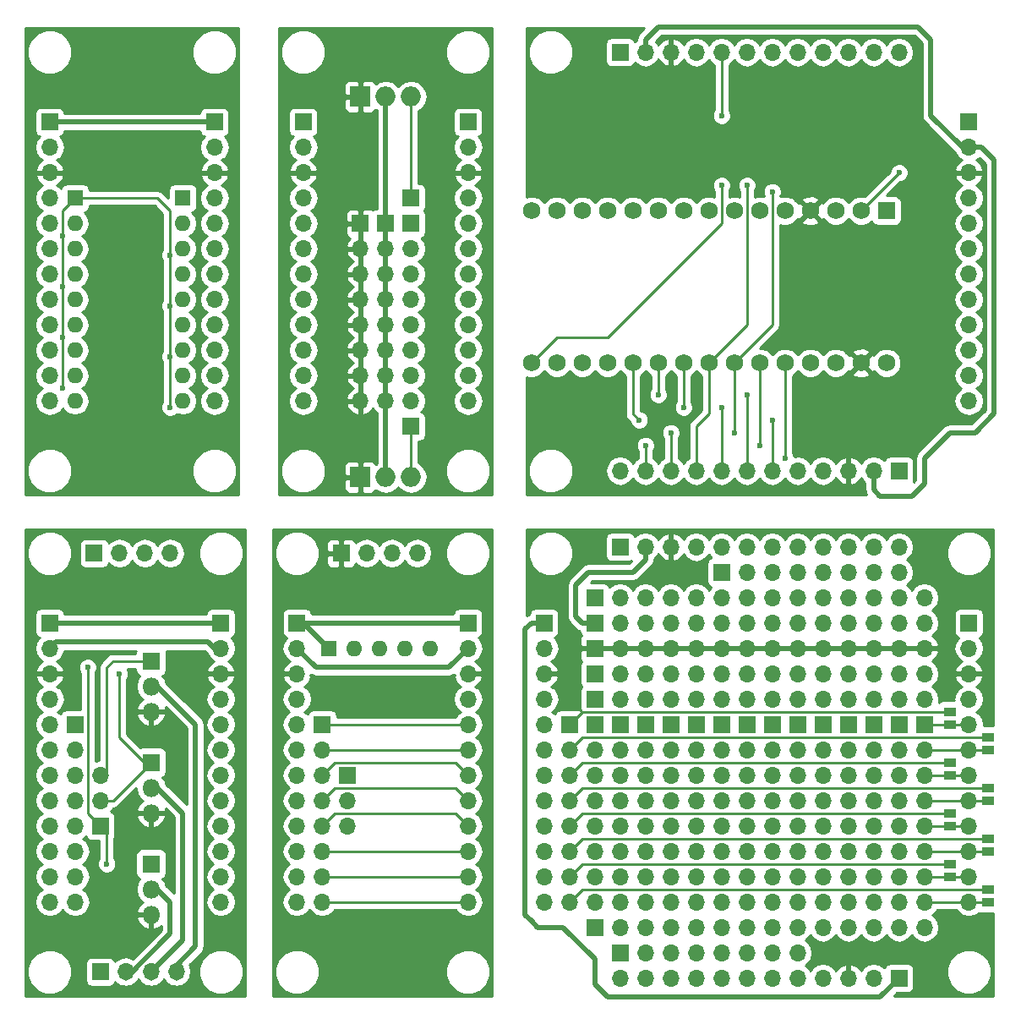
<source format=gbr>
G04 #@! TF.FileFunction,Copper,L2,Bot,Signal*
%FSLAX46Y46*%
G04 Gerber Fmt 4.6, Leading zero omitted, Abs format (unit mm)*
G04 Created by KiCad (PCBNEW 4.0.7+dfsg1-1~bpo9+1) date Tue May  1 16:34:37 2018*
%MOMM*%
%LPD*%
G01*
G04 APERTURE LIST*
%ADD10C,0.100000*%
%ADD11R,1.700000X1.700000*%
%ADD12O,1.700000X1.700000*%
%ADD13C,1.727200*%
%ADD14R,1.727200X1.727200*%
%ADD15R,1.600000X1.600000*%
%ADD16O,1.600000X1.600000*%
%ADD17O,1.998980X1.998980*%
%ADD18R,1.998980X1.998980*%
%ADD19R,1.270000X0.970000*%
%ADD20R,1.800000X1.800000*%
%ADD21O,1.800000X1.800000*%
%ADD22C,0.600000*%
%ADD23C,0.250000*%
%ADD24C,0.500000*%
%ADD25C,0.254000*%
G04 APERTURE END LIST*
D10*
D11*
X114935000Y-34290000D03*
D12*
X117475000Y-34290000D03*
X120015000Y-34290000D03*
X122555000Y-34290000D03*
X125095000Y-34290000D03*
X127635000Y-34290000D03*
X130175000Y-34290000D03*
X132715000Y-34290000D03*
X135255000Y-34290000D03*
X137795000Y-34290000D03*
X140335000Y-34290000D03*
X142875000Y-34290000D03*
D11*
X149860000Y-41275000D03*
D12*
X149860000Y-43815000D03*
X149860000Y-46355000D03*
X149860000Y-48895000D03*
X149860000Y-51435000D03*
X149860000Y-53975000D03*
X149860000Y-56515000D03*
X149860000Y-59055000D03*
X149860000Y-61595000D03*
X149860000Y-64135000D03*
X149860000Y-66675000D03*
X149860000Y-69215000D03*
D11*
X142875000Y-76200000D03*
D12*
X140335000Y-76200000D03*
X137795000Y-76200000D03*
X135255000Y-76200000D03*
X132715000Y-76200000D03*
X130175000Y-76200000D03*
X127635000Y-76200000D03*
X125095000Y-76200000D03*
X122555000Y-76200000D03*
X120015000Y-76200000D03*
X117475000Y-76200000D03*
X114935000Y-76200000D03*
D13*
X141605000Y-65405000D03*
X139065000Y-65405000D03*
X136525000Y-65405000D03*
X133985000Y-65405000D03*
X131445000Y-65405000D03*
X128905000Y-65405000D03*
X126365000Y-65405000D03*
X123825000Y-65405000D03*
X121285000Y-65405000D03*
X118745000Y-65405000D03*
X116205000Y-65405000D03*
X113665000Y-65405000D03*
X111125000Y-65405000D03*
X108585000Y-65405000D03*
X106045000Y-65405000D03*
X106045000Y-50165000D03*
X108585000Y-50165000D03*
X111125000Y-50165000D03*
X113665000Y-50165000D03*
X116205000Y-50165000D03*
X118745000Y-50165000D03*
X121285000Y-50165000D03*
X123825000Y-50165000D03*
X126365000Y-50165000D03*
X128905000Y-50165000D03*
X131445000Y-50165000D03*
X133985000Y-50165000D03*
X136525000Y-50165000D03*
X139065000Y-50165000D03*
D14*
X141605000Y-50165000D03*
D11*
X57785000Y-41275000D03*
D12*
X57785000Y-43815000D03*
X57785000Y-46355000D03*
X57785000Y-48895000D03*
X57785000Y-51435000D03*
X57785000Y-53975000D03*
X57785000Y-56515000D03*
X57785000Y-59055000D03*
X57785000Y-61595000D03*
X57785000Y-64135000D03*
X57785000Y-66675000D03*
X57785000Y-69215000D03*
D11*
X74295000Y-41275000D03*
D12*
X74295000Y-43815000D03*
X74295000Y-46355000D03*
X74295000Y-48895000D03*
X74295000Y-51435000D03*
X74295000Y-53975000D03*
X74295000Y-56515000D03*
X74295000Y-59055000D03*
X74295000Y-61595000D03*
X74295000Y-64135000D03*
X74295000Y-66675000D03*
X74295000Y-69215000D03*
D15*
X71120000Y-48895000D03*
D16*
X71120000Y-51435000D03*
X71120000Y-53975000D03*
X71120000Y-56515000D03*
X71120000Y-59055000D03*
X71120000Y-61595000D03*
X71120000Y-64135000D03*
X71120000Y-66675000D03*
X71120000Y-69215000D03*
D11*
X93980000Y-51435000D03*
D12*
X93980000Y-53975000D03*
X93980000Y-56515000D03*
X93980000Y-59055000D03*
X93980000Y-61595000D03*
X93980000Y-64135000D03*
X93980000Y-66675000D03*
X93980000Y-69215000D03*
D11*
X88900000Y-51435000D03*
D12*
X88900000Y-53975000D03*
X88900000Y-56515000D03*
X88900000Y-59055000D03*
X88900000Y-61595000D03*
X88900000Y-64135000D03*
X88900000Y-66675000D03*
X88900000Y-69215000D03*
D11*
X91440000Y-51435000D03*
D12*
X91440000Y-53975000D03*
X91440000Y-56515000D03*
X91440000Y-59055000D03*
X91440000Y-61595000D03*
X91440000Y-64135000D03*
X91440000Y-66675000D03*
X91440000Y-69215000D03*
D11*
X83185000Y-41275000D03*
D12*
X83185000Y-43815000D03*
X83185000Y-46355000D03*
X83185000Y-48895000D03*
X83185000Y-51435000D03*
X83185000Y-53975000D03*
X83185000Y-56515000D03*
X83185000Y-59055000D03*
X83185000Y-61595000D03*
X83185000Y-64135000D03*
X83185000Y-66675000D03*
X83185000Y-69215000D03*
D11*
X99695000Y-41275000D03*
D12*
X99695000Y-43815000D03*
X99695000Y-46355000D03*
X99695000Y-48895000D03*
X99695000Y-51435000D03*
X99695000Y-53975000D03*
X99695000Y-56515000D03*
X99695000Y-59055000D03*
X99695000Y-61595000D03*
X99695000Y-64135000D03*
X99695000Y-66675000D03*
X99695000Y-69215000D03*
D15*
X60325000Y-48895000D03*
D16*
X60325000Y-51435000D03*
X60325000Y-53975000D03*
X60325000Y-56515000D03*
X60325000Y-59055000D03*
X60325000Y-61595000D03*
X60325000Y-64135000D03*
X60325000Y-66675000D03*
X60325000Y-69215000D03*
D17*
X93980000Y-76835000D03*
D18*
X88900000Y-76835000D03*
D17*
X91440000Y-76835000D03*
D11*
X93980000Y-71755000D03*
X93980000Y-48895000D03*
D17*
X93980000Y-38735000D03*
D18*
X88900000Y-38735000D03*
D17*
X91440000Y-38735000D03*
D19*
X147955000Y-106685000D03*
X147955000Y-105405000D03*
D11*
X149860000Y-91440000D03*
D12*
X149860000Y-93980000D03*
X149860000Y-96520000D03*
X149860000Y-99060000D03*
X149860000Y-101600000D03*
X149860000Y-104140000D03*
X149860000Y-106680000D03*
X149860000Y-109220000D03*
X149860000Y-111760000D03*
X149860000Y-114300000D03*
X149860000Y-116840000D03*
X149860000Y-119380000D03*
D11*
X109855000Y-101600000D03*
D12*
X109855000Y-104140000D03*
X109855000Y-106680000D03*
X109855000Y-109220000D03*
X109855000Y-111760000D03*
X109855000Y-114300000D03*
X109855000Y-116840000D03*
X109855000Y-119380000D03*
D11*
X112395000Y-101600000D03*
D12*
X112395000Y-104140000D03*
X112395000Y-106680000D03*
X112395000Y-109220000D03*
X112395000Y-111760000D03*
X112395000Y-114300000D03*
X112395000Y-116840000D03*
X112395000Y-119380000D03*
D11*
X112395000Y-96520000D03*
D12*
X114935000Y-96520000D03*
X117475000Y-96520000D03*
X120015000Y-96520000D03*
X122555000Y-96520000D03*
X125095000Y-96520000D03*
X127635000Y-96520000D03*
X130175000Y-96520000D03*
X132715000Y-96520000D03*
X135255000Y-96520000D03*
X137795000Y-96520000D03*
X140335000Y-96520000D03*
X142875000Y-96520000D03*
X145415000Y-96520000D03*
D11*
X112395000Y-99060000D03*
D12*
X114935000Y-99060000D03*
X117475000Y-99060000D03*
X120015000Y-99060000D03*
X122555000Y-99060000D03*
X125095000Y-99060000D03*
X127635000Y-99060000D03*
X130175000Y-99060000D03*
X132715000Y-99060000D03*
X135255000Y-99060000D03*
X137795000Y-99060000D03*
X140335000Y-99060000D03*
X142875000Y-99060000D03*
X145415000Y-99060000D03*
D11*
X112395000Y-88900000D03*
D12*
X114935000Y-88900000D03*
X117475000Y-88900000D03*
X120015000Y-88900000D03*
X122555000Y-88900000D03*
X125095000Y-88900000D03*
X127635000Y-88900000D03*
X130175000Y-88900000D03*
X132715000Y-88900000D03*
X135255000Y-88900000D03*
X137795000Y-88900000D03*
X140335000Y-88900000D03*
X142875000Y-88900000D03*
X145415000Y-88900000D03*
D11*
X107315000Y-91440000D03*
D12*
X107315000Y-93980000D03*
X107315000Y-96520000D03*
X107315000Y-99060000D03*
X107315000Y-101600000D03*
X107315000Y-104140000D03*
X107315000Y-106680000D03*
X107315000Y-109220000D03*
X107315000Y-111760000D03*
X107315000Y-114300000D03*
X107315000Y-116840000D03*
X107315000Y-119380000D03*
D11*
X114935000Y-83820000D03*
D12*
X117475000Y-83820000D03*
X120015000Y-83820000D03*
X122555000Y-83820000D03*
X125095000Y-83820000D03*
X127635000Y-83820000D03*
X130175000Y-83820000D03*
X132715000Y-83820000D03*
X135255000Y-83820000D03*
X137795000Y-83820000D03*
X140335000Y-83820000D03*
X142875000Y-83820000D03*
D11*
X142875000Y-127000000D03*
D12*
X140335000Y-127000000D03*
X137795000Y-127000000D03*
X135255000Y-127000000D03*
X132715000Y-127000000D03*
X130175000Y-127000000D03*
X127635000Y-127000000D03*
X125095000Y-127000000D03*
X122555000Y-127000000D03*
X120015000Y-127000000D03*
X117475000Y-127000000D03*
X114935000Y-127000000D03*
D11*
X142875000Y-101600000D03*
D12*
X142875000Y-104140000D03*
X142875000Y-106680000D03*
X142875000Y-109220000D03*
X142875000Y-111760000D03*
X142875000Y-114300000D03*
X142875000Y-116840000D03*
X142875000Y-119380000D03*
D11*
X127635000Y-101600000D03*
D12*
X127635000Y-104140000D03*
X127635000Y-106680000D03*
X127635000Y-109220000D03*
X127635000Y-111760000D03*
X127635000Y-114300000D03*
X127635000Y-116840000D03*
X127635000Y-119380000D03*
D11*
X125095000Y-101600000D03*
D12*
X125095000Y-104140000D03*
X125095000Y-106680000D03*
X125095000Y-109220000D03*
X125095000Y-111760000D03*
X125095000Y-114300000D03*
X125095000Y-116840000D03*
X125095000Y-119380000D03*
D11*
X135255000Y-101600000D03*
D12*
X135255000Y-104140000D03*
X135255000Y-106680000D03*
X135255000Y-109220000D03*
X135255000Y-111760000D03*
X135255000Y-114300000D03*
X135255000Y-116840000D03*
X135255000Y-119380000D03*
D11*
X132715000Y-101600000D03*
D12*
X132715000Y-104140000D03*
X132715000Y-106680000D03*
X132715000Y-109220000D03*
X132715000Y-111760000D03*
X132715000Y-114300000D03*
X132715000Y-116840000D03*
X132715000Y-119380000D03*
D11*
X117475000Y-101600000D03*
D12*
X117475000Y-104140000D03*
X117475000Y-106680000D03*
X117475000Y-109220000D03*
X117475000Y-111760000D03*
X117475000Y-114300000D03*
X117475000Y-116840000D03*
X117475000Y-119380000D03*
D11*
X122555000Y-101600000D03*
D12*
X122555000Y-104140000D03*
X122555000Y-106680000D03*
X122555000Y-109220000D03*
X122555000Y-111760000D03*
X122555000Y-114300000D03*
X122555000Y-116840000D03*
X122555000Y-119380000D03*
D11*
X145415000Y-101600000D03*
D12*
X145415000Y-104140000D03*
X145415000Y-106680000D03*
X145415000Y-109220000D03*
X145415000Y-111760000D03*
X145415000Y-114300000D03*
X145415000Y-116840000D03*
X145415000Y-119380000D03*
D19*
X147955000Y-101605000D03*
X147955000Y-100325000D03*
X151765000Y-104145000D03*
X151765000Y-102865000D03*
X151765000Y-109225000D03*
X151765000Y-107945000D03*
X147955000Y-111765000D03*
X147955000Y-110485000D03*
X151765000Y-114305000D03*
X151765000Y-113025000D03*
X147955000Y-116845000D03*
X147955000Y-115565000D03*
X151765000Y-119385000D03*
X151765000Y-118105000D03*
D11*
X130175000Y-101600000D03*
D12*
X130175000Y-104140000D03*
X130175000Y-106680000D03*
X130175000Y-109220000D03*
X130175000Y-111760000D03*
X130175000Y-114300000D03*
X130175000Y-116840000D03*
X130175000Y-119380000D03*
D11*
X120015000Y-101600000D03*
D12*
X120015000Y-104140000D03*
X120015000Y-106680000D03*
X120015000Y-109220000D03*
X120015000Y-111760000D03*
X120015000Y-114300000D03*
X120015000Y-116840000D03*
X120015000Y-119380000D03*
D11*
X112395000Y-93980000D03*
D12*
X114935000Y-93980000D03*
X117475000Y-93980000D03*
X120015000Y-93980000D03*
X122555000Y-93980000D03*
X125095000Y-93980000D03*
X127635000Y-93980000D03*
X130175000Y-93980000D03*
X132715000Y-93980000D03*
X135255000Y-93980000D03*
X137795000Y-93980000D03*
X140335000Y-93980000D03*
X142875000Y-93980000D03*
X145415000Y-93980000D03*
D11*
X112395000Y-91440000D03*
D12*
X114935000Y-91440000D03*
X117475000Y-91440000D03*
X120015000Y-91440000D03*
X122555000Y-91440000D03*
X125095000Y-91440000D03*
X127635000Y-91440000D03*
X130175000Y-91440000D03*
X132715000Y-91440000D03*
X135255000Y-91440000D03*
X137795000Y-91440000D03*
X140335000Y-91440000D03*
X142875000Y-91440000D03*
X145415000Y-91440000D03*
D11*
X137795000Y-101600000D03*
D12*
X137795000Y-104140000D03*
X137795000Y-106680000D03*
X137795000Y-109220000D03*
X137795000Y-111760000D03*
X137795000Y-114300000D03*
X137795000Y-116840000D03*
X137795000Y-119380000D03*
D11*
X140335000Y-101600000D03*
D12*
X140335000Y-104140000D03*
X140335000Y-106680000D03*
X140335000Y-109220000D03*
X140335000Y-111760000D03*
X140335000Y-114300000D03*
X140335000Y-116840000D03*
X140335000Y-119380000D03*
D11*
X114935000Y-101600000D03*
D12*
X114935000Y-104140000D03*
X114935000Y-106680000D03*
X114935000Y-109220000D03*
X114935000Y-111760000D03*
X114935000Y-114300000D03*
X114935000Y-116840000D03*
X114935000Y-119380000D03*
D11*
X114935000Y-124460000D03*
D12*
X117475000Y-124460000D03*
X120015000Y-124460000D03*
X122555000Y-124460000D03*
X125095000Y-124460000D03*
X127635000Y-124460000D03*
X130175000Y-124460000D03*
X132715000Y-124460000D03*
D11*
X125095000Y-86360000D03*
D12*
X127635000Y-86360000D03*
X130175000Y-86360000D03*
X132715000Y-86360000D03*
X135255000Y-86360000D03*
X137795000Y-86360000D03*
X140335000Y-86360000D03*
X142875000Y-86360000D03*
D11*
X112395000Y-121920000D03*
D12*
X114935000Y-121920000D03*
X117475000Y-121920000D03*
X120015000Y-121920000D03*
X122555000Y-121920000D03*
X125095000Y-121920000D03*
X127635000Y-121920000D03*
X130175000Y-121920000D03*
X132715000Y-121920000D03*
X135255000Y-121920000D03*
X137795000Y-121920000D03*
X140335000Y-121920000D03*
X142875000Y-121920000D03*
X145415000Y-121920000D03*
D11*
X62865000Y-111760000D03*
D12*
X62865000Y-109220000D03*
X62865000Y-106680000D03*
D11*
X57785000Y-91440000D03*
D12*
X57785000Y-93980000D03*
X57785000Y-96520000D03*
X57785000Y-99060000D03*
X57785000Y-101600000D03*
X57785000Y-104140000D03*
X57785000Y-106680000D03*
X57785000Y-109220000D03*
X57785000Y-111760000D03*
X57785000Y-114300000D03*
X57785000Y-116840000D03*
X57785000Y-119380000D03*
D11*
X82550000Y-91440000D03*
D12*
X82550000Y-93980000D03*
X82550000Y-96520000D03*
X82550000Y-99060000D03*
X82550000Y-101600000D03*
X82550000Y-104140000D03*
X82550000Y-106680000D03*
X82550000Y-109220000D03*
X82550000Y-111760000D03*
X82550000Y-114300000D03*
X82550000Y-116840000D03*
X82550000Y-119380000D03*
D11*
X74930000Y-91440000D03*
D12*
X74930000Y-93980000D03*
X74930000Y-96520000D03*
X74930000Y-99060000D03*
X74930000Y-101600000D03*
X74930000Y-104140000D03*
X74930000Y-106680000D03*
X74930000Y-109220000D03*
X74930000Y-111760000D03*
X74930000Y-114300000D03*
X74930000Y-116840000D03*
X74930000Y-119380000D03*
D11*
X99695000Y-91440000D03*
D12*
X99695000Y-93980000D03*
X99695000Y-96520000D03*
X99695000Y-99060000D03*
X99695000Y-101600000D03*
X99695000Y-104140000D03*
X99695000Y-106680000D03*
X99695000Y-109220000D03*
X99695000Y-111760000D03*
X99695000Y-114300000D03*
X99695000Y-116840000D03*
X99695000Y-119380000D03*
D11*
X62230000Y-84455000D03*
D12*
X64770000Y-84455000D03*
X67310000Y-84455000D03*
X69850000Y-84455000D03*
D11*
X60325000Y-101600000D03*
D12*
X60325000Y-104140000D03*
X60325000Y-106680000D03*
X60325000Y-109220000D03*
X60325000Y-111760000D03*
X60325000Y-114300000D03*
X60325000Y-116840000D03*
X60325000Y-119380000D03*
D20*
X67945000Y-95250000D03*
D21*
X67945000Y-97790000D03*
X67945000Y-100330000D03*
D20*
X67945000Y-105410000D03*
D21*
X67945000Y-107950000D03*
X67945000Y-110490000D03*
D20*
X67945000Y-115570000D03*
D21*
X67945000Y-118110000D03*
X67945000Y-120650000D03*
D11*
X62865000Y-126365000D03*
D12*
X65405000Y-126365000D03*
X67945000Y-126365000D03*
X70485000Y-126365000D03*
D11*
X85090000Y-101600000D03*
D12*
X85090000Y-104140000D03*
X85090000Y-106680000D03*
X85090000Y-109220000D03*
X85090000Y-111760000D03*
X85090000Y-114300000D03*
X85090000Y-116840000D03*
X85090000Y-119380000D03*
D11*
X87630000Y-106680000D03*
D12*
X87630000Y-109220000D03*
X87630000Y-111760000D03*
D11*
X86995000Y-84455000D03*
D12*
X89535000Y-84455000D03*
X92075000Y-84455000D03*
X94615000Y-84455000D03*
D15*
X85725000Y-93980000D03*
D16*
X88265000Y-93980000D03*
X90805000Y-93980000D03*
X93345000Y-93980000D03*
X95885000Y-93980000D03*
D22*
X130175000Y-48260000D03*
X126365000Y-72390000D03*
X120015000Y-72390000D03*
X127635000Y-47625000D03*
X125095000Y-40640000D03*
X125095000Y-47625000D03*
X142875000Y-46355000D03*
X116840000Y-71120000D03*
X130175000Y-71120000D03*
X118745000Y-68580000D03*
X127635000Y-68580000D03*
X121285000Y-69850000D03*
X125095000Y-69850000D03*
X131445000Y-74930000D03*
X128905000Y-73660000D03*
X117475000Y-73660000D03*
X60325000Y-37465000D03*
X73025000Y-89535000D03*
X68580000Y-89535000D03*
X64135000Y-89535000D03*
X69850000Y-54610000D03*
X69850000Y-59690000D03*
X69850000Y-64770000D03*
X69850000Y-69850000D03*
X59055000Y-52705000D03*
X59055000Y-57785000D03*
X59055000Y-62865000D03*
X59055000Y-67945000D03*
X95885000Y-91440000D03*
X90805000Y-91440000D03*
X91440000Y-99695000D03*
X96520000Y-99695000D03*
X88900000Y-99695000D03*
X61595000Y-95885000D03*
X63500000Y-115570000D03*
X64770000Y-96520000D03*
D23*
X130175000Y-61595000D02*
X130175000Y-48260000D01*
X126365000Y-65405000D02*
X130175000Y-61595000D01*
X120015000Y-76835000D02*
X120015000Y-72390000D01*
X126365000Y-72390000D02*
X126365000Y-65405000D01*
X137795000Y-33655000D02*
X137795000Y-34290000D01*
X127635000Y-61595000D02*
X127635000Y-47625000D01*
X123825000Y-65405000D02*
X127635000Y-61595000D01*
X122555000Y-71755000D02*
X123825000Y-70485000D01*
X122555000Y-76835000D02*
X122555000Y-71755000D01*
X123825000Y-70485000D02*
X123825000Y-65405000D01*
X135255000Y-33655000D02*
X135255000Y-34290000D01*
D24*
X149225000Y-43815000D02*
X146050000Y-40640000D01*
X150495000Y-72390000D02*
X147955000Y-72390000D01*
X145415000Y-74930000D02*
X145415000Y-77470000D01*
X147955000Y-72390000D02*
X145415000Y-74930000D01*
X144145000Y-78740000D02*
X145415000Y-77470000D01*
X140335000Y-78105000D02*
X140970000Y-78740000D01*
X140970000Y-78740000D02*
X144145000Y-78740000D01*
X140335000Y-76835000D02*
X140335000Y-78105000D01*
X150495000Y-43815000D02*
X151130000Y-43815000D01*
X151130000Y-43815000D02*
X152400000Y-45085000D01*
X152400000Y-45085000D02*
X152400000Y-70485000D01*
X152400000Y-70485000D02*
X150495000Y-72390000D01*
X117475000Y-33655000D02*
X117475000Y-33020000D01*
X117475000Y-33020000D02*
X118745000Y-31750000D01*
X146050000Y-33020000D02*
X146050000Y-40640000D01*
X144780000Y-31750000D02*
X146050000Y-33020000D01*
X118745000Y-31750000D02*
X144780000Y-31750000D01*
X149225000Y-43815000D02*
X150495000Y-43815000D01*
X112395000Y-91440000D02*
X111125000Y-91440000D01*
X117475000Y-85090000D02*
X117475000Y-83820000D01*
X116205000Y-86360000D02*
X117475000Y-85090000D01*
X111760000Y-86360000D02*
X116205000Y-86360000D01*
X110490000Y-87630000D02*
X111760000Y-86360000D01*
X110490000Y-90805000D02*
X110490000Y-87630000D01*
X111125000Y-91440000D02*
X110490000Y-90805000D01*
X74930000Y-93980000D02*
X74295000Y-93980000D01*
X74295000Y-93980000D02*
X73660000Y-93345000D01*
X73660000Y-93345000D02*
X58420000Y-93345000D01*
X58420000Y-93345000D02*
X57785000Y-93980000D01*
X57785000Y-41275000D02*
X74295000Y-41275000D01*
X107315000Y-91440000D02*
X106045000Y-91440000D01*
X112395000Y-126365000D02*
X112395000Y-125095000D01*
X112395000Y-125095000D02*
X109220000Y-121920000D01*
X109220000Y-121920000D02*
X107315000Y-121920000D01*
X106680000Y-121920000D02*
X106045000Y-121285000D01*
X107315000Y-121920000D02*
X106680000Y-121920000D01*
X112395000Y-127635000D02*
X113665000Y-128905000D01*
X113665000Y-128905000D02*
X138430000Y-128905000D01*
X138430000Y-128905000D02*
X140970000Y-128905000D01*
X140970000Y-128905000D02*
X142875000Y-127000000D01*
X112395000Y-126365000D02*
X112395000Y-127635000D01*
X105410000Y-120650000D02*
X105410000Y-92075000D01*
X105410000Y-92075000D02*
X106045000Y-91440000D01*
X106045000Y-121285000D02*
X105410000Y-120650000D01*
X57785000Y-91440000D02*
X74930000Y-91440000D01*
D23*
X125095000Y-33655000D02*
X125095000Y-40640000D01*
X125095000Y-47625000D02*
X125095000Y-51435000D01*
X108585000Y-62865000D02*
X106045000Y-65405000D01*
X113665000Y-62865000D02*
X108585000Y-62865000D01*
X125095000Y-51435000D02*
X113665000Y-62865000D01*
X85090000Y-104140000D02*
X99695000Y-104140000D01*
X139065000Y-50165000D02*
X142875000Y-46355000D01*
X142875000Y-33655000D02*
X142875000Y-34290000D01*
X85090000Y-101600000D02*
X99695000Y-101600000D01*
X85090000Y-106680000D02*
X86360000Y-105410000D01*
X98425000Y-105410000D02*
X99695000Y-106680000D01*
X86360000Y-105410000D02*
X98425000Y-105410000D01*
X85090000Y-109220000D02*
X86360000Y-107950000D01*
X98425000Y-107950000D02*
X99695000Y-109220000D01*
X86360000Y-107950000D02*
X98425000Y-107950000D01*
X85090000Y-111760000D02*
X86360000Y-110490000D01*
X98425000Y-110490000D02*
X99695000Y-111760000D01*
X86360000Y-110490000D02*
X98425000Y-110490000D01*
X99695000Y-114300000D02*
X85090000Y-114300000D01*
X85090000Y-116840000D02*
X99695000Y-116840000D01*
X85090000Y-119380000D02*
X99695000Y-119380000D01*
X130175000Y-76835000D02*
X130175000Y-71120000D01*
X116205000Y-70485000D02*
X116205000Y-65405000D01*
X116840000Y-71120000D02*
X116205000Y-70485000D01*
X127635000Y-76835000D02*
X127635000Y-68580000D01*
X118745000Y-68580000D02*
X118745000Y-65405000D01*
X125095000Y-76835000D02*
X125095000Y-69850000D01*
X121285000Y-69850000D02*
X121285000Y-65405000D01*
X131445000Y-74930000D02*
X131445000Y-65405000D01*
X117475000Y-76835000D02*
X117475000Y-73660000D01*
X128905000Y-73660000D02*
X128905000Y-65405000D01*
X147955000Y-100325000D02*
X113670000Y-100325000D01*
X113670000Y-100325000D02*
X111130000Y-100325000D01*
X111130000Y-100325000D02*
X109855000Y-101600000D01*
X151765000Y-102865000D02*
X113670000Y-102865000D01*
X113670000Y-102865000D02*
X111130000Y-102865000D01*
X111130000Y-102865000D02*
X109855000Y-104140000D01*
X113665000Y-105405000D02*
X111130000Y-105405000D01*
X111130000Y-105405000D02*
X109855000Y-106680000D01*
X147955000Y-105405000D02*
X113665000Y-105405000D01*
X113670000Y-107945000D02*
X111130000Y-107945000D01*
X111125000Y-107950000D02*
X109855000Y-109220000D01*
X111130000Y-107945000D02*
X111125000Y-107950000D01*
X151765000Y-107945000D02*
X113670000Y-107945000D01*
X113670000Y-110485000D02*
X111130000Y-110485000D01*
X111130000Y-110485000D02*
X109855000Y-111760000D01*
X147955000Y-110485000D02*
X113670000Y-110485000D01*
X113665000Y-113025000D02*
X111130000Y-113025000D01*
X111130000Y-113025000D02*
X109855000Y-114300000D01*
X151765000Y-113025000D02*
X113665000Y-113025000D01*
X113670000Y-115565000D02*
X111130000Y-115565000D01*
X111130000Y-115565000D02*
X109855000Y-116840000D01*
X147955000Y-115565000D02*
X113670000Y-115565000D01*
X111130000Y-118105000D02*
X109855000Y-119380000D01*
X113665000Y-118105000D02*
X111130000Y-118105000D01*
X151765000Y-118105000D02*
X113665000Y-118105000D01*
X60325000Y-48895000D02*
X68580000Y-48895000D01*
X69850000Y-50165000D02*
X69850000Y-54610000D01*
X69850000Y-54610000D02*
X69850000Y-59690000D01*
X69850000Y-59690000D02*
X69850000Y-64770000D01*
X69850000Y-64770000D02*
X69850000Y-69850000D01*
X68580000Y-48895000D02*
X69850000Y-50165000D01*
X60325000Y-48895000D02*
X59055000Y-50165000D01*
X59055000Y-50165000D02*
X59055000Y-52705000D01*
X59055000Y-52705000D02*
X59055000Y-57785000D01*
X59055000Y-57785000D02*
X59055000Y-62865000D01*
X59055000Y-62865000D02*
X59055000Y-67945000D01*
D24*
X91440000Y-69215000D02*
X91440000Y-76835000D01*
X91440000Y-51435000D02*
X91440000Y-38735000D01*
X91440000Y-53975000D02*
X91440000Y-51435000D01*
X91440000Y-56515000D02*
X91440000Y-53975000D01*
X91440000Y-59055000D02*
X91440000Y-56515000D01*
X91440000Y-61595000D02*
X91440000Y-59055000D01*
X91440000Y-64135000D02*
X91440000Y-61595000D01*
X91440000Y-66675000D02*
X91440000Y-64135000D01*
X91440000Y-69215000D02*
X91440000Y-66675000D01*
D23*
X93980000Y-71755000D02*
X93980000Y-76835000D01*
X93980000Y-38735000D02*
X93980000Y-48895000D01*
X147955000Y-101605000D02*
X145420000Y-101605000D01*
X147960000Y-101600000D02*
X147955000Y-101605000D01*
X149860000Y-101600000D02*
X147960000Y-101600000D01*
X145420000Y-101605000D02*
X145415000Y-101600000D01*
X151760000Y-104140000D02*
X151765000Y-104145000D01*
X151760000Y-104140000D02*
X151765000Y-104145000D01*
X145415000Y-104140000D02*
X149860000Y-104140000D01*
X149860000Y-104140000D02*
X151760000Y-104140000D01*
X147955000Y-106685000D02*
X145420000Y-106685000D01*
X147960000Y-106680000D02*
X147955000Y-106685000D01*
X149860000Y-106680000D02*
X147960000Y-106680000D01*
X145420000Y-106685000D02*
X145415000Y-106680000D01*
X149860000Y-109220000D02*
X145415000Y-109220000D01*
X151765000Y-109225000D02*
X149865000Y-109225000D01*
X149865000Y-109225000D02*
X149860000Y-109220000D01*
X150495000Y-109220000D02*
X149860000Y-109220000D01*
X147955000Y-111765000D02*
X149855000Y-111765000D01*
X147950000Y-111760000D02*
X147955000Y-111765000D01*
X145415000Y-111760000D02*
X147950000Y-111760000D01*
X149855000Y-111765000D02*
X149860000Y-111760000D01*
X149860000Y-114300000D02*
X145415000Y-114300000D01*
X151765000Y-114305000D02*
X149865000Y-114305000D01*
X149865000Y-114305000D02*
X149860000Y-114300000D01*
X147955000Y-116845000D02*
X149855000Y-116845000D01*
X147950000Y-116840000D02*
X147955000Y-116845000D01*
X145415000Y-116840000D02*
X147950000Y-116840000D01*
X149855000Y-116845000D02*
X149860000Y-116840000D01*
X149860000Y-119380000D02*
X145415000Y-119380000D01*
X151765000Y-119385000D02*
X149865000Y-119385000D01*
X149865000Y-119385000D02*
X149860000Y-119380000D01*
D24*
X82550000Y-91440000D02*
X83185000Y-91440000D01*
X83185000Y-91440000D02*
X85725000Y-93980000D01*
X92075000Y-91440000D02*
X90805000Y-91440000D01*
X90805000Y-91440000D02*
X88265000Y-91440000D01*
X88265000Y-91440000D02*
X86360000Y-91440000D01*
X86360000Y-91440000D02*
X85725000Y-91440000D01*
X85725000Y-91440000D02*
X82550000Y-91440000D01*
X99695000Y-91440000D02*
X95885000Y-91440000D01*
X95885000Y-91440000D02*
X92075000Y-91440000D01*
X82550000Y-93980000D02*
X84455000Y-95885000D01*
X97790000Y-95885000D02*
X99695000Y-93980000D01*
X84455000Y-95885000D02*
X97790000Y-95885000D01*
D23*
X62865000Y-111760000D02*
X61595000Y-110490000D01*
X61595000Y-110490000D02*
X61595000Y-95885000D01*
X63500000Y-111760000D02*
X63500000Y-115570000D01*
X62230000Y-111125000D02*
X62865000Y-111760000D01*
X62865000Y-111760000D02*
X63500000Y-111760000D01*
X64135000Y-109220000D02*
X67945000Y-105410000D01*
X64770000Y-102870000D02*
X64770000Y-96520000D01*
X67310000Y-105410000D02*
X64770000Y-102870000D01*
X67945000Y-105410000D02*
X67310000Y-105410000D01*
X63500000Y-109220000D02*
X64135000Y-109220000D01*
X67945000Y-95250000D02*
X64135000Y-95250000D01*
X63500000Y-95885000D02*
X63500000Y-106680000D01*
X64135000Y-95250000D02*
X63500000Y-95885000D01*
D24*
X67945000Y-118110000D02*
X68580000Y-118110000D01*
X68580000Y-118110000D02*
X69850000Y-119380000D01*
X69850000Y-119380000D02*
X69850000Y-122555000D01*
X69850000Y-122555000D02*
X65405000Y-127000000D01*
X67945000Y-127000000D02*
X67945000Y-126365000D01*
X67945000Y-126365000D02*
X71120000Y-123190000D01*
X71120000Y-123190000D02*
X71120000Y-110490000D01*
X71120000Y-110490000D02*
X68580000Y-107950000D01*
X68580000Y-107950000D02*
X67945000Y-107950000D01*
X70485000Y-127000000D02*
X70485000Y-125730000D01*
X72390000Y-101600000D02*
X68580000Y-97790000D01*
X72390000Y-123825000D02*
X72390000Y-101600000D01*
X70485000Y-125730000D02*
X72390000Y-123825000D01*
X68580000Y-97790000D02*
X67945000Y-97790000D01*
D25*
G36*
X116849210Y-32394210D02*
X116657367Y-32681325D01*
X116657367Y-32681326D01*
X116589999Y-33020000D01*
X116590000Y-33020005D01*
X116590000Y-33100568D01*
X116424946Y-33210853D01*
X116397150Y-33252452D01*
X116388162Y-33204683D01*
X116249090Y-32988559D01*
X116036890Y-32843569D01*
X115785000Y-32792560D01*
X114085000Y-32792560D01*
X113849683Y-32836838D01*
X113633559Y-32975910D01*
X113488569Y-33188110D01*
X113437560Y-33440000D01*
X113437560Y-35140000D01*
X113481838Y-35375317D01*
X113620910Y-35591441D01*
X113833110Y-35736431D01*
X114085000Y-35787440D01*
X115785000Y-35787440D01*
X116020317Y-35743162D01*
X116236441Y-35604090D01*
X116381431Y-35391890D01*
X116395086Y-35324459D01*
X116424946Y-35369147D01*
X116906715Y-35691054D01*
X117475000Y-35804093D01*
X118043285Y-35691054D01*
X118525054Y-35369147D01*
X118752702Y-35028447D01*
X118819817Y-35171358D01*
X119248076Y-35561645D01*
X119658110Y-35731476D01*
X119888000Y-35610155D01*
X119888000Y-34417000D01*
X119868000Y-34417000D01*
X119868000Y-34163000D01*
X119888000Y-34163000D01*
X119888000Y-32969845D01*
X120142000Y-32969845D01*
X120142000Y-34163000D01*
X120162000Y-34163000D01*
X120162000Y-34417000D01*
X120142000Y-34417000D01*
X120142000Y-35610155D01*
X120371890Y-35731476D01*
X120781924Y-35561645D01*
X121210183Y-35171358D01*
X121277298Y-35028447D01*
X121504946Y-35369147D01*
X121986715Y-35691054D01*
X122555000Y-35804093D01*
X123123285Y-35691054D01*
X123605054Y-35369147D01*
X123825000Y-35039974D01*
X124044946Y-35369147D01*
X124335000Y-35562954D01*
X124335000Y-40077537D01*
X124302808Y-40109673D01*
X124160162Y-40453201D01*
X124159838Y-40825167D01*
X124301883Y-41168943D01*
X124564673Y-41432192D01*
X124908201Y-41574838D01*
X125280167Y-41575162D01*
X125623943Y-41433117D01*
X125887192Y-41170327D01*
X126029838Y-40826799D01*
X126030162Y-40454833D01*
X125888117Y-40111057D01*
X125855000Y-40077882D01*
X125855000Y-35562954D01*
X126145054Y-35369147D01*
X126365000Y-35039974D01*
X126584946Y-35369147D01*
X127066715Y-35691054D01*
X127635000Y-35804093D01*
X128203285Y-35691054D01*
X128685054Y-35369147D01*
X128905000Y-35039974D01*
X129124946Y-35369147D01*
X129606715Y-35691054D01*
X130175000Y-35804093D01*
X130743285Y-35691054D01*
X131225054Y-35369147D01*
X131445000Y-35039974D01*
X131664946Y-35369147D01*
X132146715Y-35691054D01*
X132715000Y-35804093D01*
X133283285Y-35691054D01*
X133765054Y-35369147D01*
X133985000Y-35039974D01*
X134204946Y-35369147D01*
X134686715Y-35691054D01*
X135255000Y-35804093D01*
X135823285Y-35691054D01*
X136305054Y-35369147D01*
X136525000Y-35039974D01*
X136744946Y-35369147D01*
X137226715Y-35691054D01*
X137795000Y-35804093D01*
X138363285Y-35691054D01*
X138845054Y-35369147D01*
X139065000Y-35039974D01*
X139284946Y-35369147D01*
X139766715Y-35691054D01*
X140335000Y-35804093D01*
X140903285Y-35691054D01*
X141385054Y-35369147D01*
X141605000Y-35039974D01*
X141824946Y-35369147D01*
X142306715Y-35691054D01*
X142875000Y-35804093D01*
X143443285Y-35691054D01*
X143925054Y-35369147D01*
X144246961Y-34887378D01*
X144360000Y-34319093D01*
X144360000Y-34260907D01*
X144246961Y-33692622D01*
X143925054Y-33210853D01*
X143443285Y-32888946D01*
X142875000Y-32775907D01*
X142306715Y-32888946D01*
X141824946Y-33210853D01*
X141605000Y-33540026D01*
X141385054Y-33210853D01*
X140903285Y-32888946D01*
X140335000Y-32775907D01*
X139766715Y-32888946D01*
X139284946Y-33210853D01*
X139065000Y-33540026D01*
X138845054Y-33210853D01*
X138363285Y-32888946D01*
X137795000Y-32775907D01*
X137226715Y-32888946D01*
X136744946Y-33210853D01*
X136525000Y-33540026D01*
X136305054Y-33210853D01*
X135823285Y-32888946D01*
X135255000Y-32775907D01*
X134686715Y-32888946D01*
X134204946Y-33210853D01*
X133985000Y-33540026D01*
X133765054Y-33210853D01*
X133283285Y-32888946D01*
X132715000Y-32775907D01*
X132146715Y-32888946D01*
X131664946Y-33210853D01*
X131445000Y-33540026D01*
X131225054Y-33210853D01*
X130743285Y-32888946D01*
X130175000Y-32775907D01*
X129606715Y-32888946D01*
X129124946Y-33210853D01*
X128905000Y-33540026D01*
X128685054Y-33210853D01*
X128203285Y-32888946D01*
X127635000Y-32775907D01*
X127066715Y-32888946D01*
X126584946Y-33210853D01*
X126365000Y-33540026D01*
X126145054Y-33210853D01*
X125663285Y-32888946D01*
X125095000Y-32775907D01*
X124526715Y-32888946D01*
X124044946Y-33210853D01*
X123825000Y-33540026D01*
X123605054Y-33210853D01*
X123123285Y-32888946D01*
X122555000Y-32775907D01*
X121986715Y-32888946D01*
X121504946Y-33210853D01*
X121277298Y-33551553D01*
X121210183Y-33408642D01*
X120781924Y-33018355D01*
X120371890Y-32848524D01*
X120142000Y-32969845D01*
X119888000Y-32969845D01*
X119658110Y-32848524D01*
X119248076Y-33018355D01*
X118819817Y-33408642D01*
X118752702Y-33551553D01*
X118529329Y-33217251D01*
X119111579Y-32635000D01*
X144413420Y-32635000D01*
X145165000Y-33386579D01*
X145165000Y-40639995D01*
X145164999Y-40640000D01*
X145221190Y-40922484D01*
X145232367Y-40978675D01*
X145360424Y-41170327D01*
X145424210Y-41265790D01*
X148438396Y-44279975D01*
X148458946Y-44383285D01*
X148780853Y-44865054D01*
X149121553Y-45092702D01*
X148978642Y-45159817D01*
X148588355Y-45588076D01*
X148418524Y-45998110D01*
X148539845Y-46228000D01*
X149733000Y-46228000D01*
X149733000Y-46208000D01*
X149987000Y-46208000D01*
X149987000Y-46228000D01*
X151180155Y-46228000D01*
X151301476Y-45998110D01*
X151131645Y-45588076D01*
X150741358Y-45159817D01*
X150598447Y-45092702D01*
X150932749Y-44869329D01*
X151515000Y-45451579D01*
X151515000Y-70118421D01*
X150128420Y-71505000D01*
X147955000Y-71505000D01*
X147616325Y-71572367D01*
X147329210Y-71764210D01*
X147329208Y-71764213D01*
X144789210Y-74304210D01*
X144597367Y-74591325D01*
X144597367Y-74591326D01*
X144529999Y-74930000D01*
X144530000Y-74930005D01*
X144530000Y-77103421D01*
X144299643Y-77333777D01*
X144321431Y-77301890D01*
X144372440Y-77050000D01*
X144372440Y-75350000D01*
X144328162Y-75114683D01*
X144189090Y-74898559D01*
X143976890Y-74753569D01*
X143725000Y-74702560D01*
X142025000Y-74702560D01*
X141789683Y-74746838D01*
X141573559Y-74885910D01*
X141428569Y-75098110D01*
X141414914Y-75165541D01*
X141385054Y-75120853D01*
X140903285Y-74798946D01*
X140335000Y-74685907D01*
X139766715Y-74798946D01*
X139284946Y-75120853D01*
X139057298Y-75461553D01*
X138990183Y-75318642D01*
X138561924Y-74928355D01*
X138151890Y-74758524D01*
X137922000Y-74879845D01*
X137922000Y-76073000D01*
X137942000Y-76073000D01*
X137942000Y-76327000D01*
X137922000Y-76327000D01*
X137922000Y-77520155D01*
X138151890Y-77641476D01*
X138561924Y-77471645D01*
X138990183Y-77081358D01*
X139057298Y-76938447D01*
X139284946Y-77279147D01*
X139450000Y-77389432D01*
X139450000Y-78104995D01*
X139449999Y-78105000D01*
X139486328Y-78287633D01*
X139517367Y-78443675D01*
X139630506Y-78613000D01*
X105537000Y-78613000D01*
X105537000Y-76642619D01*
X105714613Y-76642619D01*
X106054155Y-77464372D01*
X106682321Y-78093636D01*
X107503481Y-78434611D01*
X108392619Y-78435387D01*
X109214372Y-78095845D01*
X109843636Y-77467679D01*
X110184611Y-76646519D01*
X110185387Y-75757381D01*
X109845845Y-74935628D01*
X109217679Y-74306364D01*
X108396519Y-73965389D01*
X107507381Y-73964613D01*
X106685628Y-74304155D01*
X106056364Y-74932321D01*
X105715389Y-75753481D01*
X105714613Y-76642619D01*
X105537000Y-76642619D01*
X105537000Y-66816720D01*
X105745602Y-66903339D01*
X106341782Y-66903859D01*
X106892780Y-66676192D01*
X107314710Y-66254997D01*
X107315095Y-66254069D01*
X107735003Y-66674710D01*
X108285602Y-66903339D01*
X108881782Y-66903859D01*
X109432780Y-66676192D01*
X109854710Y-66254997D01*
X109855095Y-66254069D01*
X110275003Y-66674710D01*
X110825602Y-66903339D01*
X111421782Y-66903859D01*
X111972780Y-66676192D01*
X112394710Y-66254997D01*
X112395095Y-66254069D01*
X112815003Y-66674710D01*
X113365602Y-66903339D01*
X113961782Y-66903859D01*
X114512780Y-66676192D01*
X114934710Y-66254997D01*
X114935095Y-66254069D01*
X115355003Y-66674710D01*
X115445000Y-66712080D01*
X115445000Y-70485000D01*
X115502852Y-70775839D01*
X115667599Y-71022401D01*
X115904878Y-71259680D01*
X115904838Y-71305167D01*
X116046883Y-71648943D01*
X116309673Y-71912192D01*
X116653201Y-72054838D01*
X117025167Y-72055162D01*
X117368943Y-71913117D01*
X117632192Y-71650327D01*
X117774838Y-71306799D01*
X117775162Y-70934833D01*
X117633117Y-70591057D01*
X117370327Y-70327808D01*
X117026799Y-70185162D01*
X116979923Y-70185121D01*
X116965000Y-70170198D01*
X116965000Y-66712462D01*
X117052780Y-66676192D01*
X117474710Y-66254997D01*
X117475095Y-66254069D01*
X117895003Y-66674710D01*
X117985000Y-66712080D01*
X117985000Y-68017537D01*
X117952808Y-68049673D01*
X117810162Y-68393201D01*
X117809838Y-68765167D01*
X117951883Y-69108943D01*
X118214673Y-69372192D01*
X118558201Y-69514838D01*
X118930167Y-69515162D01*
X119273943Y-69373117D01*
X119537192Y-69110327D01*
X119679838Y-68766799D01*
X119680162Y-68394833D01*
X119538117Y-68051057D01*
X119505000Y-68017882D01*
X119505000Y-66712462D01*
X119592780Y-66676192D01*
X120014710Y-66254997D01*
X120015095Y-66254069D01*
X120435003Y-66674710D01*
X120525000Y-66712080D01*
X120525000Y-69287537D01*
X120492808Y-69319673D01*
X120350162Y-69663201D01*
X120349838Y-70035167D01*
X120491883Y-70378943D01*
X120754673Y-70642192D01*
X121098201Y-70784838D01*
X121470167Y-70785162D01*
X121813943Y-70643117D01*
X122077192Y-70380327D01*
X122219838Y-70036799D01*
X122220162Y-69664833D01*
X122078117Y-69321057D01*
X122045000Y-69287882D01*
X122045000Y-66712462D01*
X122132780Y-66676192D01*
X122554710Y-66254997D01*
X122555095Y-66254069D01*
X122975003Y-66674710D01*
X123065000Y-66712080D01*
X123065000Y-70170198D01*
X122017599Y-71217599D01*
X121852852Y-71464161D01*
X121795000Y-71755000D01*
X121795000Y-74927046D01*
X121504946Y-75120853D01*
X121285000Y-75450026D01*
X121065054Y-75120853D01*
X120775000Y-74927046D01*
X120775000Y-72952463D01*
X120807192Y-72920327D01*
X120949838Y-72576799D01*
X120950162Y-72204833D01*
X120808117Y-71861057D01*
X120545327Y-71597808D01*
X120201799Y-71455162D01*
X119829833Y-71454838D01*
X119486057Y-71596883D01*
X119222808Y-71859673D01*
X119080162Y-72203201D01*
X119079838Y-72575167D01*
X119221883Y-72918943D01*
X119255000Y-72952118D01*
X119255000Y-74927046D01*
X118964946Y-75120853D01*
X118745000Y-75450026D01*
X118525054Y-75120853D01*
X118235000Y-74927046D01*
X118235000Y-74222463D01*
X118267192Y-74190327D01*
X118409838Y-73846799D01*
X118410162Y-73474833D01*
X118268117Y-73131057D01*
X118005327Y-72867808D01*
X117661799Y-72725162D01*
X117289833Y-72724838D01*
X116946057Y-72866883D01*
X116682808Y-73129673D01*
X116540162Y-73473201D01*
X116539838Y-73845167D01*
X116681883Y-74188943D01*
X116715000Y-74222118D01*
X116715000Y-74927046D01*
X116424946Y-75120853D01*
X116205000Y-75450026D01*
X115985054Y-75120853D01*
X115503285Y-74798946D01*
X114935000Y-74685907D01*
X114366715Y-74798946D01*
X113884946Y-75120853D01*
X113563039Y-75602622D01*
X113450000Y-76170907D01*
X113450000Y-76229093D01*
X113563039Y-76797378D01*
X113884946Y-77279147D01*
X114366715Y-77601054D01*
X114935000Y-77714093D01*
X115503285Y-77601054D01*
X115985054Y-77279147D01*
X116205000Y-76949974D01*
X116424946Y-77279147D01*
X116906715Y-77601054D01*
X117475000Y-77714093D01*
X118043285Y-77601054D01*
X118525054Y-77279147D01*
X118745000Y-76949974D01*
X118964946Y-77279147D01*
X119446715Y-77601054D01*
X120015000Y-77714093D01*
X120583285Y-77601054D01*
X121065054Y-77279147D01*
X121285000Y-76949974D01*
X121504946Y-77279147D01*
X121986715Y-77601054D01*
X122555000Y-77714093D01*
X123123285Y-77601054D01*
X123605054Y-77279147D01*
X123825000Y-76949974D01*
X124044946Y-77279147D01*
X124526715Y-77601054D01*
X125095000Y-77714093D01*
X125663285Y-77601054D01*
X126145054Y-77279147D01*
X126365000Y-76949974D01*
X126584946Y-77279147D01*
X127066715Y-77601054D01*
X127635000Y-77714093D01*
X128203285Y-77601054D01*
X128685054Y-77279147D01*
X128905000Y-76949974D01*
X129124946Y-77279147D01*
X129606715Y-77601054D01*
X130175000Y-77714093D01*
X130743285Y-77601054D01*
X131225054Y-77279147D01*
X131445000Y-76949974D01*
X131664946Y-77279147D01*
X132146715Y-77601054D01*
X132715000Y-77714093D01*
X133283285Y-77601054D01*
X133765054Y-77279147D01*
X133985000Y-76949974D01*
X134204946Y-77279147D01*
X134686715Y-77601054D01*
X135255000Y-77714093D01*
X135823285Y-77601054D01*
X136305054Y-77279147D01*
X136532702Y-76938447D01*
X136599817Y-77081358D01*
X137028076Y-77471645D01*
X137438110Y-77641476D01*
X137668000Y-77520155D01*
X137668000Y-76327000D01*
X137648000Y-76327000D01*
X137648000Y-76073000D01*
X137668000Y-76073000D01*
X137668000Y-74879845D01*
X137438110Y-74758524D01*
X137028076Y-74928355D01*
X136599817Y-75318642D01*
X136532702Y-75461553D01*
X136305054Y-75120853D01*
X135823285Y-74798946D01*
X135255000Y-74685907D01*
X134686715Y-74798946D01*
X134204946Y-75120853D01*
X133985000Y-75450026D01*
X133765054Y-75120853D01*
X133283285Y-74798946D01*
X132715000Y-74685907D01*
X132380155Y-74752512D01*
X132380162Y-74744833D01*
X132238117Y-74401057D01*
X132205000Y-74367882D01*
X132205000Y-66712462D01*
X132292780Y-66676192D01*
X132714710Y-66254997D01*
X132715095Y-66254069D01*
X133135003Y-66674710D01*
X133685602Y-66903339D01*
X134281782Y-66903859D01*
X134832780Y-66676192D01*
X135254710Y-66254997D01*
X135255095Y-66254069D01*
X135675003Y-66674710D01*
X136225602Y-66903339D01*
X136821782Y-66903859D01*
X137372780Y-66676192D01*
X137590546Y-66458805D01*
X138190800Y-66458805D01*
X138272741Y-66711516D01*
X138833030Y-66915248D01*
X139428635Y-66889058D01*
X139857259Y-66711516D01*
X139939200Y-66458805D01*
X139065000Y-65584605D01*
X138190800Y-66458805D01*
X137590546Y-66458805D01*
X137794710Y-66254997D01*
X137811541Y-66214463D01*
X138011195Y-66279200D01*
X138885395Y-65405000D01*
X139244605Y-65405000D01*
X140118805Y-66279200D01*
X140318033Y-66214601D01*
X140333808Y-66252780D01*
X140755003Y-66674710D01*
X141305602Y-66903339D01*
X141901782Y-66903859D01*
X142452780Y-66676192D01*
X142874710Y-66254997D01*
X143103339Y-65704398D01*
X143103859Y-65108218D01*
X142876192Y-64557220D01*
X142454997Y-64135290D01*
X141904398Y-63906661D01*
X141308218Y-63906141D01*
X140757220Y-64133808D01*
X140335290Y-64555003D01*
X140318459Y-64595537D01*
X140118805Y-64530800D01*
X139244605Y-65405000D01*
X138885395Y-65405000D01*
X138011195Y-64530800D01*
X137811967Y-64595399D01*
X137796192Y-64557220D01*
X137590526Y-64351195D01*
X138190800Y-64351195D01*
X139065000Y-65225395D01*
X139939200Y-64351195D01*
X139857259Y-64098484D01*
X139296970Y-63894752D01*
X138701365Y-63920942D01*
X138272741Y-64098484D01*
X138190800Y-64351195D01*
X137590526Y-64351195D01*
X137374997Y-64135290D01*
X136824398Y-63906661D01*
X136228218Y-63906141D01*
X135677220Y-64133808D01*
X135255290Y-64555003D01*
X135254905Y-64555931D01*
X134834997Y-64135290D01*
X134284398Y-63906661D01*
X133688218Y-63906141D01*
X133137220Y-64133808D01*
X132715290Y-64555003D01*
X132714905Y-64555931D01*
X132294997Y-64135290D01*
X131744398Y-63906661D01*
X131148218Y-63906141D01*
X130597220Y-64133808D01*
X130175290Y-64555003D01*
X130174905Y-64555931D01*
X129754997Y-64135290D01*
X129204398Y-63906661D01*
X128938373Y-63906429D01*
X130712401Y-62132401D01*
X130877148Y-61885839D01*
X130935000Y-61595000D01*
X130935000Y-51575889D01*
X131145602Y-51663339D01*
X131741782Y-51663859D01*
X132292780Y-51436192D01*
X132510546Y-51218805D01*
X133110800Y-51218805D01*
X133192741Y-51471516D01*
X133753030Y-51675248D01*
X134348635Y-51649058D01*
X134777259Y-51471516D01*
X134859200Y-51218805D01*
X133985000Y-50344605D01*
X133110800Y-51218805D01*
X132510546Y-51218805D01*
X132714710Y-51014997D01*
X132731541Y-50974463D01*
X132931195Y-51039200D01*
X133805395Y-50165000D01*
X134164605Y-50165000D01*
X135038805Y-51039200D01*
X135238033Y-50974601D01*
X135253808Y-51012780D01*
X135675003Y-51434710D01*
X136225602Y-51663339D01*
X136821782Y-51663859D01*
X137372780Y-51436192D01*
X137794710Y-51014997D01*
X137795095Y-51014069D01*
X138215003Y-51434710D01*
X138765602Y-51663339D01*
X139361782Y-51663859D01*
X139912780Y-51436192D01*
X140129876Y-51219475D01*
X140138238Y-51263917D01*
X140277310Y-51480041D01*
X140489510Y-51625031D01*
X140741400Y-51676040D01*
X142468600Y-51676040D01*
X142703917Y-51631762D01*
X142920041Y-51492690D01*
X143065031Y-51280490D01*
X143116040Y-51028600D01*
X143116040Y-49301400D01*
X143071762Y-49066083D01*
X142961674Y-48895000D01*
X148345907Y-48895000D01*
X148458946Y-49463285D01*
X148780853Y-49945054D01*
X149110026Y-50165000D01*
X148780853Y-50384946D01*
X148458946Y-50866715D01*
X148345907Y-51435000D01*
X148458946Y-52003285D01*
X148780853Y-52485054D01*
X149110026Y-52705000D01*
X148780853Y-52924946D01*
X148458946Y-53406715D01*
X148345907Y-53975000D01*
X148458946Y-54543285D01*
X148780853Y-55025054D01*
X149110026Y-55245000D01*
X148780853Y-55464946D01*
X148458946Y-55946715D01*
X148345907Y-56515000D01*
X148458946Y-57083285D01*
X148780853Y-57565054D01*
X149110026Y-57785000D01*
X148780853Y-58004946D01*
X148458946Y-58486715D01*
X148345907Y-59055000D01*
X148458946Y-59623285D01*
X148780853Y-60105054D01*
X149110026Y-60325000D01*
X148780853Y-60544946D01*
X148458946Y-61026715D01*
X148345907Y-61595000D01*
X148458946Y-62163285D01*
X148780853Y-62645054D01*
X149110026Y-62865000D01*
X148780853Y-63084946D01*
X148458946Y-63566715D01*
X148345907Y-64135000D01*
X148458946Y-64703285D01*
X148780853Y-65185054D01*
X149110026Y-65405000D01*
X148780853Y-65624946D01*
X148458946Y-66106715D01*
X148345907Y-66675000D01*
X148458946Y-67243285D01*
X148780853Y-67725054D01*
X149110026Y-67945000D01*
X148780853Y-68164946D01*
X148458946Y-68646715D01*
X148345907Y-69215000D01*
X148458946Y-69783285D01*
X148780853Y-70265054D01*
X149262622Y-70586961D01*
X149830907Y-70700000D01*
X149889093Y-70700000D01*
X150457378Y-70586961D01*
X150939147Y-70265054D01*
X151261054Y-69783285D01*
X151374093Y-69215000D01*
X151261054Y-68646715D01*
X150939147Y-68164946D01*
X150609974Y-67945000D01*
X150939147Y-67725054D01*
X151261054Y-67243285D01*
X151374093Y-66675000D01*
X151261054Y-66106715D01*
X150939147Y-65624946D01*
X150609974Y-65405000D01*
X150939147Y-65185054D01*
X151261054Y-64703285D01*
X151374093Y-64135000D01*
X151261054Y-63566715D01*
X150939147Y-63084946D01*
X150609974Y-62865000D01*
X150939147Y-62645054D01*
X151261054Y-62163285D01*
X151374093Y-61595000D01*
X151261054Y-61026715D01*
X150939147Y-60544946D01*
X150609974Y-60325000D01*
X150939147Y-60105054D01*
X151261054Y-59623285D01*
X151374093Y-59055000D01*
X151261054Y-58486715D01*
X150939147Y-58004946D01*
X150609974Y-57785000D01*
X150939147Y-57565054D01*
X151261054Y-57083285D01*
X151374093Y-56515000D01*
X151261054Y-55946715D01*
X150939147Y-55464946D01*
X150609974Y-55245000D01*
X150939147Y-55025054D01*
X151261054Y-54543285D01*
X151374093Y-53975000D01*
X151261054Y-53406715D01*
X150939147Y-52924946D01*
X150609974Y-52705000D01*
X150939147Y-52485054D01*
X151261054Y-52003285D01*
X151374093Y-51435000D01*
X151261054Y-50866715D01*
X150939147Y-50384946D01*
X150609974Y-50165000D01*
X150939147Y-49945054D01*
X151261054Y-49463285D01*
X151374093Y-48895000D01*
X151261054Y-48326715D01*
X150939147Y-47844946D01*
X150598447Y-47617298D01*
X150741358Y-47550183D01*
X151131645Y-47121924D01*
X151301476Y-46711890D01*
X151180155Y-46482000D01*
X149987000Y-46482000D01*
X149987000Y-46502000D01*
X149733000Y-46502000D01*
X149733000Y-46482000D01*
X148539845Y-46482000D01*
X148418524Y-46711890D01*
X148588355Y-47121924D01*
X148978642Y-47550183D01*
X149121553Y-47617298D01*
X148780853Y-47844946D01*
X148458946Y-48326715D01*
X148345907Y-48895000D01*
X142961674Y-48895000D01*
X142932690Y-48849959D01*
X142720490Y-48704969D01*
X142468600Y-48653960D01*
X141650842Y-48653960D01*
X143014680Y-47290122D01*
X143060167Y-47290162D01*
X143403943Y-47148117D01*
X143667192Y-46885327D01*
X143809838Y-46541799D01*
X143810162Y-46169833D01*
X143668117Y-45826057D01*
X143405327Y-45562808D01*
X143061799Y-45420162D01*
X142689833Y-45419838D01*
X142346057Y-45561883D01*
X142082808Y-45824673D01*
X141940162Y-46168201D01*
X141940121Y-46215077D01*
X139452114Y-48703084D01*
X139364398Y-48666661D01*
X138768218Y-48666141D01*
X138217220Y-48893808D01*
X137795290Y-49315003D01*
X137794905Y-49315931D01*
X137374997Y-48895290D01*
X136824398Y-48666661D01*
X136228218Y-48666141D01*
X135677220Y-48893808D01*
X135255290Y-49315003D01*
X135238459Y-49355537D01*
X135038805Y-49290800D01*
X134164605Y-50165000D01*
X133805395Y-50165000D01*
X132931195Y-49290800D01*
X132731967Y-49355399D01*
X132716192Y-49317220D01*
X132510526Y-49111195D01*
X133110800Y-49111195D01*
X133985000Y-49985395D01*
X134859200Y-49111195D01*
X134777259Y-48858484D01*
X134216970Y-48654752D01*
X133621365Y-48680942D01*
X133192741Y-48858484D01*
X133110800Y-49111195D01*
X132510526Y-49111195D01*
X132294997Y-48895290D01*
X131744398Y-48666661D01*
X131148218Y-48666141D01*
X130991947Y-48730711D01*
X131109838Y-48446799D01*
X131110162Y-48074833D01*
X130968117Y-47731057D01*
X130705327Y-47467808D01*
X130361799Y-47325162D01*
X129989833Y-47324838D01*
X129646057Y-47466883D01*
X129382808Y-47729673D01*
X129240162Y-48073201D01*
X129239838Y-48445167D01*
X129357651Y-48730297D01*
X129204398Y-48666661D01*
X128608218Y-48666141D01*
X128395000Y-48754241D01*
X128395000Y-48187463D01*
X128427192Y-48155327D01*
X128569838Y-47811799D01*
X128570162Y-47439833D01*
X128428117Y-47096057D01*
X128165327Y-46832808D01*
X127821799Y-46690162D01*
X127449833Y-46689838D01*
X127106057Y-46831883D01*
X126842808Y-47094673D01*
X126700162Y-47438201D01*
X126699838Y-47810167D01*
X126841883Y-48153943D01*
X126875000Y-48187118D01*
X126875000Y-48754111D01*
X126664398Y-48666661D01*
X126068218Y-48666141D01*
X125855000Y-48754241D01*
X125855000Y-48187463D01*
X125887192Y-48155327D01*
X126029838Y-47811799D01*
X126030162Y-47439833D01*
X125888117Y-47096057D01*
X125625327Y-46832808D01*
X125281799Y-46690162D01*
X124909833Y-46689838D01*
X124566057Y-46831883D01*
X124302808Y-47094673D01*
X124160162Y-47438201D01*
X124159838Y-47810167D01*
X124301883Y-48153943D01*
X124335000Y-48187118D01*
X124335000Y-48754111D01*
X124124398Y-48666661D01*
X123528218Y-48666141D01*
X122977220Y-48893808D01*
X122555290Y-49315003D01*
X122554905Y-49315931D01*
X122134997Y-48895290D01*
X121584398Y-48666661D01*
X120988218Y-48666141D01*
X120437220Y-48893808D01*
X120015290Y-49315003D01*
X120014905Y-49315931D01*
X119594997Y-48895290D01*
X119044398Y-48666661D01*
X118448218Y-48666141D01*
X117897220Y-48893808D01*
X117475290Y-49315003D01*
X117474905Y-49315931D01*
X117054997Y-48895290D01*
X116504398Y-48666661D01*
X115908218Y-48666141D01*
X115357220Y-48893808D01*
X114935290Y-49315003D01*
X114934905Y-49315931D01*
X114514997Y-48895290D01*
X113964398Y-48666661D01*
X113368218Y-48666141D01*
X112817220Y-48893808D01*
X112395290Y-49315003D01*
X112394905Y-49315931D01*
X111974997Y-48895290D01*
X111424398Y-48666661D01*
X110828218Y-48666141D01*
X110277220Y-48893808D01*
X109855290Y-49315003D01*
X109854905Y-49315931D01*
X109434997Y-48895290D01*
X108884398Y-48666661D01*
X108288218Y-48666141D01*
X107737220Y-48893808D01*
X107315290Y-49315003D01*
X107314905Y-49315931D01*
X106894997Y-48895290D01*
X106344398Y-48666661D01*
X105748218Y-48666141D01*
X105537000Y-48753414D01*
X105537000Y-34732619D01*
X105714613Y-34732619D01*
X106054155Y-35554372D01*
X106682321Y-36183636D01*
X107503481Y-36524611D01*
X108392619Y-36525387D01*
X109214372Y-36185845D01*
X109843636Y-35557679D01*
X110184611Y-34736519D01*
X110185387Y-33847381D01*
X109845845Y-33025628D01*
X109217679Y-32396364D01*
X108396519Y-32055389D01*
X107507381Y-32054613D01*
X106685628Y-32394155D01*
X106056364Y-33022321D01*
X105715389Y-33843481D01*
X105714613Y-34732619D01*
X105537000Y-34732619D01*
X105537000Y-31877000D01*
X117366420Y-31877000D01*
X116849210Y-32394210D01*
X116849210Y-32394210D01*
G37*
X116849210Y-32394210D02*
X116657367Y-32681325D01*
X116657367Y-32681326D01*
X116589999Y-33020000D01*
X116590000Y-33020005D01*
X116590000Y-33100568D01*
X116424946Y-33210853D01*
X116397150Y-33252452D01*
X116388162Y-33204683D01*
X116249090Y-32988559D01*
X116036890Y-32843569D01*
X115785000Y-32792560D01*
X114085000Y-32792560D01*
X113849683Y-32836838D01*
X113633559Y-32975910D01*
X113488569Y-33188110D01*
X113437560Y-33440000D01*
X113437560Y-35140000D01*
X113481838Y-35375317D01*
X113620910Y-35591441D01*
X113833110Y-35736431D01*
X114085000Y-35787440D01*
X115785000Y-35787440D01*
X116020317Y-35743162D01*
X116236441Y-35604090D01*
X116381431Y-35391890D01*
X116395086Y-35324459D01*
X116424946Y-35369147D01*
X116906715Y-35691054D01*
X117475000Y-35804093D01*
X118043285Y-35691054D01*
X118525054Y-35369147D01*
X118752702Y-35028447D01*
X118819817Y-35171358D01*
X119248076Y-35561645D01*
X119658110Y-35731476D01*
X119888000Y-35610155D01*
X119888000Y-34417000D01*
X119868000Y-34417000D01*
X119868000Y-34163000D01*
X119888000Y-34163000D01*
X119888000Y-32969845D01*
X120142000Y-32969845D01*
X120142000Y-34163000D01*
X120162000Y-34163000D01*
X120162000Y-34417000D01*
X120142000Y-34417000D01*
X120142000Y-35610155D01*
X120371890Y-35731476D01*
X120781924Y-35561645D01*
X121210183Y-35171358D01*
X121277298Y-35028447D01*
X121504946Y-35369147D01*
X121986715Y-35691054D01*
X122555000Y-35804093D01*
X123123285Y-35691054D01*
X123605054Y-35369147D01*
X123825000Y-35039974D01*
X124044946Y-35369147D01*
X124335000Y-35562954D01*
X124335000Y-40077537D01*
X124302808Y-40109673D01*
X124160162Y-40453201D01*
X124159838Y-40825167D01*
X124301883Y-41168943D01*
X124564673Y-41432192D01*
X124908201Y-41574838D01*
X125280167Y-41575162D01*
X125623943Y-41433117D01*
X125887192Y-41170327D01*
X126029838Y-40826799D01*
X126030162Y-40454833D01*
X125888117Y-40111057D01*
X125855000Y-40077882D01*
X125855000Y-35562954D01*
X126145054Y-35369147D01*
X126365000Y-35039974D01*
X126584946Y-35369147D01*
X127066715Y-35691054D01*
X127635000Y-35804093D01*
X128203285Y-35691054D01*
X128685054Y-35369147D01*
X128905000Y-35039974D01*
X129124946Y-35369147D01*
X129606715Y-35691054D01*
X130175000Y-35804093D01*
X130743285Y-35691054D01*
X131225054Y-35369147D01*
X131445000Y-35039974D01*
X131664946Y-35369147D01*
X132146715Y-35691054D01*
X132715000Y-35804093D01*
X133283285Y-35691054D01*
X133765054Y-35369147D01*
X133985000Y-35039974D01*
X134204946Y-35369147D01*
X134686715Y-35691054D01*
X135255000Y-35804093D01*
X135823285Y-35691054D01*
X136305054Y-35369147D01*
X136525000Y-35039974D01*
X136744946Y-35369147D01*
X137226715Y-35691054D01*
X137795000Y-35804093D01*
X138363285Y-35691054D01*
X138845054Y-35369147D01*
X139065000Y-35039974D01*
X139284946Y-35369147D01*
X139766715Y-35691054D01*
X140335000Y-35804093D01*
X140903285Y-35691054D01*
X141385054Y-35369147D01*
X141605000Y-35039974D01*
X141824946Y-35369147D01*
X142306715Y-35691054D01*
X142875000Y-35804093D01*
X143443285Y-35691054D01*
X143925054Y-35369147D01*
X144246961Y-34887378D01*
X144360000Y-34319093D01*
X144360000Y-34260907D01*
X144246961Y-33692622D01*
X143925054Y-33210853D01*
X143443285Y-32888946D01*
X142875000Y-32775907D01*
X142306715Y-32888946D01*
X141824946Y-33210853D01*
X141605000Y-33540026D01*
X141385054Y-33210853D01*
X140903285Y-32888946D01*
X140335000Y-32775907D01*
X139766715Y-32888946D01*
X139284946Y-33210853D01*
X139065000Y-33540026D01*
X138845054Y-33210853D01*
X138363285Y-32888946D01*
X137795000Y-32775907D01*
X137226715Y-32888946D01*
X136744946Y-33210853D01*
X136525000Y-33540026D01*
X136305054Y-33210853D01*
X135823285Y-32888946D01*
X135255000Y-32775907D01*
X134686715Y-32888946D01*
X134204946Y-33210853D01*
X133985000Y-33540026D01*
X133765054Y-33210853D01*
X133283285Y-32888946D01*
X132715000Y-32775907D01*
X132146715Y-32888946D01*
X131664946Y-33210853D01*
X131445000Y-33540026D01*
X131225054Y-33210853D01*
X130743285Y-32888946D01*
X130175000Y-32775907D01*
X129606715Y-32888946D01*
X129124946Y-33210853D01*
X128905000Y-33540026D01*
X128685054Y-33210853D01*
X128203285Y-32888946D01*
X127635000Y-32775907D01*
X127066715Y-32888946D01*
X126584946Y-33210853D01*
X126365000Y-33540026D01*
X126145054Y-33210853D01*
X125663285Y-32888946D01*
X125095000Y-32775907D01*
X124526715Y-32888946D01*
X124044946Y-33210853D01*
X123825000Y-33540026D01*
X123605054Y-33210853D01*
X123123285Y-32888946D01*
X122555000Y-32775907D01*
X121986715Y-32888946D01*
X121504946Y-33210853D01*
X121277298Y-33551553D01*
X121210183Y-33408642D01*
X120781924Y-33018355D01*
X120371890Y-32848524D01*
X120142000Y-32969845D01*
X119888000Y-32969845D01*
X119658110Y-32848524D01*
X119248076Y-33018355D01*
X118819817Y-33408642D01*
X118752702Y-33551553D01*
X118529329Y-33217251D01*
X119111579Y-32635000D01*
X144413420Y-32635000D01*
X145165000Y-33386579D01*
X145165000Y-40639995D01*
X145164999Y-40640000D01*
X145221190Y-40922484D01*
X145232367Y-40978675D01*
X145360424Y-41170327D01*
X145424210Y-41265790D01*
X148438396Y-44279975D01*
X148458946Y-44383285D01*
X148780853Y-44865054D01*
X149121553Y-45092702D01*
X148978642Y-45159817D01*
X148588355Y-45588076D01*
X148418524Y-45998110D01*
X148539845Y-46228000D01*
X149733000Y-46228000D01*
X149733000Y-46208000D01*
X149987000Y-46208000D01*
X149987000Y-46228000D01*
X151180155Y-46228000D01*
X151301476Y-45998110D01*
X151131645Y-45588076D01*
X150741358Y-45159817D01*
X150598447Y-45092702D01*
X150932749Y-44869329D01*
X151515000Y-45451579D01*
X151515000Y-70118421D01*
X150128420Y-71505000D01*
X147955000Y-71505000D01*
X147616325Y-71572367D01*
X147329210Y-71764210D01*
X147329208Y-71764213D01*
X144789210Y-74304210D01*
X144597367Y-74591325D01*
X144597367Y-74591326D01*
X144529999Y-74930000D01*
X144530000Y-74930005D01*
X144530000Y-77103421D01*
X144299643Y-77333777D01*
X144321431Y-77301890D01*
X144372440Y-77050000D01*
X144372440Y-75350000D01*
X144328162Y-75114683D01*
X144189090Y-74898559D01*
X143976890Y-74753569D01*
X143725000Y-74702560D01*
X142025000Y-74702560D01*
X141789683Y-74746838D01*
X141573559Y-74885910D01*
X141428569Y-75098110D01*
X141414914Y-75165541D01*
X141385054Y-75120853D01*
X140903285Y-74798946D01*
X140335000Y-74685907D01*
X139766715Y-74798946D01*
X139284946Y-75120853D01*
X139057298Y-75461553D01*
X138990183Y-75318642D01*
X138561924Y-74928355D01*
X138151890Y-74758524D01*
X137922000Y-74879845D01*
X137922000Y-76073000D01*
X137942000Y-76073000D01*
X137942000Y-76327000D01*
X137922000Y-76327000D01*
X137922000Y-77520155D01*
X138151890Y-77641476D01*
X138561924Y-77471645D01*
X138990183Y-77081358D01*
X139057298Y-76938447D01*
X139284946Y-77279147D01*
X139450000Y-77389432D01*
X139450000Y-78104995D01*
X139449999Y-78105000D01*
X139486328Y-78287633D01*
X139517367Y-78443675D01*
X139630506Y-78613000D01*
X105537000Y-78613000D01*
X105537000Y-76642619D01*
X105714613Y-76642619D01*
X106054155Y-77464372D01*
X106682321Y-78093636D01*
X107503481Y-78434611D01*
X108392619Y-78435387D01*
X109214372Y-78095845D01*
X109843636Y-77467679D01*
X110184611Y-76646519D01*
X110185387Y-75757381D01*
X109845845Y-74935628D01*
X109217679Y-74306364D01*
X108396519Y-73965389D01*
X107507381Y-73964613D01*
X106685628Y-74304155D01*
X106056364Y-74932321D01*
X105715389Y-75753481D01*
X105714613Y-76642619D01*
X105537000Y-76642619D01*
X105537000Y-66816720D01*
X105745602Y-66903339D01*
X106341782Y-66903859D01*
X106892780Y-66676192D01*
X107314710Y-66254997D01*
X107315095Y-66254069D01*
X107735003Y-66674710D01*
X108285602Y-66903339D01*
X108881782Y-66903859D01*
X109432780Y-66676192D01*
X109854710Y-66254997D01*
X109855095Y-66254069D01*
X110275003Y-66674710D01*
X110825602Y-66903339D01*
X111421782Y-66903859D01*
X111972780Y-66676192D01*
X112394710Y-66254997D01*
X112395095Y-66254069D01*
X112815003Y-66674710D01*
X113365602Y-66903339D01*
X113961782Y-66903859D01*
X114512780Y-66676192D01*
X114934710Y-66254997D01*
X114935095Y-66254069D01*
X115355003Y-66674710D01*
X115445000Y-66712080D01*
X115445000Y-70485000D01*
X115502852Y-70775839D01*
X115667599Y-71022401D01*
X115904878Y-71259680D01*
X115904838Y-71305167D01*
X116046883Y-71648943D01*
X116309673Y-71912192D01*
X116653201Y-72054838D01*
X117025167Y-72055162D01*
X117368943Y-71913117D01*
X117632192Y-71650327D01*
X117774838Y-71306799D01*
X117775162Y-70934833D01*
X117633117Y-70591057D01*
X117370327Y-70327808D01*
X117026799Y-70185162D01*
X116979923Y-70185121D01*
X116965000Y-70170198D01*
X116965000Y-66712462D01*
X117052780Y-66676192D01*
X117474710Y-66254997D01*
X117475095Y-66254069D01*
X117895003Y-66674710D01*
X117985000Y-66712080D01*
X117985000Y-68017537D01*
X117952808Y-68049673D01*
X117810162Y-68393201D01*
X117809838Y-68765167D01*
X117951883Y-69108943D01*
X118214673Y-69372192D01*
X118558201Y-69514838D01*
X118930167Y-69515162D01*
X119273943Y-69373117D01*
X119537192Y-69110327D01*
X119679838Y-68766799D01*
X119680162Y-68394833D01*
X119538117Y-68051057D01*
X119505000Y-68017882D01*
X119505000Y-66712462D01*
X119592780Y-66676192D01*
X120014710Y-66254997D01*
X120015095Y-66254069D01*
X120435003Y-66674710D01*
X120525000Y-66712080D01*
X120525000Y-69287537D01*
X120492808Y-69319673D01*
X120350162Y-69663201D01*
X120349838Y-70035167D01*
X120491883Y-70378943D01*
X120754673Y-70642192D01*
X121098201Y-70784838D01*
X121470167Y-70785162D01*
X121813943Y-70643117D01*
X122077192Y-70380327D01*
X122219838Y-70036799D01*
X122220162Y-69664833D01*
X122078117Y-69321057D01*
X122045000Y-69287882D01*
X122045000Y-66712462D01*
X122132780Y-66676192D01*
X122554710Y-66254997D01*
X122555095Y-66254069D01*
X122975003Y-66674710D01*
X123065000Y-66712080D01*
X123065000Y-70170198D01*
X122017599Y-71217599D01*
X121852852Y-71464161D01*
X121795000Y-71755000D01*
X121795000Y-74927046D01*
X121504946Y-75120853D01*
X121285000Y-75450026D01*
X121065054Y-75120853D01*
X120775000Y-74927046D01*
X120775000Y-72952463D01*
X120807192Y-72920327D01*
X120949838Y-72576799D01*
X120950162Y-72204833D01*
X120808117Y-71861057D01*
X120545327Y-71597808D01*
X120201799Y-71455162D01*
X119829833Y-71454838D01*
X119486057Y-71596883D01*
X119222808Y-71859673D01*
X119080162Y-72203201D01*
X119079838Y-72575167D01*
X119221883Y-72918943D01*
X119255000Y-72952118D01*
X119255000Y-74927046D01*
X118964946Y-75120853D01*
X118745000Y-75450026D01*
X118525054Y-75120853D01*
X118235000Y-74927046D01*
X118235000Y-74222463D01*
X118267192Y-74190327D01*
X118409838Y-73846799D01*
X118410162Y-73474833D01*
X118268117Y-73131057D01*
X118005327Y-72867808D01*
X117661799Y-72725162D01*
X117289833Y-72724838D01*
X116946057Y-72866883D01*
X116682808Y-73129673D01*
X116540162Y-73473201D01*
X116539838Y-73845167D01*
X116681883Y-74188943D01*
X116715000Y-74222118D01*
X116715000Y-74927046D01*
X116424946Y-75120853D01*
X116205000Y-75450026D01*
X115985054Y-75120853D01*
X115503285Y-74798946D01*
X114935000Y-74685907D01*
X114366715Y-74798946D01*
X113884946Y-75120853D01*
X113563039Y-75602622D01*
X113450000Y-76170907D01*
X113450000Y-76229093D01*
X113563039Y-76797378D01*
X113884946Y-77279147D01*
X114366715Y-77601054D01*
X114935000Y-77714093D01*
X115503285Y-77601054D01*
X115985054Y-77279147D01*
X116205000Y-76949974D01*
X116424946Y-77279147D01*
X116906715Y-77601054D01*
X117475000Y-77714093D01*
X118043285Y-77601054D01*
X118525054Y-77279147D01*
X118745000Y-76949974D01*
X118964946Y-77279147D01*
X119446715Y-77601054D01*
X120015000Y-77714093D01*
X120583285Y-77601054D01*
X121065054Y-77279147D01*
X121285000Y-76949974D01*
X121504946Y-77279147D01*
X121986715Y-77601054D01*
X122555000Y-77714093D01*
X123123285Y-77601054D01*
X123605054Y-77279147D01*
X123825000Y-76949974D01*
X124044946Y-77279147D01*
X124526715Y-77601054D01*
X125095000Y-77714093D01*
X125663285Y-77601054D01*
X126145054Y-77279147D01*
X126365000Y-76949974D01*
X126584946Y-77279147D01*
X127066715Y-77601054D01*
X127635000Y-77714093D01*
X128203285Y-77601054D01*
X128685054Y-77279147D01*
X128905000Y-76949974D01*
X129124946Y-77279147D01*
X129606715Y-77601054D01*
X130175000Y-77714093D01*
X130743285Y-77601054D01*
X131225054Y-77279147D01*
X131445000Y-76949974D01*
X131664946Y-77279147D01*
X132146715Y-77601054D01*
X132715000Y-77714093D01*
X133283285Y-77601054D01*
X133765054Y-77279147D01*
X133985000Y-76949974D01*
X134204946Y-77279147D01*
X134686715Y-77601054D01*
X135255000Y-77714093D01*
X135823285Y-77601054D01*
X136305054Y-77279147D01*
X136532702Y-76938447D01*
X136599817Y-77081358D01*
X137028076Y-77471645D01*
X137438110Y-77641476D01*
X137668000Y-77520155D01*
X137668000Y-76327000D01*
X137648000Y-76327000D01*
X137648000Y-76073000D01*
X137668000Y-76073000D01*
X137668000Y-74879845D01*
X137438110Y-74758524D01*
X137028076Y-74928355D01*
X136599817Y-75318642D01*
X136532702Y-75461553D01*
X136305054Y-75120853D01*
X135823285Y-74798946D01*
X135255000Y-74685907D01*
X134686715Y-74798946D01*
X134204946Y-75120853D01*
X133985000Y-75450026D01*
X133765054Y-75120853D01*
X133283285Y-74798946D01*
X132715000Y-74685907D01*
X132380155Y-74752512D01*
X132380162Y-74744833D01*
X132238117Y-74401057D01*
X132205000Y-74367882D01*
X132205000Y-66712462D01*
X132292780Y-66676192D01*
X132714710Y-66254997D01*
X132715095Y-66254069D01*
X133135003Y-66674710D01*
X133685602Y-66903339D01*
X134281782Y-66903859D01*
X134832780Y-66676192D01*
X135254710Y-66254997D01*
X135255095Y-66254069D01*
X135675003Y-66674710D01*
X136225602Y-66903339D01*
X136821782Y-66903859D01*
X137372780Y-66676192D01*
X137590546Y-66458805D01*
X138190800Y-66458805D01*
X138272741Y-66711516D01*
X138833030Y-66915248D01*
X139428635Y-66889058D01*
X139857259Y-66711516D01*
X139939200Y-66458805D01*
X139065000Y-65584605D01*
X138190800Y-66458805D01*
X137590546Y-66458805D01*
X137794710Y-66254997D01*
X137811541Y-66214463D01*
X138011195Y-66279200D01*
X138885395Y-65405000D01*
X139244605Y-65405000D01*
X140118805Y-66279200D01*
X140318033Y-66214601D01*
X140333808Y-66252780D01*
X140755003Y-66674710D01*
X141305602Y-66903339D01*
X141901782Y-66903859D01*
X142452780Y-66676192D01*
X142874710Y-66254997D01*
X143103339Y-65704398D01*
X143103859Y-65108218D01*
X142876192Y-64557220D01*
X142454997Y-64135290D01*
X141904398Y-63906661D01*
X141308218Y-63906141D01*
X140757220Y-64133808D01*
X140335290Y-64555003D01*
X140318459Y-64595537D01*
X140118805Y-64530800D01*
X139244605Y-65405000D01*
X138885395Y-65405000D01*
X138011195Y-64530800D01*
X137811967Y-64595399D01*
X137796192Y-64557220D01*
X137590526Y-64351195D01*
X138190800Y-64351195D01*
X139065000Y-65225395D01*
X139939200Y-64351195D01*
X139857259Y-64098484D01*
X139296970Y-63894752D01*
X138701365Y-63920942D01*
X138272741Y-64098484D01*
X138190800Y-64351195D01*
X137590526Y-64351195D01*
X137374997Y-64135290D01*
X136824398Y-63906661D01*
X136228218Y-63906141D01*
X135677220Y-64133808D01*
X135255290Y-64555003D01*
X135254905Y-64555931D01*
X134834997Y-64135290D01*
X134284398Y-63906661D01*
X133688218Y-63906141D01*
X133137220Y-64133808D01*
X132715290Y-64555003D01*
X132714905Y-64555931D01*
X132294997Y-64135290D01*
X131744398Y-63906661D01*
X131148218Y-63906141D01*
X130597220Y-64133808D01*
X130175290Y-64555003D01*
X130174905Y-64555931D01*
X129754997Y-64135290D01*
X129204398Y-63906661D01*
X128938373Y-63906429D01*
X130712401Y-62132401D01*
X130877148Y-61885839D01*
X130935000Y-61595000D01*
X130935000Y-51575889D01*
X131145602Y-51663339D01*
X131741782Y-51663859D01*
X132292780Y-51436192D01*
X132510546Y-51218805D01*
X133110800Y-51218805D01*
X133192741Y-51471516D01*
X133753030Y-51675248D01*
X134348635Y-51649058D01*
X134777259Y-51471516D01*
X134859200Y-51218805D01*
X133985000Y-50344605D01*
X133110800Y-51218805D01*
X132510546Y-51218805D01*
X132714710Y-51014997D01*
X132731541Y-50974463D01*
X132931195Y-51039200D01*
X133805395Y-50165000D01*
X134164605Y-50165000D01*
X135038805Y-51039200D01*
X135238033Y-50974601D01*
X135253808Y-51012780D01*
X135675003Y-51434710D01*
X136225602Y-51663339D01*
X136821782Y-51663859D01*
X137372780Y-51436192D01*
X137794710Y-51014997D01*
X137795095Y-51014069D01*
X138215003Y-51434710D01*
X138765602Y-51663339D01*
X139361782Y-51663859D01*
X139912780Y-51436192D01*
X140129876Y-51219475D01*
X140138238Y-51263917D01*
X140277310Y-51480041D01*
X140489510Y-51625031D01*
X140741400Y-51676040D01*
X142468600Y-51676040D01*
X142703917Y-51631762D01*
X142920041Y-51492690D01*
X143065031Y-51280490D01*
X143116040Y-51028600D01*
X143116040Y-49301400D01*
X143071762Y-49066083D01*
X142961674Y-48895000D01*
X148345907Y-48895000D01*
X148458946Y-49463285D01*
X148780853Y-49945054D01*
X149110026Y-50165000D01*
X148780853Y-50384946D01*
X148458946Y-50866715D01*
X148345907Y-51435000D01*
X148458946Y-52003285D01*
X148780853Y-52485054D01*
X149110026Y-52705000D01*
X148780853Y-52924946D01*
X148458946Y-53406715D01*
X148345907Y-53975000D01*
X148458946Y-54543285D01*
X148780853Y-55025054D01*
X149110026Y-55245000D01*
X148780853Y-55464946D01*
X148458946Y-55946715D01*
X148345907Y-56515000D01*
X148458946Y-57083285D01*
X148780853Y-57565054D01*
X149110026Y-57785000D01*
X148780853Y-58004946D01*
X148458946Y-58486715D01*
X148345907Y-59055000D01*
X148458946Y-59623285D01*
X148780853Y-60105054D01*
X149110026Y-60325000D01*
X148780853Y-60544946D01*
X148458946Y-61026715D01*
X148345907Y-61595000D01*
X148458946Y-62163285D01*
X148780853Y-62645054D01*
X149110026Y-62865000D01*
X148780853Y-63084946D01*
X148458946Y-63566715D01*
X148345907Y-64135000D01*
X148458946Y-64703285D01*
X148780853Y-65185054D01*
X149110026Y-65405000D01*
X148780853Y-65624946D01*
X148458946Y-66106715D01*
X148345907Y-66675000D01*
X148458946Y-67243285D01*
X148780853Y-67725054D01*
X149110026Y-67945000D01*
X148780853Y-68164946D01*
X148458946Y-68646715D01*
X148345907Y-69215000D01*
X148458946Y-69783285D01*
X148780853Y-70265054D01*
X149262622Y-70586961D01*
X149830907Y-70700000D01*
X149889093Y-70700000D01*
X150457378Y-70586961D01*
X150939147Y-70265054D01*
X151261054Y-69783285D01*
X151374093Y-69215000D01*
X151261054Y-68646715D01*
X150939147Y-68164946D01*
X150609974Y-67945000D01*
X150939147Y-67725054D01*
X151261054Y-67243285D01*
X151374093Y-66675000D01*
X151261054Y-66106715D01*
X150939147Y-65624946D01*
X150609974Y-65405000D01*
X150939147Y-65185054D01*
X151261054Y-64703285D01*
X151374093Y-64135000D01*
X151261054Y-63566715D01*
X150939147Y-63084946D01*
X150609974Y-62865000D01*
X150939147Y-62645054D01*
X151261054Y-62163285D01*
X151374093Y-61595000D01*
X151261054Y-61026715D01*
X150939147Y-60544946D01*
X150609974Y-60325000D01*
X150939147Y-60105054D01*
X151261054Y-59623285D01*
X151374093Y-59055000D01*
X151261054Y-58486715D01*
X150939147Y-58004946D01*
X150609974Y-57785000D01*
X150939147Y-57565054D01*
X151261054Y-57083285D01*
X151374093Y-56515000D01*
X151261054Y-55946715D01*
X150939147Y-55464946D01*
X150609974Y-55245000D01*
X150939147Y-55025054D01*
X151261054Y-54543285D01*
X151374093Y-53975000D01*
X151261054Y-53406715D01*
X150939147Y-52924946D01*
X150609974Y-52705000D01*
X150939147Y-52485054D01*
X151261054Y-52003285D01*
X151374093Y-51435000D01*
X151261054Y-50866715D01*
X150939147Y-50384946D01*
X150609974Y-50165000D01*
X150939147Y-49945054D01*
X151261054Y-49463285D01*
X151374093Y-48895000D01*
X151261054Y-48326715D01*
X150939147Y-47844946D01*
X150598447Y-47617298D01*
X150741358Y-47550183D01*
X151131645Y-47121924D01*
X151301476Y-46711890D01*
X151180155Y-46482000D01*
X149987000Y-46482000D01*
X149987000Y-46502000D01*
X149733000Y-46502000D01*
X149733000Y-46482000D01*
X148539845Y-46482000D01*
X148418524Y-46711890D01*
X148588355Y-47121924D01*
X148978642Y-47550183D01*
X149121553Y-47617298D01*
X148780853Y-47844946D01*
X148458946Y-48326715D01*
X148345907Y-48895000D01*
X142961674Y-48895000D01*
X142932690Y-48849959D01*
X142720490Y-48704969D01*
X142468600Y-48653960D01*
X141650842Y-48653960D01*
X143014680Y-47290122D01*
X143060167Y-47290162D01*
X143403943Y-47148117D01*
X143667192Y-46885327D01*
X143809838Y-46541799D01*
X143810162Y-46169833D01*
X143668117Y-45826057D01*
X143405327Y-45562808D01*
X143061799Y-45420162D01*
X142689833Y-45419838D01*
X142346057Y-45561883D01*
X142082808Y-45824673D01*
X141940162Y-46168201D01*
X141940121Y-46215077D01*
X139452114Y-48703084D01*
X139364398Y-48666661D01*
X138768218Y-48666141D01*
X138217220Y-48893808D01*
X137795290Y-49315003D01*
X137794905Y-49315931D01*
X137374997Y-48895290D01*
X136824398Y-48666661D01*
X136228218Y-48666141D01*
X135677220Y-48893808D01*
X135255290Y-49315003D01*
X135238459Y-49355537D01*
X135038805Y-49290800D01*
X134164605Y-50165000D01*
X133805395Y-50165000D01*
X132931195Y-49290800D01*
X132731967Y-49355399D01*
X132716192Y-49317220D01*
X132510526Y-49111195D01*
X133110800Y-49111195D01*
X133985000Y-49985395D01*
X134859200Y-49111195D01*
X134777259Y-48858484D01*
X134216970Y-48654752D01*
X133621365Y-48680942D01*
X133192741Y-48858484D01*
X133110800Y-49111195D01*
X132510526Y-49111195D01*
X132294997Y-48895290D01*
X131744398Y-48666661D01*
X131148218Y-48666141D01*
X130991947Y-48730711D01*
X131109838Y-48446799D01*
X131110162Y-48074833D01*
X130968117Y-47731057D01*
X130705327Y-47467808D01*
X130361799Y-47325162D01*
X129989833Y-47324838D01*
X129646057Y-47466883D01*
X129382808Y-47729673D01*
X129240162Y-48073201D01*
X129239838Y-48445167D01*
X129357651Y-48730297D01*
X129204398Y-48666661D01*
X128608218Y-48666141D01*
X128395000Y-48754241D01*
X128395000Y-48187463D01*
X128427192Y-48155327D01*
X128569838Y-47811799D01*
X128570162Y-47439833D01*
X128428117Y-47096057D01*
X128165327Y-46832808D01*
X127821799Y-46690162D01*
X127449833Y-46689838D01*
X127106057Y-46831883D01*
X126842808Y-47094673D01*
X126700162Y-47438201D01*
X126699838Y-47810167D01*
X126841883Y-48153943D01*
X126875000Y-48187118D01*
X126875000Y-48754111D01*
X126664398Y-48666661D01*
X126068218Y-48666141D01*
X125855000Y-48754241D01*
X125855000Y-48187463D01*
X125887192Y-48155327D01*
X126029838Y-47811799D01*
X126030162Y-47439833D01*
X125888117Y-47096057D01*
X125625327Y-46832808D01*
X125281799Y-46690162D01*
X124909833Y-46689838D01*
X124566057Y-46831883D01*
X124302808Y-47094673D01*
X124160162Y-47438201D01*
X124159838Y-47810167D01*
X124301883Y-48153943D01*
X124335000Y-48187118D01*
X124335000Y-48754111D01*
X124124398Y-48666661D01*
X123528218Y-48666141D01*
X122977220Y-48893808D01*
X122555290Y-49315003D01*
X122554905Y-49315931D01*
X122134997Y-48895290D01*
X121584398Y-48666661D01*
X120988218Y-48666141D01*
X120437220Y-48893808D01*
X120015290Y-49315003D01*
X120014905Y-49315931D01*
X119594997Y-48895290D01*
X119044398Y-48666661D01*
X118448218Y-48666141D01*
X117897220Y-48893808D01*
X117475290Y-49315003D01*
X117474905Y-49315931D01*
X117054997Y-48895290D01*
X116504398Y-48666661D01*
X115908218Y-48666141D01*
X115357220Y-48893808D01*
X114935290Y-49315003D01*
X114934905Y-49315931D01*
X114514997Y-48895290D01*
X113964398Y-48666661D01*
X113368218Y-48666141D01*
X112817220Y-48893808D01*
X112395290Y-49315003D01*
X112394905Y-49315931D01*
X111974997Y-48895290D01*
X111424398Y-48666661D01*
X110828218Y-48666141D01*
X110277220Y-48893808D01*
X109855290Y-49315003D01*
X109854905Y-49315931D01*
X109434997Y-48895290D01*
X108884398Y-48666661D01*
X108288218Y-48666141D01*
X107737220Y-48893808D01*
X107315290Y-49315003D01*
X107314905Y-49315931D01*
X106894997Y-48895290D01*
X106344398Y-48666661D01*
X105748218Y-48666141D01*
X105537000Y-48753414D01*
X105537000Y-34732619D01*
X105714613Y-34732619D01*
X106054155Y-35554372D01*
X106682321Y-36183636D01*
X107503481Y-36524611D01*
X108392619Y-36525387D01*
X109214372Y-36185845D01*
X109843636Y-35557679D01*
X110184611Y-34736519D01*
X110185387Y-33847381D01*
X109845845Y-33025628D01*
X109217679Y-32396364D01*
X108396519Y-32055389D01*
X107507381Y-32054613D01*
X106685628Y-32394155D01*
X106056364Y-33022321D01*
X105715389Y-33843481D01*
X105714613Y-34732619D01*
X105537000Y-34732619D01*
X105537000Y-31877000D01*
X117366420Y-31877000D01*
X116849210Y-32394210D01*
G36*
X76708000Y-78613000D02*
X55372000Y-78613000D01*
X55372000Y-76642619D01*
X55549613Y-76642619D01*
X55889155Y-77464372D01*
X56517321Y-78093636D01*
X57338481Y-78434611D01*
X58227619Y-78435387D01*
X59049372Y-78095845D01*
X59678636Y-77467679D01*
X60019611Y-76646519D01*
X60019614Y-76642619D01*
X72059613Y-76642619D01*
X72399155Y-77464372D01*
X73027321Y-78093636D01*
X73848481Y-78434611D01*
X74737619Y-78435387D01*
X75559372Y-78095845D01*
X76188636Y-77467679D01*
X76529611Y-76646519D01*
X76530387Y-75757381D01*
X76190845Y-74935628D01*
X75562679Y-74306364D01*
X74741519Y-73965389D01*
X73852381Y-73964613D01*
X73030628Y-74304155D01*
X72401364Y-74932321D01*
X72060389Y-75753481D01*
X72059613Y-76642619D01*
X60019614Y-76642619D01*
X60020387Y-75757381D01*
X59680845Y-74935628D01*
X59052679Y-74306364D01*
X58231519Y-73965389D01*
X57342381Y-73964613D01*
X56520628Y-74304155D01*
X55891364Y-74932321D01*
X55550389Y-75753481D01*
X55549613Y-76642619D01*
X55372000Y-76642619D01*
X55372000Y-48895000D01*
X56270907Y-48895000D01*
X56383946Y-49463285D01*
X56705853Y-49945054D01*
X57035026Y-50165000D01*
X56705853Y-50384946D01*
X56383946Y-50866715D01*
X56270907Y-51435000D01*
X56383946Y-52003285D01*
X56705853Y-52485054D01*
X57035026Y-52705000D01*
X56705853Y-52924946D01*
X56383946Y-53406715D01*
X56270907Y-53975000D01*
X56383946Y-54543285D01*
X56705853Y-55025054D01*
X57035026Y-55245000D01*
X56705853Y-55464946D01*
X56383946Y-55946715D01*
X56270907Y-56515000D01*
X56383946Y-57083285D01*
X56705853Y-57565054D01*
X57035026Y-57785000D01*
X56705853Y-58004946D01*
X56383946Y-58486715D01*
X56270907Y-59055000D01*
X56383946Y-59623285D01*
X56705853Y-60105054D01*
X57035026Y-60325000D01*
X56705853Y-60544946D01*
X56383946Y-61026715D01*
X56270907Y-61595000D01*
X56383946Y-62163285D01*
X56705853Y-62645054D01*
X57035026Y-62865000D01*
X56705853Y-63084946D01*
X56383946Y-63566715D01*
X56270907Y-64135000D01*
X56383946Y-64703285D01*
X56705853Y-65185054D01*
X57035026Y-65405000D01*
X56705853Y-65624946D01*
X56383946Y-66106715D01*
X56270907Y-66675000D01*
X56383946Y-67243285D01*
X56705853Y-67725054D01*
X57035026Y-67945000D01*
X56705853Y-68164946D01*
X56383946Y-68646715D01*
X56270907Y-69215000D01*
X56383946Y-69783285D01*
X56705853Y-70265054D01*
X57187622Y-70586961D01*
X57755907Y-70700000D01*
X57814093Y-70700000D01*
X58382378Y-70586961D01*
X58864147Y-70265054D01*
X59089644Y-69927573D01*
X59310302Y-70257811D01*
X59775849Y-70568880D01*
X60325000Y-70678113D01*
X60874151Y-70568880D01*
X61339698Y-70257811D01*
X61650767Y-69792264D01*
X61760000Y-69243113D01*
X61760000Y-69186887D01*
X61650767Y-68637736D01*
X61339698Y-68172189D01*
X60999686Y-67945000D01*
X61339698Y-67717811D01*
X61650767Y-67252264D01*
X61760000Y-66703113D01*
X61760000Y-66646887D01*
X61650767Y-66097736D01*
X61339698Y-65632189D01*
X60999686Y-65405000D01*
X61339698Y-65177811D01*
X61650767Y-64712264D01*
X61760000Y-64163113D01*
X61760000Y-64106887D01*
X61650767Y-63557736D01*
X61339698Y-63092189D01*
X60999686Y-62865000D01*
X61339698Y-62637811D01*
X61650767Y-62172264D01*
X61760000Y-61623113D01*
X61760000Y-61566887D01*
X61650767Y-61017736D01*
X61339698Y-60552189D01*
X60999686Y-60325000D01*
X61339698Y-60097811D01*
X61650767Y-59632264D01*
X61760000Y-59083113D01*
X61760000Y-59026887D01*
X61650767Y-58477736D01*
X61339698Y-58012189D01*
X60999686Y-57785000D01*
X61339698Y-57557811D01*
X61650767Y-57092264D01*
X61760000Y-56543113D01*
X61760000Y-56486887D01*
X61650767Y-55937736D01*
X61339698Y-55472189D01*
X60999686Y-55245000D01*
X61339698Y-55017811D01*
X61650767Y-54552264D01*
X61760000Y-54003113D01*
X61760000Y-53946887D01*
X61650767Y-53397736D01*
X61339698Y-52932189D01*
X60999686Y-52705000D01*
X61339698Y-52477811D01*
X61650767Y-52012264D01*
X61760000Y-51463113D01*
X61760000Y-51406887D01*
X61650767Y-50857736D01*
X61339698Y-50392189D01*
X61234428Y-50321850D01*
X61360317Y-50298162D01*
X61576441Y-50159090D01*
X61721431Y-49946890D01*
X61772440Y-49695000D01*
X61772440Y-49655000D01*
X68265198Y-49655000D01*
X69090000Y-50479802D01*
X69090000Y-54047537D01*
X69057808Y-54079673D01*
X68915162Y-54423201D01*
X68914838Y-54795167D01*
X69056883Y-55138943D01*
X69090000Y-55172118D01*
X69090000Y-59127537D01*
X69057808Y-59159673D01*
X68915162Y-59503201D01*
X68914838Y-59875167D01*
X69056883Y-60218943D01*
X69090000Y-60252118D01*
X69090000Y-64207537D01*
X69057808Y-64239673D01*
X68915162Y-64583201D01*
X68914838Y-64955167D01*
X69056883Y-65298943D01*
X69090000Y-65332118D01*
X69090000Y-69287537D01*
X69057808Y-69319673D01*
X68915162Y-69663201D01*
X68914838Y-70035167D01*
X69056883Y-70378943D01*
X69319673Y-70642192D01*
X69663201Y-70784838D01*
X70035167Y-70785162D01*
X70378943Y-70643117D01*
X70500439Y-70521833D01*
X70570849Y-70568880D01*
X71120000Y-70678113D01*
X71669151Y-70568880D01*
X72134698Y-70257811D01*
X72445767Y-69792264D01*
X72555000Y-69243113D01*
X72555000Y-69186887D01*
X72445767Y-68637736D01*
X72134698Y-68172189D01*
X71794686Y-67945000D01*
X72134698Y-67717811D01*
X72445767Y-67252264D01*
X72555000Y-66703113D01*
X72555000Y-66646887D01*
X72445767Y-66097736D01*
X72134698Y-65632189D01*
X71794686Y-65405000D01*
X72134698Y-65177811D01*
X72445767Y-64712264D01*
X72555000Y-64163113D01*
X72555000Y-64106887D01*
X72445767Y-63557736D01*
X72134698Y-63092189D01*
X71794686Y-62865000D01*
X72134698Y-62637811D01*
X72445767Y-62172264D01*
X72555000Y-61623113D01*
X72555000Y-61566887D01*
X72445767Y-61017736D01*
X72134698Y-60552189D01*
X71794686Y-60325000D01*
X72134698Y-60097811D01*
X72445767Y-59632264D01*
X72555000Y-59083113D01*
X72555000Y-59026887D01*
X72445767Y-58477736D01*
X72134698Y-58012189D01*
X71794686Y-57785000D01*
X72134698Y-57557811D01*
X72445767Y-57092264D01*
X72555000Y-56543113D01*
X72555000Y-56486887D01*
X72445767Y-55937736D01*
X72134698Y-55472189D01*
X71794686Y-55245000D01*
X72134698Y-55017811D01*
X72445767Y-54552264D01*
X72555000Y-54003113D01*
X72555000Y-53946887D01*
X72445767Y-53397736D01*
X72134698Y-52932189D01*
X71794686Y-52705000D01*
X72134698Y-52477811D01*
X72445767Y-52012264D01*
X72555000Y-51463113D01*
X72555000Y-51406887D01*
X72445767Y-50857736D01*
X72134698Y-50392189D01*
X72029428Y-50321850D01*
X72155317Y-50298162D01*
X72371441Y-50159090D01*
X72516431Y-49946890D01*
X72567440Y-49695000D01*
X72567440Y-48895000D01*
X72780907Y-48895000D01*
X72893946Y-49463285D01*
X73215853Y-49945054D01*
X73545026Y-50165000D01*
X73215853Y-50384946D01*
X72893946Y-50866715D01*
X72780907Y-51435000D01*
X72893946Y-52003285D01*
X73215853Y-52485054D01*
X73545026Y-52705000D01*
X73215853Y-52924946D01*
X72893946Y-53406715D01*
X72780907Y-53975000D01*
X72893946Y-54543285D01*
X73215853Y-55025054D01*
X73545026Y-55245000D01*
X73215853Y-55464946D01*
X72893946Y-55946715D01*
X72780907Y-56515000D01*
X72893946Y-57083285D01*
X73215853Y-57565054D01*
X73545026Y-57785000D01*
X73215853Y-58004946D01*
X72893946Y-58486715D01*
X72780907Y-59055000D01*
X72893946Y-59623285D01*
X73215853Y-60105054D01*
X73545026Y-60325000D01*
X73215853Y-60544946D01*
X72893946Y-61026715D01*
X72780907Y-61595000D01*
X72893946Y-62163285D01*
X73215853Y-62645054D01*
X73545026Y-62865000D01*
X73215853Y-63084946D01*
X72893946Y-63566715D01*
X72780907Y-64135000D01*
X72893946Y-64703285D01*
X73215853Y-65185054D01*
X73545026Y-65405000D01*
X73215853Y-65624946D01*
X72893946Y-66106715D01*
X72780907Y-66675000D01*
X72893946Y-67243285D01*
X73215853Y-67725054D01*
X73545026Y-67945000D01*
X73215853Y-68164946D01*
X72893946Y-68646715D01*
X72780907Y-69215000D01*
X72893946Y-69783285D01*
X73215853Y-70265054D01*
X73697622Y-70586961D01*
X74265907Y-70700000D01*
X74324093Y-70700000D01*
X74892378Y-70586961D01*
X75374147Y-70265054D01*
X75696054Y-69783285D01*
X75809093Y-69215000D01*
X75696054Y-68646715D01*
X75374147Y-68164946D01*
X75044974Y-67945000D01*
X75374147Y-67725054D01*
X75696054Y-67243285D01*
X75809093Y-66675000D01*
X75696054Y-66106715D01*
X75374147Y-65624946D01*
X75044974Y-65405000D01*
X75374147Y-65185054D01*
X75696054Y-64703285D01*
X75809093Y-64135000D01*
X75696054Y-63566715D01*
X75374147Y-63084946D01*
X75044974Y-62865000D01*
X75374147Y-62645054D01*
X75696054Y-62163285D01*
X75809093Y-61595000D01*
X75696054Y-61026715D01*
X75374147Y-60544946D01*
X75044974Y-60325000D01*
X75374147Y-60105054D01*
X75696054Y-59623285D01*
X75809093Y-59055000D01*
X75696054Y-58486715D01*
X75374147Y-58004946D01*
X75044974Y-57785000D01*
X75374147Y-57565054D01*
X75696054Y-57083285D01*
X75809093Y-56515000D01*
X75696054Y-55946715D01*
X75374147Y-55464946D01*
X75044974Y-55245000D01*
X75374147Y-55025054D01*
X75696054Y-54543285D01*
X75809093Y-53975000D01*
X75696054Y-53406715D01*
X75374147Y-52924946D01*
X75044974Y-52705000D01*
X75374147Y-52485054D01*
X75696054Y-52003285D01*
X75809093Y-51435000D01*
X75696054Y-50866715D01*
X75374147Y-50384946D01*
X75044974Y-50165000D01*
X75374147Y-49945054D01*
X75696054Y-49463285D01*
X75809093Y-48895000D01*
X75696054Y-48326715D01*
X75374147Y-47844946D01*
X75033447Y-47617298D01*
X75176358Y-47550183D01*
X75566645Y-47121924D01*
X75736476Y-46711890D01*
X75615155Y-46482000D01*
X74422000Y-46482000D01*
X74422000Y-46502000D01*
X74168000Y-46502000D01*
X74168000Y-46482000D01*
X72974845Y-46482000D01*
X72853524Y-46711890D01*
X73023355Y-47121924D01*
X73413642Y-47550183D01*
X73556553Y-47617298D01*
X73215853Y-47844946D01*
X72893946Y-48326715D01*
X72780907Y-48895000D01*
X72567440Y-48895000D01*
X72567440Y-48095000D01*
X72523162Y-47859683D01*
X72384090Y-47643559D01*
X72171890Y-47498569D01*
X71920000Y-47447560D01*
X70320000Y-47447560D01*
X70084683Y-47491838D01*
X69868559Y-47630910D01*
X69723569Y-47843110D01*
X69672560Y-48095000D01*
X69672560Y-48912758D01*
X69117401Y-48357599D01*
X68870839Y-48192852D01*
X68580000Y-48135000D01*
X61772440Y-48135000D01*
X61772440Y-48095000D01*
X61728162Y-47859683D01*
X61589090Y-47643559D01*
X61376890Y-47498569D01*
X61125000Y-47447560D01*
X59525000Y-47447560D01*
X59289683Y-47491838D01*
X59073559Y-47630910D01*
X58928569Y-47843110D01*
X58913300Y-47918509D01*
X58864147Y-47844946D01*
X58523447Y-47617298D01*
X58666358Y-47550183D01*
X59056645Y-47121924D01*
X59226476Y-46711890D01*
X59105155Y-46482000D01*
X57912000Y-46482000D01*
X57912000Y-46502000D01*
X57658000Y-46502000D01*
X57658000Y-46482000D01*
X56464845Y-46482000D01*
X56343524Y-46711890D01*
X56513355Y-47121924D01*
X56903642Y-47550183D01*
X57046553Y-47617298D01*
X56705853Y-47844946D01*
X56383946Y-48326715D01*
X56270907Y-48895000D01*
X55372000Y-48895000D01*
X55372000Y-43815000D01*
X56270907Y-43815000D01*
X56383946Y-44383285D01*
X56705853Y-44865054D01*
X57046553Y-45092702D01*
X56903642Y-45159817D01*
X56513355Y-45588076D01*
X56343524Y-45998110D01*
X56464845Y-46228000D01*
X57658000Y-46228000D01*
X57658000Y-46208000D01*
X57912000Y-46208000D01*
X57912000Y-46228000D01*
X59105155Y-46228000D01*
X59226476Y-45998110D01*
X59056645Y-45588076D01*
X58666358Y-45159817D01*
X58523447Y-45092702D01*
X58864147Y-44865054D01*
X59186054Y-44383285D01*
X59299093Y-43815000D01*
X59186054Y-43246715D01*
X58864147Y-42764946D01*
X58822548Y-42737150D01*
X58870317Y-42728162D01*
X59086441Y-42589090D01*
X59231431Y-42376890D01*
X59275352Y-42160000D01*
X72804146Y-42160000D01*
X72841838Y-42360317D01*
X72980910Y-42576441D01*
X73193110Y-42721431D01*
X73260541Y-42735086D01*
X73215853Y-42764946D01*
X72893946Y-43246715D01*
X72780907Y-43815000D01*
X72893946Y-44383285D01*
X73215853Y-44865054D01*
X73556553Y-45092702D01*
X73413642Y-45159817D01*
X73023355Y-45588076D01*
X72853524Y-45998110D01*
X72974845Y-46228000D01*
X74168000Y-46228000D01*
X74168000Y-46208000D01*
X74422000Y-46208000D01*
X74422000Y-46228000D01*
X75615155Y-46228000D01*
X75736476Y-45998110D01*
X75566645Y-45588076D01*
X75176358Y-45159817D01*
X75033447Y-45092702D01*
X75374147Y-44865054D01*
X75696054Y-44383285D01*
X75809093Y-43815000D01*
X75696054Y-43246715D01*
X75374147Y-42764946D01*
X75332548Y-42737150D01*
X75380317Y-42728162D01*
X75596441Y-42589090D01*
X75741431Y-42376890D01*
X75792440Y-42125000D01*
X75792440Y-40425000D01*
X75748162Y-40189683D01*
X75609090Y-39973559D01*
X75396890Y-39828569D01*
X75145000Y-39777560D01*
X73445000Y-39777560D01*
X73209683Y-39821838D01*
X72993559Y-39960910D01*
X72848569Y-40173110D01*
X72804648Y-40390000D01*
X59275854Y-40390000D01*
X59238162Y-40189683D01*
X59099090Y-39973559D01*
X58886890Y-39828569D01*
X58635000Y-39777560D01*
X56935000Y-39777560D01*
X56699683Y-39821838D01*
X56483559Y-39960910D01*
X56338569Y-40173110D01*
X56287560Y-40425000D01*
X56287560Y-42125000D01*
X56331838Y-42360317D01*
X56470910Y-42576441D01*
X56683110Y-42721431D01*
X56750541Y-42735086D01*
X56705853Y-42764946D01*
X56383946Y-43246715D01*
X56270907Y-43815000D01*
X55372000Y-43815000D01*
X55372000Y-34732619D01*
X55549613Y-34732619D01*
X55889155Y-35554372D01*
X56517321Y-36183636D01*
X57338481Y-36524611D01*
X58227619Y-36525387D01*
X59049372Y-36185845D01*
X59678636Y-35557679D01*
X60019611Y-34736519D01*
X60019614Y-34732619D01*
X72059613Y-34732619D01*
X72399155Y-35554372D01*
X73027321Y-36183636D01*
X73848481Y-36524611D01*
X74737619Y-36525387D01*
X75559372Y-36185845D01*
X76188636Y-35557679D01*
X76529611Y-34736519D01*
X76530387Y-33847381D01*
X76190845Y-33025628D01*
X75562679Y-32396364D01*
X74741519Y-32055389D01*
X73852381Y-32054613D01*
X73030628Y-32394155D01*
X72401364Y-33022321D01*
X72060389Y-33843481D01*
X72059613Y-34732619D01*
X60019614Y-34732619D01*
X60020387Y-33847381D01*
X59680845Y-33025628D01*
X59052679Y-32396364D01*
X58231519Y-32055389D01*
X57342381Y-32054613D01*
X56520628Y-32394155D01*
X55891364Y-33022321D01*
X55550389Y-33843481D01*
X55549613Y-34732619D01*
X55372000Y-34732619D01*
X55372000Y-31877000D01*
X76708000Y-31877000D01*
X76708000Y-78613000D01*
X76708000Y-78613000D01*
G37*
X76708000Y-78613000D02*
X55372000Y-78613000D01*
X55372000Y-76642619D01*
X55549613Y-76642619D01*
X55889155Y-77464372D01*
X56517321Y-78093636D01*
X57338481Y-78434611D01*
X58227619Y-78435387D01*
X59049372Y-78095845D01*
X59678636Y-77467679D01*
X60019611Y-76646519D01*
X60019614Y-76642619D01*
X72059613Y-76642619D01*
X72399155Y-77464372D01*
X73027321Y-78093636D01*
X73848481Y-78434611D01*
X74737619Y-78435387D01*
X75559372Y-78095845D01*
X76188636Y-77467679D01*
X76529611Y-76646519D01*
X76530387Y-75757381D01*
X76190845Y-74935628D01*
X75562679Y-74306364D01*
X74741519Y-73965389D01*
X73852381Y-73964613D01*
X73030628Y-74304155D01*
X72401364Y-74932321D01*
X72060389Y-75753481D01*
X72059613Y-76642619D01*
X60019614Y-76642619D01*
X60020387Y-75757381D01*
X59680845Y-74935628D01*
X59052679Y-74306364D01*
X58231519Y-73965389D01*
X57342381Y-73964613D01*
X56520628Y-74304155D01*
X55891364Y-74932321D01*
X55550389Y-75753481D01*
X55549613Y-76642619D01*
X55372000Y-76642619D01*
X55372000Y-48895000D01*
X56270907Y-48895000D01*
X56383946Y-49463285D01*
X56705853Y-49945054D01*
X57035026Y-50165000D01*
X56705853Y-50384946D01*
X56383946Y-50866715D01*
X56270907Y-51435000D01*
X56383946Y-52003285D01*
X56705853Y-52485054D01*
X57035026Y-52705000D01*
X56705853Y-52924946D01*
X56383946Y-53406715D01*
X56270907Y-53975000D01*
X56383946Y-54543285D01*
X56705853Y-55025054D01*
X57035026Y-55245000D01*
X56705853Y-55464946D01*
X56383946Y-55946715D01*
X56270907Y-56515000D01*
X56383946Y-57083285D01*
X56705853Y-57565054D01*
X57035026Y-57785000D01*
X56705853Y-58004946D01*
X56383946Y-58486715D01*
X56270907Y-59055000D01*
X56383946Y-59623285D01*
X56705853Y-60105054D01*
X57035026Y-60325000D01*
X56705853Y-60544946D01*
X56383946Y-61026715D01*
X56270907Y-61595000D01*
X56383946Y-62163285D01*
X56705853Y-62645054D01*
X57035026Y-62865000D01*
X56705853Y-63084946D01*
X56383946Y-63566715D01*
X56270907Y-64135000D01*
X56383946Y-64703285D01*
X56705853Y-65185054D01*
X57035026Y-65405000D01*
X56705853Y-65624946D01*
X56383946Y-66106715D01*
X56270907Y-66675000D01*
X56383946Y-67243285D01*
X56705853Y-67725054D01*
X57035026Y-67945000D01*
X56705853Y-68164946D01*
X56383946Y-68646715D01*
X56270907Y-69215000D01*
X56383946Y-69783285D01*
X56705853Y-70265054D01*
X57187622Y-70586961D01*
X57755907Y-70700000D01*
X57814093Y-70700000D01*
X58382378Y-70586961D01*
X58864147Y-70265054D01*
X59089644Y-69927573D01*
X59310302Y-70257811D01*
X59775849Y-70568880D01*
X60325000Y-70678113D01*
X60874151Y-70568880D01*
X61339698Y-70257811D01*
X61650767Y-69792264D01*
X61760000Y-69243113D01*
X61760000Y-69186887D01*
X61650767Y-68637736D01*
X61339698Y-68172189D01*
X60999686Y-67945000D01*
X61339698Y-67717811D01*
X61650767Y-67252264D01*
X61760000Y-66703113D01*
X61760000Y-66646887D01*
X61650767Y-66097736D01*
X61339698Y-65632189D01*
X60999686Y-65405000D01*
X61339698Y-65177811D01*
X61650767Y-64712264D01*
X61760000Y-64163113D01*
X61760000Y-64106887D01*
X61650767Y-63557736D01*
X61339698Y-63092189D01*
X60999686Y-62865000D01*
X61339698Y-62637811D01*
X61650767Y-62172264D01*
X61760000Y-61623113D01*
X61760000Y-61566887D01*
X61650767Y-61017736D01*
X61339698Y-60552189D01*
X60999686Y-60325000D01*
X61339698Y-60097811D01*
X61650767Y-59632264D01*
X61760000Y-59083113D01*
X61760000Y-59026887D01*
X61650767Y-58477736D01*
X61339698Y-58012189D01*
X60999686Y-57785000D01*
X61339698Y-57557811D01*
X61650767Y-57092264D01*
X61760000Y-56543113D01*
X61760000Y-56486887D01*
X61650767Y-55937736D01*
X61339698Y-55472189D01*
X60999686Y-55245000D01*
X61339698Y-55017811D01*
X61650767Y-54552264D01*
X61760000Y-54003113D01*
X61760000Y-53946887D01*
X61650767Y-53397736D01*
X61339698Y-52932189D01*
X60999686Y-52705000D01*
X61339698Y-52477811D01*
X61650767Y-52012264D01*
X61760000Y-51463113D01*
X61760000Y-51406887D01*
X61650767Y-50857736D01*
X61339698Y-50392189D01*
X61234428Y-50321850D01*
X61360317Y-50298162D01*
X61576441Y-50159090D01*
X61721431Y-49946890D01*
X61772440Y-49695000D01*
X61772440Y-49655000D01*
X68265198Y-49655000D01*
X69090000Y-50479802D01*
X69090000Y-54047537D01*
X69057808Y-54079673D01*
X68915162Y-54423201D01*
X68914838Y-54795167D01*
X69056883Y-55138943D01*
X69090000Y-55172118D01*
X69090000Y-59127537D01*
X69057808Y-59159673D01*
X68915162Y-59503201D01*
X68914838Y-59875167D01*
X69056883Y-60218943D01*
X69090000Y-60252118D01*
X69090000Y-64207537D01*
X69057808Y-64239673D01*
X68915162Y-64583201D01*
X68914838Y-64955167D01*
X69056883Y-65298943D01*
X69090000Y-65332118D01*
X69090000Y-69287537D01*
X69057808Y-69319673D01*
X68915162Y-69663201D01*
X68914838Y-70035167D01*
X69056883Y-70378943D01*
X69319673Y-70642192D01*
X69663201Y-70784838D01*
X70035167Y-70785162D01*
X70378943Y-70643117D01*
X70500439Y-70521833D01*
X70570849Y-70568880D01*
X71120000Y-70678113D01*
X71669151Y-70568880D01*
X72134698Y-70257811D01*
X72445767Y-69792264D01*
X72555000Y-69243113D01*
X72555000Y-69186887D01*
X72445767Y-68637736D01*
X72134698Y-68172189D01*
X71794686Y-67945000D01*
X72134698Y-67717811D01*
X72445767Y-67252264D01*
X72555000Y-66703113D01*
X72555000Y-66646887D01*
X72445767Y-66097736D01*
X72134698Y-65632189D01*
X71794686Y-65405000D01*
X72134698Y-65177811D01*
X72445767Y-64712264D01*
X72555000Y-64163113D01*
X72555000Y-64106887D01*
X72445767Y-63557736D01*
X72134698Y-63092189D01*
X71794686Y-62865000D01*
X72134698Y-62637811D01*
X72445767Y-62172264D01*
X72555000Y-61623113D01*
X72555000Y-61566887D01*
X72445767Y-61017736D01*
X72134698Y-60552189D01*
X71794686Y-60325000D01*
X72134698Y-60097811D01*
X72445767Y-59632264D01*
X72555000Y-59083113D01*
X72555000Y-59026887D01*
X72445767Y-58477736D01*
X72134698Y-58012189D01*
X71794686Y-57785000D01*
X72134698Y-57557811D01*
X72445767Y-57092264D01*
X72555000Y-56543113D01*
X72555000Y-56486887D01*
X72445767Y-55937736D01*
X72134698Y-55472189D01*
X71794686Y-55245000D01*
X72134698Y-55017811D01*
X72445767Y-54552264D01*
X72555000Y-54003113D01*
X72555000Y-53946887D01*
X72445767Y-53397736D01*
X72134698Y-52932189D01*
X71794686Y-52705000D01*
X72134698Y-52477811D01*
X72445767Y-52012264D01*
X72555000Y-51463113D01*
X72555000Y-51406887D01*
X72445767Y-50857736D01*
X72134698Y-50392189D01*
X72029428Y-50321850D01*
X72155317Y-50298162D01*
X72371441Y-50159090D01*
X72516431Y-49946890D01*
X72567440Y-49695000D01*
X72567440Y-48895000D01*
X72780907Y-48895000D01*
X72893946Y-49463285D01*
X73215853Y-49945054D01*
X73545026Y-50165000D01*
X73215853Y-50384946D01*
X72893946Y-50866715D01*
X72780907Y-51435000D01*
X72893946Y-52003285D01*
X73215853Y-52485054D01*
X73545026Y-52705000D01*
X73215853Y-52924946D01*
X72893946Y-53406715D01*
X72780907Y-53975000D01*
X72893946Y-54543285D01*
X73215853Y-55025054D01*
X73545026Y-55245000D01*
X73215853Y-55464946D01*
X72893946Y-55946715D01*
X72780907Y-56515000D01*
X72893946Y-57083285D01*
X73215853Y-57565054D01*
X73545026Y-57785000D01*
X73215853Y-58004946D01*
X72893946Y-58486715D01*
X72780907Y-59055000D01*
X72893946Y-59623285D01*
X73215853Y-60105054D01*
X73545026Y-60325000D01*
X73215853Y-60544946D01*
X72893946Y-61026715D01*
X72780907Y-61595000D01*
X72893946Y-62163285D01*
X73215853Y-62645054D01*
X73545026Y-62865000D01*
X73215853Y-63084946D01*
X72893946Y-63566715D01*
X72780907Y-64135000D01*
X72893946Y-64703285D01*
X73215853Y-65185054D01*
X73545026Y-65405000D01*
X73215853Y-65624946D01*
X72893946Y-66106715D01*
X72780907Y-66675000D01*
X72893946Y-67243285D01*
X73215853Y-67725054D01*
X73545026Y-67945000D01*
X73215853Y-68164946D01*
X72893946Y-68646715D01*
X72780907Y-69215000D01*
X72893946Y-69783285D01*
X73215853Y-70265054D01*
X73697622Y-70586961D01*
X74265907Y-70700000D01*
X74324093Y-70700000D01*
X74892378Y-70586961D01*
X75374147Y-70265054D01*
X75696054Y-69783285D01*
X75809093Y-69215000D01*
X75696054Y-68646715D01*
X75374147Y-68164946D01*
X75044974Y-67945000D01*
X75374147Y-67725054D01*
X75696054Y-67243285D01*
X75809093Y-66675000D01*
X75696054Y-66106715D01*
X75374147Y-65624946D01*
X75044974Y-65405000D01*
X75374147Y-65185054D01*
X75696054Y-64703285D01*
X75809093Y-64135000D01*
X75696054Y-63566715D01*
X75374147Y-63084946D01*
X75044974Y-62865000D01*
X75374147Y-62645054D01*
X75696054Y-62163285D01*
X75809093Y-61595000D01*
X75696054Y-61026715D01*
X75374147Y-60544946D01*
X75044974Y-60325000D01*
X75374147Y-60105054D01*
X75696054Y-59623285D01*
X75809093Y-59055000D01*
X75696054Y-58486715D01*
X75374147Y-58004946D01*
X75044974Y-57785000D01*
X75374147Y-57565054D01*
X75696054Y-57083285D01*
X75809093Y-56515000D01*
X75696054Y-55946715D01*
X75374147Y-55464946D01*
X75044974Y-55245000D01*
X75374147Y-55025054D01*
X75696054Y-54543285D01*
X75809093Y-53975000D01*
X75696054Y-53406715D01*
X75374147Y-52924946D01*
X75044974Y-52705000D01*
X75374147Y-52485054D01*
X75696054Y-52003285D01*
X75809093Y-51435000D01*
X75696054Y-50866715D01*
X75374147Y-50384946D01*
X75044974Y-50165000D01*
X75374147Y-49945054D01*
X75696054Y-49463285D01*
X75809093Y-48895000D01*
X75696054Y-48326715D01*
X75374147Y-47844946D01*
X75033447Y-47617298D01*
X75176358Y-47550183D01*
X75566645Y-47121924D01*
X75736476Y-46711890D01*
X75615155Y-46482000D01*
X74422000Y-46482000D01*
X74422000Y-46502000D01*
X74168000Y-46502000D01*
X74168000Y-46482000D01*
X72974845Y-46482000D01*
X72853524Y-46711890D01*
X73023355Y-47121924D01*
X73413642Y-47550183D01*
X73556553Y-47617298D01*
X73215853Y-47844946D01*
X72893946Y-48326715D01*
X72780907Y-48895000D01*
X72567440Y-48895000D01*
X72567440Y-48095000D01*
X72523162Y-47859683D01*
X72384090Y-47643559D01*
X72171890Y-47498569D01*
X71920000Y-47447560D01*
X70320000Y-47447560D01*
X70084683Y-47491838D01*
X69868559Y-47630910D01*
X69723569Y-47843110D01*
X69672560Y-48095000D01*
X69672560Y-48912758D01*
X69117401Y-48357599D01*
X68870839Y-48192852D01*
X68580000Y-48135000D01*
X61772440Y-48135000D01*
X61772440Y-48095000D01*
X61728162Y-47859683D01*
X61589090Y-47643559D01*
X61376890Y-47498569D01*
X61125000Y-47447560D01*
X59525000Y-47447560D01*
X59289683Y-47491838D01*
X59073559Y-47630910D01*
X58928569Y-47843110D01*
X58913300Y-47918509D01*
X58864147Y-47844946D01*
X58523447Y-47617298D01*
X58666358Y-47550183D01*
X59056645Y-47121924D01*
X59226476Y-46711890D01*
X59105155Y-46482000D01*
X57912000Y-46482000D01*
X57912000Y-46502000D01*
X57658000Y-46502000D01*
X57658000Y-46482000D01*
X56464845Y-46482000D01*
X56343524Y-46711890D01*
X56513355Y-47121924D01*
X56903642Y-47550183D01*
X57046553Y-47617298D01*
X56705853Y-47844946D01*
X56383946Y-48326715D01*
X56270907Y-48895000D01*
X55372000Y-48895000D01*
X55372000Y-43815000D01*
X56270907Y-43815000D01*
X56383946Y-44383285D01*
X56705853Y-44865054D01*
X57046553Y-45092702D01*
X56903642Y-45159817D01*
X56513355Y-45588076D01*
X56343524Y-45998110D01*
X56464845Y-46228000D01*
X57658000Y-46228000D01*
X57658000Y-46208000D01*
X57912000Y-46208000D01*
X57912000Y-46228000D01*
X59105155Y-46228000D01*
X59226476Y-45998110D01*
X59056645Y-45588076D01*
X58666358Y-45159817D01*
X58523447Y-45092702D01*
X58864147Y-44865054D01*
X59186054Y-44383285D01*
X59299093Y-43815000D01*
X59186054Y-43246715D01*
X58864147Y-42764946D01*
X58822548Y-42737150D01*
X58870317Y-42728162D01*
X59086441Y-42589090D01*
X59231431Y-42376890D01*
X59275352Y-42160000D01*
X72804146Y-42160000D01*
X72841838Y-42360317D01*
X72980910Y-42576441D01*
X73193110Y-42721431D01*
X73260541Y-42735086D01*
X73215853Y-42764946D01*
X72893946Y-43246715D01*
X72780907Y-43815000D01*
X72893946Y-44383285D01*
X73215853Y-44865054D01*
X73556553Y-45092702D01*
X73413642Y-45159817D01*
X73023355Y-45588076D01*
X72853524Y-45998110D01*
X72974845Y-46228000D01*
X74168000Y-46228000D01*
X74168000Y-46208000D01*
X74422000Y-46208000D01*
X74422000Y-46228000D01*
X75615155Y-46228000D01*
X75736476Y-45998110D01*
X75566645Y-45588076D01*
X75176358Y-45159817D01*
X75033447Y-45092702D01*
X75374147Y-44865054D01*
X75696054Y-44383285D01*
X75809093Y-43815000D01*
X75696054Y-43246715D01*
X75374147Y-42764946D01*
X75332548Y-42737150D01*
X75380317Y-42728162D01*
X75596441Y-42589090D01*
X75741431Y-42376890D01*
X75792440Y-42125000D01*
X75792440Y-40425000D01*
X75748162Y-40189683D01*
X75609090Y-39973559D01*
X75396890Y-39828569D01*
X75145000Y-39777560D01*
X73445000Y-39777560D01*
X73209683Y-39821838D01*
X72993559Y-39960910D01*
X72848569Y-40173110D01*
X72804648Y-40390000D01*
X59275854Y-40390000D01*
X59238162Y-40189683D01*
X59099090Y-39973559D01*
X58886890Y-39828569D01*
X58635000Y-39777560D01*
X56935000Y-39777560D01*
X56699683Y-39821838D01*
X56483559Y-39960910D01*
X56338569Y-40173110D01*
X56287560Y-40425000D01*
X56287560Y-42125000D01*
X56331838Y-42360317D01*
X56470910Y-42576441D01*
X56683110Y-42721431D01*
X56750541Y-42735086D01*
X56705853Y-42764946D01*
X56383946Y-43246715D01*
X56270907Y-43815000D01*
X55372000Y-43815000D01*
X55372000Y-34732619D01*
X55549613Y-34732619D01*
X55889155Y-35554372D01*
X56517321Y-36183636D01*
X57338481Y-36524611D01*
X58227619Y-36525387D01*
X59049372Y-36185845D01*
X59678636Y-35557679D01*
X60019611Y-34736519D01*
X60019614Y-34732619D01*
X72059613Y-34732619D01*
X72399155Y-35554372D01*
X73027321Y-36183636D01*
X73848481Y-36524611D01*
X74737619Y-36525387D01*
X75559372Y-36185845D01*
X76188636Y-35557679D01*
X76529611Y-34736519D01*
X76530387Y-33847381D01*
X76190845Y-33025628D01*
X75562679Y-32396364D01*
X74741519Y-32055389D01*
X73852381Y-32054613D01*
X73030628Y-32394155D01*
X72401364Y-33022321D01*
X72060389Y-33843481D01*
X72059613Y-34732619D01*
X60019614Y-34732619D01*
X60020387Y-33847381D01*
X59680845Y-33025628D01*
X59052679Y-32396364D01*
X58231519Y-32055389D01*
X57342381Y-32054613D01*
X56520628Y-32394155D01*
X55891364Y-33022321D01*
X55550389Y-33843481D01*
X55549613Y-34732619D01*
X55372000Y-34732619D01*
X55372000Y-31877000D01*
X76708000Y-31877000D01*
X76708000Y-78613000D01*
G36*
X102108000Y-78613000D02*
X80772000Y-78613000D01*
X80772000Y-76642619D01*
X80949613Y-76642619D01*
X81289155Y-77464372D01*
X81917321Y-78093636D01*
X82738481Y-78434611D01*
X83627619Y-78435387D01*
X84449372Y-78095845D01*
X85078636Y-77467679D01*
X85222693Y-77120750D01*
X87265510Y-77120750D01*
X87265510Y-77960800D01*
X87362183Y-78194189D01*
X87540812Y-78372817D01*
X87774201Y-78469490D01*
X88614250Y-78469490D01*
X88773000Y-78310740D01*
X88773000Y-76962000D01*
X87424260Y-76962000D01*
X87265510Y-77120750D01*
X85222693Y-77120750D01*
X85419611Y-76646519D01*
X85420387Y-75757381D01*
X85400479Y-75709200D01*
X87265510Y-75709200D01*
X87265510Y-76549250D01*
X87424260Y-76708000D01*
X88773000Y-76708000D01*
X88773000Y-75359260D01*
X88614250Y-75200510D01*
X87774201Y-75200510D01*
X87540812Y-75297183D01*
X87362183Y-75475811D01*
X87265510Y-75709200D01*
X85400479Y-75709200D01*
X85080845Y-74935628D01*
X84452679Y-74306364D01*
X83631519Y-73965389D01*
X82742381Y-73964613D01*
X81920628Y-74304155D01*
X81291364Y-74932321D01*
X80950389Y-75753481D01*
X80949613Y-76642619D01*
X80772000Y-76642619D01*
X80772000Y-48895000D01*
X81670907Y-48895000D01*
X81783946Y-49463285D01*
X82105853Y-49945054D01*
X82435026Y-50165000D01*
X82105853Y-50384946D01*
X81783946Y-50866715D01*
X81670907Y-51435000D01*
X81783946Y-52003285D01*
X82105853Y-52485054D01*
X82435026Y-52705000D01*
X82105853Y-52924946D01*
X81783946Y-53406715D01*
X81670907Y-53975000D01*
X81783946Y-54543285D01*
X82105853Y-55025054D01*
X82435026Y-55245000D01*
X82105853Y-55464946D01*
X81783946Y-55946715D01*
X81670907Y-56515000D01*
X81783946Y-57083285D01*
X82105853Y-57565054D01*
X82435026Y-57785000D01*
X82105853Y-58004946D01*
X81783946Y-58486715D01*
X81670907Y-59055000D01*
X81783946Y-59623285D01*
X82105853Y-60105054D01*
X82435026Y-60325000D01*
X82105853Y-60544946D01*
X81783946Y-61026715D01*
X81670907Y-61595000D01*
X81783946Y-62163285D01*
X82105853Y-62645054D01*
X82435026Y-62865000D01*
X82105853Y-63084946D01*
X81783946Y-63566715D01*
X81670907Y-64135000D01*
X81783946Y-64703285D01*
X82105853Y-65185054D01*
X82435026Y-65405000D01*
X82105853Y-65624946D01*
X81783946Y-66106715D01*
X81670907Y-66675000D01*
X81783946Y-67243285D01*
X82105853Y-67725054D01*
X82435026Y-67945000D01*
X82105853Y-68164946D01*
X81783946Y-68646715D01*
X81670907Y-69215000D01*
X81783946Y-69783285D01*
X82105853Y-70265054D01*
X82587622Y-70586961D01*
X83155907Y-70700000D01*
X83214093Y-70700000D01*
X83782378Y-70586961D01*
X84264147Y-70265054D01*
X84586054Y-69783285D01*
X84628103Y-69571890D01*
X87458524Y-69571890D01*
X87628355Y-69981924D01*
X88018642Y-70410183D01*
X88543108Y-70656486D01*
X88773000Y-70535819D01*
X88773000Y-69342000D01*
X87579845Y-69342000D01*
X87458524Y-69571890D01*
X84628103Y-69571890D01*
X84699093Y-69215000D01*
X84586054Y-68646715D01*
X84264147Y-68164946D01*
X83934974Y-67945000D01*
X84264147Y-67725054D01*
X84586054Y-67243285D01*
X84628103Y-67031890D01*
X87458524Y-67031890D01*
X87628355Y-67441924D01*
X88018642Y-67870183D01*
X88177954Y-67945000D01*
X88018642Y-68019817D01*
X87628355Y-68448076D01*
X87458524Y-68858110D01*
X87579845Y-69088000D01*
X88773000Y-69088000D01*
X88773000Y-66802000D01*
X87579845Y-66802000D01*
X87458524Y-67031890D01*
X84628103Y-67031890D01*
X84699093Y-66675000D01*
X84586054Y-66106715D01*
X84264147Y-65624946D01*
X83934974Y-65405000D01*
X84264147Y-65185054D01*
X84586054Y-64703285D01*
X84628103Y-64491890D01*
X87458524Y-64491890D01*
X87628355Y-64901924D01*
X88018642Y-65330183D01*
X88177954Y-65405000D01*
X88018642Y-65479817D01*
X87628355Y-65908076D01*
X87458524Y-66318110D01*
X87579845Y-66548000D01*
X88773000Y-66548000D01*
X88773000Y-64262000D01*
X87579845Y-64262000D01*
X87458524Y-64491890D01*
X84628103Y-64491890D01*
X84699093Y-64135000D01*
X84586054Y-63566715D01*
X84264147Y-63084946D01*
X83934974Y-62865000D01*
X84264147Y-62645054D01*
X84586054Y-62163285D01*
X84628103Y-61951890D01*
X87458524Y-61951890D01*
X87628355Y-62361924D01*
X88018642Y-62790183D01*
X88177954Y-62865000D01*
X88018642Y-62939817D01*
X87628355Y-63368076D01*
X87458524Y-63778110D01*
X87579845Y-64008000D01*
X88773000Y-64008000D01*
X88773000Y-61722000D01*
X87579845Y-61722000D01*
X87458524Y-61951890D01*
X84628103Y-61951890D01*
X84699093Y-61595000D01*
X84586054Y-61026715D01*
X84264147Y-60544946D01*
X83934974Y-60325000D01*
X84264147Y-60105054D01*
X84586054Y-59623285D01*
X84628103Y-59411890D01*
X87458524Y-59411890D01*
X87628355Y-59821924D01*
X88018642Y-60250183D01*
X88177954Y-60325000D01*
X88018642Y-60399817D01*
X87628355Y-60828076D01*
X87458524Y-61238110D01*
X87579845Y-61468000D01*
X88773000Y-61468000D01*
X88773000Y-59182000D01*
X87579845Y-59182000D01*
X87458524Y-59411890D01*
X84628103Y-59411890D01*
X84699093Y-59055000D01*
X84586054Y-58486715D01*
X84264147Y-58004946D01*
X83934974Y-57785000D01*
X84264147Y-57565054D01*
X84586054Y-57083285D01*
X84628103Y-56871890D01*
X87458524Y-56871890D01*
X87628355Y-57281924D01*
X88018642Y-57710183D01*
X88177954Y-57785000D01*
X88018642Y-57859817D01*
X87628355Y-58288076D01*
X87458524Y-58698110D01*
X87579845Y-58928000D01*
X88773000Y-58928000D01*
X88773000Y-56642000D01*
X87579845Y-56642000D01*
X87458524Y-56871890D01*
X84628103Y-56871890D01*
X84699093Y-56515000D01*
X84586054Y-55946715D01*
X84264147Y-55464946D01*
X83934974Y-55245000D01*
X84264147Y-55025054D01*
X84586054Y-54543285D01*
X84628103Y-54331890D01*
X87458524Y-54331890D01*
X87628355Y-54741924D01*
X88018642Y-55170183D01*
X88177954Y-55245000D01*
X88018642Y-55319817D01*
X87628355Y-55748076D01*
X87458524Y-56158110D01*
X87579845Y-56388000D01*
X88773000Y-56388000D01*
X88773000Y-54102000D01*
X87579845Y-54102000D01*
X87458524Y-54331890D01*
X84628103Y-54331890D01*
X84699093Y-53975000D01*
X84586054Y-53406715D01*
X84264147Y-52924946D01*
X83934974Y-52705000D01*
X84264147Y-52485054D01*
X84586054Y-52003285D01*
X84642253Y-51720750D01*
X87415000Y-51720750D01*
X87415000Y-52411310D01*
X87511673Y-52644699D01*
X87690302Y-52823327D01*
X87899878Y-52910136D01*
X87628355Y-53208076D01*
X87458524Y-53618110D01*
X87579845Y-53848000D01*
X88773000Y-53848000D01*
X88773000Y-51562000D01*
X87573750Y-51562000D01*
X87415000Y-51720750D01*
X84642253Y-51720750D01*
X84699093Y-51435000D01*
X84586054Y-50866715D01*
X84313422Y-50458690D01*
X87415000Y-50458690D01*
X87415000Y-51149250D01*
X87573750Y-51308000D01*
X88773000Y-51308000D01*
X88773000Y-50108750D01*
X88614250Y-49950000D01*
X87923691Y-49950000D01*
X87690302Y-50046673D01*
X87511673Y-50225301D01*
X87415000Y-50458690D01*
X84313422Y-50458690D01*
X84264147Y-50384946D01*
X83934974Y-50165000D01*
X84264147Y-49945054D01*
X84586054Y-49463285D01*
X84699093Y-48895000D01*
X84586054Y-48326715D01*
X84264147Y-47844946D01*
X83923447Y-47617298D01*
X84066358Y-47550183D01*
X84456645Y-47121924D01*
X84626476Y-46711890D01*
X84505155Y-46482000D01*
X83312000Y-46482000D01*
X83312000Y-46502000D01*
X83058000Y-46502000D01*
X83058000Y-46482000D01*
X81864845Y-46482000D01*
X81743524Y-46711890D01*
X81913355Y-47121924D01*
X82303642Y-47550183D01*
X82446553Y-47617298D01*
X82105853Y-47844946D01*
X81783946Y-48326715D01*
X81670907Y-48895000D01*
X80772000Y-48895000D01*
X80772000Y-43815000D01*
X81670907Y-43815000D01*
X81783946Y-44383285D01*
X82105853Y-44865054D01*
X82446553Y-45092702D01*
X82303642Y-45159817D01*
X81913355Y-45588076D01*
X81743524Y-45998110D01*
X81864845Y-46228000D01*
X83058000Y-46228000D01*
X83058000Y-46208000D01*
X83312000Y-46208000D01*
X83312000Y-46228000D01*
X84505155Y-46228000D01*
X84626476Y-45998110D01*
X84456645Y-45588076D01*
X84066358Y-45159817D01*
X83923447Y-45092702D01*
X84264147Y-44865054D01*
X84586054Y-44383285D01*
X84699093Y-43815000D01*
X84586054Y-43246715D01*
X84264147Y-42764946D01*
X84222548Y-42737150D01*
X84270317Y-42728162D01*
X84486441Y-42589090D01*
X84631431Y-42376890D01*
X84682440Y-42125000D01*
X84682440Y-40425000D01*
X84638162Y-40189683D01*
X84499090Y-39973559D01*
X84286890Y-39828569D01*
X84035000Y-39777560D01*
X82335000Y-39777560D01*
X82099683Y-39821838D01*
X81883559Y-39960910D01*
X81738569Y-40173110D01*
X81687560Y-40425000D01*
X81687560Y-42125000D01*
X81731838Y-42360317D01*
X81870910Y-42576441D01*
X82083110Y-42721431D01*
X82150541Y-42735086D01*
X82105853Y-42764946D01*
X81783946Y-43246715D01*
X81670907Y-43815000D01*
X80772000Y-43815000D01*
X80772000Y-39020750D01*
X87265510Y-39020750D01*
X87265510Y-39860800D01*
X87362183Y-40094189D01*
X87540812Y-40272817D01*
X87774201Y-40369490D01*
X88614250Y-40369490D01*
X88773000Y-40210740D01*
X88773000Y-38862000D01*
X87424260Y-38862000D01*
X87265510Y-39020750D01*
X80772000Y-39020750D01*
X80772000Y-37609200D01*
X87265510Y-37609200D01*
X87265510Y-38449250D01*
X87424260Y-38608000D01*
X88773000Y-38608000D01*
X88773000Y-37259260D01*
X89027000Y-37259260D01*
X89027000Y-38608000D01*
X89047000Y-38608000D01*
X89047000Y-38862000D01*
X89027000Y-38862000D01*
X89027000Y-40210740D01*
X89185750Y-40369490D01*
X90025799Y-40369490D01*
X90259188Y-40272817D01*
X90437817Y-40094189D01*
X90463582Y-40031987D01*
X90555000Y-40093071D01*
X90555000Y-49944146D01*
X90354683Y-49981838D01*
X90166169Y-50103144D01*
X90109698Y-50046673D01*
X89876309Y-49950000D01*
X89185750Y-49950000D01*
X89027000Y-50108750D01*
X89027000Y-51308000D01*
X89047000Y-51308000D01*
X89047000Y-51562000D01*
X89027000Y-51562000D01*
X89027000Y-53848000D01*
X89047000Y-53848000D01*
X89047000Y-54102000D01*
X89027000Y-54102000D01*
X89027000Y-56388000D01*
X89047000Y-56388000D01*
X89047000Y-56642000D01*
X89027000Y-56642000D01*
X89027000Y-58928000D01*
X89047000Y-58928000D01*
X89047000Y-59182000D01*
X89027000Y-59182000D01*
X89027000Y-61468000D01*
X89047000Y-61468000D01*
X89047000Y-61722000D01*
X89027000Y-61722000D01*
X89027000Y-64008000D01*
X89047000Y-64008000D01*
X89047000Y-64262000D01*
X89027000Y-64262000D01*
X89027000Y-66548000D01*
X89047000Y-66548000D01*
X89047000Y-66802000D01*
X89027000Y-66802000D01*
X89027000Y-69088000D01*
X89047000Y-69088000D01*
X89047000Y-69342000D01*
X89027000Y-69342000D01*
X89027000Y-70535819D01*
X89256892Y-70656486D01*
X89781358Y-70410183D01*
X90171645Y-69981924D01*
X90171655Y-69981899D01*
X90360853Y-70265054D01*
X90555000Y-70394779D01*
X90555000Y-75476929D01*
X90463582Y-75538013D01*
X90437817Y-75475811D01*
X90259188Y-75297183D01*
X90025799Y-75200510D01*
X89185750Y-75200510D01*
X89027000Y-75359260D01*
X89027000Y-76708000D01*
X89047000Y-76708000D01*
X89047000Y-76962000D01*
X89027000Y-76962000D01*
X89027000Y-78310740D01*
X89185750Y-78469490D01*
X90025799Y-78469490D01*
X90259188Y-78372817D01*
X90437817Y-78194189D01*
X90463582Y-78131987D01*
X90782486Y-78345072D01*
X91407978Y-78469490D01*
X91472022Y-78469490D01*
X92097514Y-78345072D01*
X92627781Y-77990759D01*
X92710000Y-77867710D01*
X92792219Y-77990759D01*
X93322486Y-78345072D01*
X93947978Y-78469490D01*
X94012022Y-78469490D01*
X94637514Y-78345072D01*
X95167781Y-77990759D01*
X95522094Y-77460492D01*
X95646512Y-76835000D01*
X95608246Y-76642619D01*
X97459613Y-76642619D01*
X97799155Y-77464372D01*
X98427321Y-78093636D01*
X99248481Y-78434611D01*
X100137619Y-78435387D01*
X100959372Y-78095845D01*
X101588636Y-77467679D01*
X101929611Y-76646519D01*
X101930387Y-75757381D01*
X101590845Y-74935628D01*
X100962679Y-74306364D01*
X100141519Y-73965389D01*
X99252381Y-73964613D01*
X98430628Y-74304155D01*
X97801364Y-74932321D01*
X97460389Y-75753481D01*
X97459613Y-76642619D01*
X95608246Y-76642619D01*
X95522094Y-76209508D01*
X95167781Y-75679241D01*
X94740000Y-75393407D01*
X94740000Y-73252440D01*
X94830000Y-73252440D01*
X95065317Y-73208162D01*
X95281441Y-73069090D01*
X95426431Y-72856890D01*
X95477440Y-72605000D01*
X95477440Y-70905000D01*
X95433162Y-70669683D01*
X95294090Y-70453559D01*
X95081890Y-70308569D01*
X95014459Y-70294914D01*
X95059147Y-70265054D01*
X95381054Y-69783285D01*
X95494093Y-69215000D01*
X95381054Y-68646715D01*
X95059147Y-68164946D01*
X94729974Y-67945000D01*
X95059147Y-67725054D01*
X95381054Y-67243285D01*
X95494093Y-66675000D01*
X95381054Y-66106715D01*
X95059147Y-65624946D01*
X94729974Y-65405000D01*
X95059147Y-65185054D01*
X95381054Y-64703285D01*
X95494093Y-64135000D01*
X95381054Y-63566715D01*
X95059147Y-63084946D01*
X94729974Y-62865000D01*
X95059147Y-62645054D01*
X95381054Y-62163285D01*
X95494093Y-61595000D01*
X95381054Y-61026715D01*
X95059147Y-60544946D01*
X94729974Y-60325000D01*
X95059147Y-60105054D01*
X95381054Y-59623285D01*
X95494093Y-59055000D01*
X95381054Y-58486715D01*
X95059147Y-58004946D01*
X94729974Y-57785000D01*
X95059147Y-57565054D01*
X95381054Y-57083285D01*
X95494093Y-56515000D01*
X95381054Y-55946715D01*
X95059147Y-55464946D01*
X94729974Y-55245000D01*
X95059147Y-55025054D01*
X95381054Y-54543285D01*
X95494093Y-53975000D01*
X95381054Y-53406715D01*
X95059147Y-52924946D01*
X95017548Y-52897150D01*
X95065317Y-52888162D01*
X95281441Y-52749090D01*
X95426431Y-52536890D01*
X95477440Y-52285000D01*
X95477440Y-50585000D01*
X95433162Y-50349683D01*
X95312985Y-50162923D01*
X95426431Y-49996890D01*
X95477440Y-49745000D01*
X95477440Y-48895000D01*
X98180907Y-48895000D01*
X98293946Y-49463285D01*
X98615853Y-49945054D01*
X98945026Y-50165000D01*
X98615853Y-50384946D01*
X98293946Y-50866715D01*
X98180907Y-51435000D01*
X98293946Y-52003285D01*
X98615853Y-52485054D01*
X98945026Y-52705000D01*
X98615853Y-52924946D01*
X98293946Y-53406715D01*
X98180907Y-53975000D01*
X98293946Y-54543285D01*
X98615853Y-55025054D01*
X98945026Y-55245000D01*
X98615853Y-55464946D01*
X98293946Y-55946715D01*
X98180907Y-56515000D01*
X98293946Y-57083285D01*
X98615853Y-57565054D01*
X98945026Y-57785000D01*
X98615853Y-58004946D01*
X98293946Y-58486715D01*
X98180907Y-59055000D01*
X98293946Y-59623285D01*
X98615853Y-60105054D01*
X98945026Y-60325000D01*
X98615853Y-60544946D01*
X98293946Y-61026715D01*
X98180907Y-61595000D01*
X98293946Y-62163285D01*
X98615853Y-62645054D01*
X98945026Y-62865000D01*
X98615853Y-63084946D01*
X98293946Y-63566715D01*
X98180907Y-64135000D01*
X98293946Y-64703285D01*
X98615853Y-65185054D01*
X98945026Y-65405000D01*
X98615853Y-65624946D01*
X98293946Y-66106715D01*
X98180907Y-66675000D01*
X98293946Y-67243285D01*
X98615853Y-67725054D01*
X98945026Y-67945000D01*
X98615853Y-68164946D01*
X98293946Y-68646715D01*
X98180907Y-69215000D01*
X98293946Y-69783285D01*
X98615853Y-70265054D01*
X99097622Y-70586961D01*
X99665907Y-70700000D01*
X99724093Y-70700000D01*
X100292378Y-70586961D01*
X100774147Y-70265054D01*
X101096054Y-69783285D01*
X101209093Y-69215000D01*
X101096054Y-68646715D01*
X100774147Y-68164946D01*
X100444974Y-67945000D01*
X100774147Y-67725054D01*
X101096054Y-67243285D01*
X101209093Y-66675000D01*
X101096054Y-66106715D01*
X100774147Y-65624946D01*
X100444974Y-65405000D01*
X100774147Y-65185054D01*
X101096054Y-64703285D01*
X101209093Y-64135000D01*
X101096054Y-63566715D01*
X100774147Y-63084946D01*
X100444974Y-62865000D01*
X100774147Y-62645054D01*
X101096054Y-62163285D01*
X101209093Y-61595000D01*
X101096054Y-61026715D01*
X100774147Y-60544946D01*
X100444974Y-60325000D01*
X100774147Y-60105054D01*
X101096054Y-59623285D01*
X101209093Y-59055000D01*
X101096054Y-58486715D01*
X100774147Y-58004946D01*
X100444974Y-57785000D01*
X100774147Y-57565054D01*
X101096054Y-57083285D01*
X101209093Y-56515000D01*
X101096054Y-55946715D01*
X100774147Y-55464946D01*
X100444974Y-55245000D01*
X100774147Y-55025054D01*
X101096054Y-54543285D01*
X101209093Y-53975000D01*
X101096054Y-53406715D01*
X100774147Y-52924946D01*
X100444974Y-52705000D01*
X100774147Y-52485054D01*
X101096054Y-52003285D01*
X101209093Y-51435000D01*
X101096054Y-50866715D01*
X100774147Y-50384946D01*
X100444974Y-50165000D01*
X100774147Y-49945054D01*
X101096054Y-49463285D01*
X101209093Y-48895000D01*
X101096054Y-48326715D01*
X100774147Y-47844946D01*
X100433447Y-47617298D01*
X100576358Y-47550183D01*
X100966645Y-47121924D01*
X101136476Y-46711890D01*
X101015155Y-46482000D01*
X99822000Y-46482000D01*
X99822000Y-46502000D01*
X99568000Y-46502000D01*
X99568000Y-46482000D01*
X98374845Y-46482000D01*
X98253524Y-46711890D01*
X98423355Y-47121924D01*
X98813642Y-47550183D01*
X98956553Y-47617298D01*
X98615853Y-47844946D01*
X98293946Y-48326715D01*
X98180907Y-48895000D01*
X95477440Y-48895000D01*
X95477440Y-48045000D01*
X95433162Y-47809683D01*
X95294090Y-47593559D01*
X95081890Y-47448569D01*
X94830000Y-47397560D01*
X94740000Y-47397560D01*
X94740000Y-43815000D01*
X98180907Y-43815000D01*
X98293946Y-44383285D01*
X98615853Y-44865054D01*
X98956553Y-45092702D01*
X98813642Y-45159817D01*
X98423355Y-45588076D01*
X98253524Y-45998110D01*
X98374845Y-46228000D01*
X99568000Y-46228000D01*
X99568000Y-46208000D01*
X99822000Y-46208000D01*
X99822000Y-46228000D01*
X101015155Y-46228000D01*
X101136476Y-45998110D01*
X100966645Y-45588076D01*
X100576358Y-45159817D01*
X100433447Y-45092702D01*
X100774147Y-44865054D01*
X101096054Y-44383285D01*
X101209093Y-43815000D01*
X101096054Y-43246715D01*
X100774147Y-42764946D01*
X100732548Y-42737150D01*
X100780317Y-42728162D01*
X100996441Y-42589090D01*
X101141431Y-42376890D01*
X101192440Y-42125000D01*
X101192440Y-40425000D01*
X101148162Y-40189683D01*
X101009090Y-39973559D01*
X100796890Y-39828569D01*
X100545000Y-39777560D01*
X98845000Y-39777560D01*
X98609683Y-39821838D01*
X98393559Y-39960910D01*
X98248569Y-40173110D01*
X98197560Y-40425000D01*
X98197560Y-42125000D01*
X98241838Y-42360317D01*
X98380910Y-42576441D01*
X98593110Y-42721431D01*
X98660541Y-42735086D01*
X98615853Y-42764946D01*
X98293946Y-43246715D01*
X98180907Y-43815000D01*
X94740000Y-43815000D01*
X94740000Y-40176593D01*
X95167781Y-39890759D01*
X95522094Y-39360492D01*
X95646512Y-38735000D01*
X95522094Y-38109508D01*
X95167781Y-37579241D01*
X94637514Y-37224928D01*
X94012022Y-37100510D01*
X93947978Y-37100510D01*
X93322486Y-37224928D01*
X92792219Y-37579241D01*
X92710000Y-37702290D01*
X92627781Y-37579241D01*
X92097514Y-37224928D01*
X91472022Y-37100510D01*
X91407978Y-37100510D01*
X90782486Y-37224928D01*
X90463582Y-37438013D01*
X90437817Y-37375811D01*
X90259188Y-37197183D01*
X90025799Y-37100510D01*
X89185750Y-37100510D01*
X89027000Y-37259260D01*
X88773000Y-37259260D01*
X88614250Y-37100510D01*
X87774201Y-37100510D01*
X87540812Y-37197183D01*
X87362183Y-37375811D01*
X87265510Y-37609200D01*
X80772000Y-37609200D01*
X80772000Y-34732619D01*
X80949613Y-34732619D01*
X81289155Y-35554372D01*
X81917321Y-36183636D01*
X82738481Y-36524611D01*
X83627619Y-36525387D01*
X84449372Y-36185845D01*
X85078636Y-35557679D01*
X85419611Y-34736519D01*
X85419614Y-34732619D01*
X97459613Y-34732619D01*
X97799155Y-35554372D01*
X98427321Y-36183636D01*
X99248481Y-36524611D01*
X100137619Y-36525387D01*
X100959372Y-36185845D01*
X101588636Y-35557679D01*
X101929611Y-34736519D01*
X101930387Y-33847381D01*
X101590845Y-33025628D01*
X100962679Y-32396364D01*
X100141519Y-32055389D01*
X99252381Y-32054613D01*
X98430628Y-32394155D01*
X97801364Y-33022321D01*
X97460389Y-33843481D01*
X97459613Y-34732619D01*
X85419614Y-34732619D01*
X85420387Y-33847381D01*
X85080845Y-33025628D01*
X84452679Y-32396364D01*
X83631519Y-32055389D01*
X82742381Y-32054613D01*
X81920628Y-32394155D01*
X81291364Y-33022321D01*
X80950389Y-33843481D01*
X80949613Y-34732619D01*
X80772000Y-34732619D01*
X80772000Y-31877000D01*
X102108000Y-31877000D01*
X102108000Y-78613000D01*
X102108000Y-78613000D01*
G37*
X102108000Y-78613000D02*
X80772000Y-78613000D01*
X80772000Y-76642619D01*
X80949613Y-76642619D01*
X81289155Y-77464372D01*
X81917321Y-78093636D01*
X82738481Y-78434611D01*
X83627619Y-78435387D01*
X84449372Y-78095845D01*
X85078636Y-77467679D01*
X85222693Y-77120750D01*
X87265510Y-77120750D01*
X87265510Y-77960800D01*
X87362183Y-78194189D01*
X87540812Y-78372817D01*
X87774201Y-78469490D01*
X88614250Y-78469490D01*
X88773000Y-78310740D01*
X88773000Y-76962000D01*
X87424260Y-76962000D01*
X87265510Y-77120750D01*
X85222693Y-77120750D01*
X85419611Y-76646519D01*
X85420387Y-75757381D01*
X85400479Y-75709200D01*
X87265510Y-75709200D01*
X87265510Y-76549250D01*
X87424260Y-76708000D01*
X88773000Y-76708000D01*
X88773000Y-75359260D01*
X88614250Y-75200510D01*
X87774201Y-75200510D01*
X87540812Y-75297183D01*
X87362183Y-75475811D01*
X87265510Y-75709200D01*
X85400479Y-75709200D01*
X85080845Y-74935628D01*
X84452679Y-74306364D01*
X83631519Y-73965389D01*
X82742381Y-73964613D01*
X81920628Y-74304155D01*
X81291364Y-74932321D01*
X80950389Y-75753481D01*
X80949613Y-76642619D01*
X80772000Y-76642619D01*
X80772000Y-48895000D01*
X81670907Y-48895000D01*
X81783946Y-49463285D01*
X82105853Y-49945054D01*
X82435026Y-50165000D01*
X82105853Y-50384946D01*
X81783946Y-50866715D01*
X81670907Y-51435000D01*
X81783946Y-52003285D01*
X82105853Y-52485054D01*
X82435026Y-52705000D01*
X82105853Y-52924946D01*
X81783946Y-53406715D01*
X81670907Y-53975000D01*
X81783946Y-54543285D01*
X82105853Y-55025054D01*
X82435026Y-55245000D01*
X82105853Y-55464946D01*
X81783946Y-55946715D01*
X81670907Y-56515000D01*
X81783946Y-57083285D01*
X82105853Y-57565054D01*
X82435026Y-57785000D01*
X82105853Y-58004946D01*
X81783946Y-58486715D01*
X81670907Y-59055000D01*
X81783946Y-59623285D01*
X82105853Y-60105054D01*
X82435026Y-60325000D01*
X82105853Y-60544946D01*
X81783946Y-61026715D01*
X81670907Y-61595000D01*
X81783946Y-62163285D01*
X82105853Y-62645054D01*
X82435026Y-62865000D01*
X82105853Y-63084946D01*
X81783946Y-63566715D01*
X81670907Y-64135000D01*
X81783946Y-64703285D01*
X82105853Y-65185054D01*
X82435026Y-65405000D01*
X82105853Y-65624946D01*
X81783946Y-66106715D01*
X81670907Y-66675000D01*
X81783946Y-67243285D01*
X82105853Y-67725054D01*
X82435026Y-67945000D01*
X82105853Y-68164946D01*
X81783946Y-68646715D01*
X81670907Y-69215000D01*
X81783946Y-69783285D01*
X82105853Y-70265054D01*
X82587622Y-70586961D01*
X83155907Y-70700000D01*
X83214093Y-70700000D01*
X83782378Y-70586961D01*
X84264147Y-70265054D01*
X84586054Y-69783285D01*
X84628103Y-69571890D01*
X87458524Y-69571890D01*
X87628355Y-69981924D01*
X88018642Y-70410183D01*
X88543108Y-70656486D01*
X88773000Y-70535819D01*
X88773000Y-69342000D01*
X87579845Y-69342000D01*
X87458524Y-69571890D01*
X84628103Y-69571890D01*
X84699093Y-69215000D01*
X84586054Y-68646715D01*
X84264147Y-68164946D01*
X83934974Y-67945000D01*
X84264147Y-67725054D01*
X84586054Y-67243285D01*
X84628103Y-67031890D01*
X87458524Y-67031890D01*
X87628355Y-67441924D01*
X88018642Y-67870183D01*
X88177954Y-67945000D01*
X88018642Y-68019817D01*
X87628355Y-68448076D01*
X87458524Y-68858110D01*
X87579845Y-69088000D01*
X88773000Y-69088000D01*
X88773000Y-66802000D01*
X87579845Y-66802000D01*
X87458524Y-67031890D01*
X84628103Y-67031890D01*
X84699093Y-66675000D01*
X84586054Y-66106715D01*
X84264147Y-65624946D01*
X83934974Y-65405000D01*
X84264147Y-65185054D01*
X84586054Y-64703285D01*
X84628103Y-64491890D01*
X87458524Y-64491890D01*
X87628355Y-64901924D01*
X88018642Y-65330183D01*
X88177954Y-65405000D01*
X88018642Y-65479817D01*
X87628355Y-65908076D01*
X87458524Y-66318110D01*
X87579845Y-66548000D01*
X88773000Y-66548000D01*
X88773000Y-64262000D01*
X87579845Y-64262000D01*
X87458524Y-64491890D01*
X84628103Y-64491890D01*
X84699093Y-64135000D01*
X84586054Y-63566715D01*
X84264147Y-63084946D01*
X83934974Y-62865000D01*
X84264147Y-62645054D01*
X84586054Y-62163285D01*
X84628103Y-61951890D01*
X87458524Y-61951890D01*
X87628355Y-62361924D01*
X88018642Y-62790183D01*
X88177954Y-62865000D01*
X88018642Y-62939817D01*
X87628355Y-63368076D01*
X87458524Y-63778110D01*
X87579845Y-64008000D01*
X88773000Y-64008000D01*
X88773000Y-61722000D01*
X87579845Y-61722000D01*
X87458524Y-61951890D01*
X84628103Y-61951890D01*
X84699093Y-61595000D01*
X84586054Y-61026715D01*
X84264147Y-60544946D01*
X83934974Y-60325000D01*
X84264147Y-60105054D01*
X84586054Y-59623285D01*
X84628103Y-59411890D01*
X87458524Y-59411890D01*
X87628355Y-59821924D01*
X88018642Y-60250183D01*
X88177954Y-60325000D01*
X88018642Y-60399817D01*
X87628355Y-60828076D01*
X87458524Y-61238110D01*
X87579845Y-61468000D01*
X88773000Y-61468000D01*
X88773000Y-59182000D01*
X87579845Y-59182000D01*
X87458524Y-59411890D01*
X84628103Y-59411890D01*
X84699093Y-59055000D01*
X84586054Y-58486715D01*
X84264147Y-58004946D01*
X83934974Y-57785000D01*
X84264147Y-57565054D01*
X84586054Y-57083285D01*
X84628103Y-56871890D01*
X87458524Y-56871890D01*
X87628355Y-57281924D01*
X88018642Y-57710183D01*
X88177954Y-57785000D01*
X88018642Y-57859817D01*
X87628355Y-58288076D01*
X87458524Y-58698110D01*
X87579845Y-58928000D01*
X88773000Y-58928000D01*
X88773000Y-56642000D01*
X87579845Y-56642000D01*
X87458524Y-56871890D01*
X84628103Y-56871890D01*
X84699093Y-56515000D01*
X84586054Y-55946715D01*
X84264147Y-55464946D01*
X83934974Y-55245000D01*
X84264147Y-55025054D01*
X84586054Y-54543285D01*
X84628103Y-54331890D01*
X87458524Y-54331890D01*
X87628355Y-54741924D01*
X88018642Y-55170183D01*
X88177954Y-55245000D01*
X88018642Y-55319817D01*
X87628355Y-55748076D01*
X87458524Y-56158110D01*
X87579845Y-56388000D01*
X88773000Y-56388000D01*
X88773000Y-54102000D01*
X87579845Y-54102000D01*
X87458524Y-54331890D01*
X84628103Y-54331890D01*
X84699093Y-53975000D01*
X84586054Y-53406715D01*
X84264147Y-52924946D01*
X83934974Y-52705000D01*
X84264147Y-52485054D01*
X84586054Y-52003285D01*
X84642253Y-51720750D01*
X87415000Y-51720750D01*
X87415000Y-52411310D01*
X87511673Y-52644699D01*
X87690302Y-52823327D01*
X87899878Y-52910136D01*
X87628355Y-53208076D01*
X87458524Y-53618110D01*
X87579845Y-53848000D01*
X88773000Y-53848000D01*
X88773000Y-51562000D01*
X87573750Y-51562000D01*
X87415000Y-51720750D01*
X84642253Y-51720750D01*
X84699093Y-51435000D01*
X84586054Y-50866715D01*
X84313422Y-50458690D01*
X87415000Y-50458690D01*
X87415000Y-51149250D01*
X87573750Y-51308000D01*
X88773000Y-51308000D01*
X88773000Y-50108750D01*
X88614250Y-49950000D01*
X87923691Y-49950000D01*
X87690302Y-50046673D01*
X87511673Y-50225301D01*
X87415000Y-50458690D01*
X84313422Y-50458690D01*
X84264147Y-50384946D01*
X83934974Y-50165000D01*
X84264147Y-49945054D01*
X84586054Y-49463285D01*
X84699093Y-48895000D01*
X84586054Y-48326715D01*
X84264147Y-47844946D01*
X83923447Y-47617298D01*
X84066358Y-47550183D01*
X84456645Y-47121924D01*
X84626476Y-46711890D01*
X84505155Y-46482000D01*
X83312000Y-46482000D01*
X83312000Y-46502000D01*
X83058000Y-46502000D01*
X83058000Y-46482000D01*
X81864845Y-46482000D01*
X81743524Y-46711890D01*
X81913355Y-47121924D01*
X82303642Y-47550183D01*
X82446553Y-47617298D01*
X82105853Y-47844946D01*
X81783946Y-48326715D01*
X81670907Y-48895000D01*
X80772000Y-48895000D01*
X80772000Y-43815000D01*
X81670907Y-43815000D01*
X81783946Y-44383285D01*
X82105853Y-44865054D01*
X82446553Y-45092702D01*
X82303642Y-45159817D01*
X81913355Y-45588076D01*
X81743524Y-45998110D01*
X81864845Y-46228000D01*
X83058000Y-46228000D01*
X83058000Y-46208000D01*
X83312000Y-46208000D01*
X83312000Y-46228000D01*
X84505155Y-46228000D01*
X84626476Y-45998110D01*
X84456645Y-45588076D01*
X84066358Y-45159817D01*
X83923447Y-45092702D01*
X84264147Y-44865054D01*
X84586054Y-44383285D01*
X84699093Y-43815000D01*
X84586054Y-43246715D01*
X84264147Y-42764946D01*
X84222548Y-42737150D01*
X84270317Y-42728162D01*
X84486441Y-42589090D01*
X84631431Y-42376890D01*
X84682440Y-42125000D01*
X84682440Y-40425000D01*
X84638162Y-40189683D01*
X84499090Y-39973559D01*
X84286890Y-39828569D01*
X84035000Y-39777560D01*
X82335000Y-39777560D01*
X82099683Y-39821838D01*
X81883559Y-39960910D01*
X81738569Y-40173110D01*
X81687560Y-40425000D01*
X81687560Y-42125000D01*
X81731838Y-42360317D01*
X81870910Y-42576441D01*
X82083110Y-42721431D01*
X82150541Y-42735086D01*
X82105853Y-42764946D01*
X81783946Y-43246715D01*
X81670907Y-43815000D01*
X80772000Y-43815000D01*
X80772000Y-39020750D01*
X87265510Y-39020750D01*
X87265510Y-39860800D01*
X87362183Y-40094189D01*
X87540812Y-40272817D01*
X87774201Y-40369490D01*
X88614250Y-40369490D01*
X88773000Y-40210740D01*
X88773000Y-38862000D01*
X87424260Y-38862000D01*
X87265510Y-39020750D01*
X80772000Y-39020750D01*
X80772000Y-37609200D01*
X87265510Y-37609200D01*
X87265510Y-38449250D01*
X87424260Y-38608000D01*
X88773000Y-38608000D01*
X88773000Y-37259260D01*
X89027000Y-37259260D01*
X89027000Y-38608000D01*
X89047000Y-38608000D01*
X89047000Y-38862000D01*
X89027000Y-38862000D01*
X89027000Y-40210740D01*
X89185750Y-40369490D01*
X90025799Y-40369490D01*
X90259188Y-40272817D01*
X90437817Y-40094189D01*
X90463582Y-40031987D01*
X90555000Y-40093071D01*
X90555000Y-49944146D01*
X90354683Y-49981838D01*
X90166169Y-50103144D01*
X90109698Y-50046673D01*
X89876309Y-49950000D01*
X89185750Y-49950000D01*
X89027000Y-50108750D01*
X89027000Y-51308000D01*
X89047000Y-51308000D01*
X89047000Y-51562000D01*
X89027000Y-51562000D01*
X89027000Y-53848000D01*
X89047000Y-53848000D01*
X89047000Y-54102000D01*
X89027000Y-54102000D01*
X89027000Y-56388000D01*
X89047000Y-56388000D01*
X89047000Y-56642000D01*
X89027000Y-56642000D01*
X89027000Y-58928000D01*
X89047000Y-58928000D01*
X89047000Y-59182000D01*
X89027000Y-59182000D01*
X89027000Y-61468000D01*
X89047000Y-61468000D01*
X89047000Y-61722000D01*
X89027000Y-61722000D01*
X89027000Y-64008000D01*
X89047000Y-64008000D01*
X89047000Y-64262000D01*
X89027000Y-64262000D01*
X89027000Y-66548000D01*
X89047000Y-66548000D01*
X89047000Y-66802000D01*
X89027000Y-66802000D01*
X89027000Y-69088000D01*
X89047000Y-69088000D01*
X89047000Y-69342000D01*
X89027000Y-69342000D01*
X89027000Y-70535819D01*
X89256892Y-70656486D01*
X89781358Y-70410183D01*
X90171645Y-69981924D01*
X90171655Y-69981899D01*
X90360853Y-70265054D01*
X90555000Y-70394779D01*
X90555000Y-75476929D01*
X90463582Y-75538013D01*
X90437817Y-75475811D01*
X90259188Y-75297183D01*
X90025799Y-75200510D01*
X89185750Y-75200510D01*
X89027000Y-75359260D01*
X89027000Y-76708000D01*
X89047000Y-76708000D01*
X89047000Y-76962000D01*
X89027000Y-76962000D01*
X89027000Y-78310740D01*
X89185750Y-78469490D01*
X90025799Y-78469490D01*
X90259188Y-78372817D01*
X90437817Y-78194189D01*
X90463582Y-78131987D01*
X90782486Y-78345072D01*
X91407978Y-78469490D01*
X91472022Y-78469490D01*
X92097514Y-78345072D01*
X92627781Y-77990759D01*
X92710000Y-77867710D01*
X92792219Y-77990759D01*
X93322486Y-78345072D01*
X93947978Y-78469490D01*
X94012022Y-78469490D01*
X94637514Y-78345072D01*
X95167781Y-77990759D01*
X95522094Y-77460492D01*
X95646512Y-76835000D01*
X95608246Y-76642619D01*
X97459613Y-76642619D01*
X97799155Y-77464372D01*
X98427321Y-78093636D01*
X99248481Y-78434611D01*
X100137619Y-78435387D01*
X100959372Y-78095845D01*
X101588636Y-77467679D01*
X101929611Y-76646519D01*
X101930387Y-75757381D01*
X101590845Y-74935628D01*
X100962679Y-74306364D01*
X100141519Y-73965389D01*
X99252381Y-73964613D01*
X98430628Y-74304155D01*
X97801364Y-74932321D01*
X97460389Y-75753481D01*
X97459613Y-76642619D01*
X95608246Y-76642619D01*
X95522094Y-76209508D01*
X95167781Y-75679241D01*
X94740000Y-75393407D01*
X94740000Y-73252440D01*
X94830000Y-73252440D01*
X95065317Y-73208162D01*
X95281441Y-73069090D01*
X95426431Y-72856890D01*
X95477440Y-72605000D01*
X95477440Y-70905000D01*
X95433162Y-70669683D01*
X95294090Y-70453559D01*
X95081890Y-70308569D01*
X95014459Y-70294914D01*
X95059147Y-70265054D01*
X95381054Y-69783285D01*
X95494093Y-69215000D01*
X95381054Y-68646715D01*
X95059147Y-68164946D01*
X94729974Y-67945000D01*
X95059147Y-67725054D01*
X95381054Y-67243285D01*
X95494093Y-66675000D01*
X95381054Y-66106715D01*
X95059147Y-65624946D01*
X94729974Y-65405000D01*
X95059147Y-65185054D01*
X95381054Y-64703285D01*
X95494093Y-64135000D01*
X95381054Y-63566715D01*
X95059147Y-63084946D01*
X94729974Y-62865000D01*
X95059147Y-62645054D01*
X95381054Y-62163285D01*
X95494093Y-61595000D01*
X95381054Y-61026715D01*
X95059147Y-60544946D01*
X94729974Y-60325000D01*
X95059147Y-60105054D01*
X95381054Y-59623285D01*
X95494093Y-59055000D01*
X95381054Y-58486715D01*
X95059147Y-58004946D01*
X94729974Y-57785000D01*
X95059147Y-57565054D01*
X95381054Y-57083285D01*
X95494093Y-56515000D01*
X95381054Y-55946715D01*
X95059147Y-55464946D01*
X94729974Y-55245000D01*
X95059147Y-55025054D01*
X95381054Y-54543285D01*
X95494093Y-53975000D01*
X95381054Y-53406715D01*
X95059147Y-52924946D01*
X95017548Y-52897150D01*
X95065317Y-52888162D01*
X95281441Y-52749090D01*
X95426431Y-52536890D01*
X95477440Y-52285000D01*
X95477440Y-50585000D01*
X95433162Y-50349683D01*
X95312985Y-50162923D01*
X95426431Y-49996890D01*
X95477440Y-49745000D01*
X95477440Y-48895000D01*
X98180907Y-48895000D01*
X98293946Y-49463285D01*
X98615853Y-49945054D01*
X98945026Y-50165000D01*
X98615853Y-50384946D01*
X98293946Y-50866715D01*
X98180907Y-51435000D01*
X98293946Y-52003285D01*
X98615853Y-52485054D01*
X98945026Y-52705000D01*
X98615853Y-52924946D01*
X98293946Y-53406715D01*
X98180907Y-53975000D01*
X98293946Y-54543285D01*
X98615853Y-55025054D01*
X98945026Y-55245000D01*
X98615853Y-55464946D01*
X98293946Y-55946715D01*
X98180907Y-56515000D01*
X98293946Y-57083285D01*
X98615853Y-57565054D01*
X98945026Y-57785000D01*
X98615853Y-58004946D01*
X98293946Y-58486715D01*
X98180907Y-59055000D01*
X98293946Y-59623285D01*
X98615853Y-60105054D01*
X98945026Y-60325000D01*
X98615853Y-60544946D01*
X98293946Y-61026715D01*
X98180907Y-61595000D01*
X98293946Y-62163285D01*
X98615853Y-62645054D01*
X98945026Y-62865000D01*
X98615853Y-63084946D01*
X98293946Y-63566715D01*
X98180907Y-64135000D01*
X98293946Y-64703285D01*
X98615853Y-65185054D01*
X98945026Y-65405000D01*
X98615853Y-65624946D01*
X98293946Y-66106715D01*
X98180907Y-66675000D01*
X98293946Y-67243285D01*
X98615853Y-67725054D01*
X98945026Y-67945000D01*
X98615853Y-68164946D01*
X98293946Y-68646715D01*
X98180907Y-69215000D01*
X98293946Y-69783285D01*
X98615853Y-70265054D01*
X99097622Y-70586961D01*
X99665907Y-70700000D01*
X99724093Y-70700000D01*
X100292378Y-70586961D01*
X100774147Y-70265054D01*
X101096054Y-69783285D01*
X101209093Y-69215000D01*
X101096054Y-68646715D01*
X100774147Y-68164946D01*
X100444974Y-67945000D01*
X100774147Y-67725054D01*
X101096054Y-67243285D01*
X101209093Y-66675000D01*
X101096054Y-66106715D01*
X100774147Y-65624946D01*
X100444974Y-65405000D01*
X100774147Y-65185054D01*
X101096054Y-64703285D01*
X101209093Y-64135000D01*
X101096054Y-63566715D01*
X100774147Y-63084946D01*
X100444974Y-62865000D01*
X100774147Y-62645054D01*
X101096054Y-62163285D01*
X101209093Y-61595000D01*
X101096054Y-61026715D01*
X100774147Y-60544946D01*
X100444974Y-60325000D01*
X100774147Y-60105054D01*
X101096054Y-59623285D01*
X101209093Y-59055000D01*
X101096054Y-58486715D01*
X100774147Y-58004946D01*
X100444974Y-57785000D01*
X100774147Y-57565054D01*
X101096054Y-57083285D01*
X101209093Y-56515000D01*
X101096054Y-55946715D01*
X100774147Y-55464946D01*
X100444974Y-55245000D01*
X100774147Y-55025054D01*
X101096054Y-54543285D01*
X101209093Y-53975000D01*
X101096054Y-53406715D01*
X100774147Y-52924946D01*
X100444974Y-52705000D01*
X100774147Y-52485054D01*
X101096054Y-52003285D01*
X101209093Y-51435000D01*
X101096054Y-50866715D01*
X100774147Y-50384946D01*
X100444974Y-50165000D01*
X100774147Y-49945054D01*
X101096054Y-49463285D01*
X101209093Y-48895000D01*
X101096054Y-48326715D01*
X100774147Y-47844946D01*
X100433447Y-47617298D01*
X100576358Y-47550183D01*
X100966645Y-47121924D01*
X101136476Y-46711890D01*
X101015155Y-46482000D01*
X99822000Y-46482000D01*
X99822000Y-46502000D01*
X99568000Y-46502000D01*
X99568000Y-46482000D01*
X98374845Y-46482000D01*
X98253524Y-46711890D01*
X98423355Y-47121924D01*
X98813642Y-47550183D01*
X98956553Y-47617298D01*
X98615853Y-47844946D01*
X98293946Y-48326715D01*
X98180907Y-48895000D01*
X95477440Y-48895000D01*
X95477440Y-48045000D01*
X95433162Y-47809683D01*
X95294090Y-47593559D01*
X95081890Y-47448569D01*
X94830000Y-47397560D01*
X94740000Y-47397560D01*
X94740000Y-43815000D01*
X98180907Y-43815000D01*
X98293946Y-44383285D01*
X98615853Y-44865054D01*
X98956553Y-45092702D01*
X98813642Y-45159817D01*
X98423355Y-45588076D01*
X98253524Y-45998110D01*
X98374845Y-46228000D01*
X99568000Y-46228000D01*
X99568000Y-46208000D01*
X99822000Y-46208000D01*
X99822000Y-46228000D01*
X101015155Y-46228000D01*
X101136476Y-45998110D01*
X100966645Y-45588076D01*
X100576358Y-45159817D01*
X100433447Y-45092702D01*
X100774147Y-44865054D01*
X101096054Y-44383285D01*
X101209093Y-43815000D01*
X101096054Y-43246715D01*
X100774147Y-42764946D01*
X100732548Y-42737150D01*
X100780317Y-42728162D01*
X100996441Y-42589090D01*
X101141431Y-42376890D01*
X101192440Y-42125000D01*
X101192440Y-40425000D01*
X101148162Y-40189683D01*
X101009090Y-39973559D01*
X100796890Y-39828569D01*
X100545000Y-39777560D01*
X98845000Y-39777560D01*
X98609683Y-39821838D01*
X98393559Y-39960910D01*
X98248569Y-40173110D01*
X98197560Y-40425000D01*
X98197560Y-42125000D01*
X98241838Y-42360317D01*
X98380910Y-42576441D01*
X98593110Y-42721431D01*
X98660541Y-42735086D01*
X98615853Y-42764946D01*
X98293946Y-43246715D01*
X98180907Y-43815000D01*
X94740000Y-43815000D01*
X94740000Y-40176593D01*
X95167781Y-39890759D01*
X95522094Y-39360492D01*
X95646512Y-38735000D01*
X95522094Y-38109508D01*
X95167781Y-37579241D01*
X94637514Y-37224928D01*
X94012022Y-37100510D01*
X93947978Y-37100510D01*
X93322486Y-37224928D01*
X92792219Y-37579241D01*
X92710000Y-37702290D01*
X92627781Y-37579241D01*
X92097514Y-37224928D01*
X91472022Y-37100510D01*
X91407978Y-37100510D01*
X90782486Y-37224928D01*
X90463582Y-37438013D01*
X90437817Y-37375811D01*
X90259188Y-37197183D01*
X90025799Y-37100510D01*
X89185750Y-37100510D01*
X89027000Y-37259260D01*
X88773000Y-37259260D01*
X88614250Y-37100510D01*
X87774201Y-37100510D01*
X87540812Y-37197183D01*
X87362183Y-37375811D01*
X87265510Y-37609200D01*
X80772000Y-37609200D01*
X80772000Y-34732619D01*
X80949613Y-34732619D01*
X81289155Y-35554372D01*
X81917321Y-36183636D01*
X82738481Y-36524611D01*
X83627619Y-36525387D01*
X84449372Y-36185845D01*
X85078636Y-35557679D01*
X85419611Y-34736519D01*
X85419614Y-34732619D01*
X97459613Y-34732619D01*
X97799155Y-35554372D01*
X98427321Y-36183636D01*
X99248481Y-36524611D01*
X100137619Y-36525387D01*
X100959372Y-36185845D01*
X101588636Y-35557679D01*
X101929611Y-34736519D01*
X101930387Y-33847381D01*
X101590845Y-33025628D01*
X100962679Y-32396364D01*
X100141519Y-32055389D01*
X99252381Y-32054613D01*
X98430628Y-32394155D01*
X97801364Y-33022321D01*
X97460389Y-33843481D01*
X97459613Y-34732619D01*
X85419614Y-34732619D01*
X85420387Y-33847381D01*
X85080845Y-33025628D01*
X84452679Y-32396364D01*
X83631519Y-32055389D01*
X82742381Y-32054613D01*
X81920628Y-32394155D01*
X81291364Y-33022321D01*
X80950389Y-33843481D01*
X80949613Y-34732619D01*
X80772000Y-34732619D01*
X80772000Y-31877000D01*
X102108000Y-31877000D01*
X102108000Y-78613000D01*
G36*
X148780853Y-120430054D02*
X149262622Y-120751961D01*
X149830907Y-120865000D01*
X149889093Y-120865000D01*
X150457378Y-120751961D01*
X150883171Y-120467456D01*
X151130000Y-120517440D01*
X152273000Y-120517440D01*
X152273000Y-128778000D01*
X142348579Y-128778000D01*
X142629139Y-128497440D01*
X143725000Y-128497440D01*
X143960317Y-128453162D01*
X144176441Y-128314090D01*
X144321431Y-128101890D01*
X144372440Y-127850000D01*
X144372440Y-126807619D01*
X147624613Y-126807619D01*
X147964155Y-127629372D01*
X148592321Y-128258636D01*
X149413481Y-128599611D01*
X150302619Y-128600387D01*
X151124372Y-128260845D01*
X151753636Y-127632679D01*
X152094611Y-126811519D01*
X152095387Y-125922381D01*
X151755845Y-125100628D01*
X151127679Y-124471364D01*
X150306519Y-124130389D01*
X149417381Y-124129613D01*
X148595628Y-124469155D01*
X147966364Y-125097321D01*
X147625389Y-125918481D01*
X147624613Y-126807619D01*
X144372440Y-126807619D01*
X144372440Y-126150000D01*
X144328162Y-125914683D01*
X144189090Y-125698559D01*
X143976890Y-125553569D01*
X143725000Y-125502560D01*
X142025000Y-125502560D01*
X141789683Y-125546838D01*
X141573559Y-125685910D01*
X141428569Y-125898110D01*
X141414914Y-125965541D01*
X141385054Y-125920853D01*
X140903285Y-125598946D01*
X140335000Y-125485907D01*
X139766715Y-125598946D01*
X139284946Y-125920853D01*
X139057298Y-126261553D01*
X138990183Y-126118642D01*
X138561924Y-125728355D01*
X138151890Y-125558524D01*
X137922000Y-125679845D01*
X137922000Y-126873000D01*
X137942000Y-126873000D01*
X137942000Y-127127000D01*
X137922000Y-127127000D01*
X137922000Y-127147000D01*
X137668000Y-127147000D01*
X137668000Y-127127000D01*
X137648000Y-127127000D01*
X137648000Y-126873000D01*
X137668000Y-126873000D01*
X137668000Y-125679845D01*
X137438110Y-125558524D01*
X137028076Y-125728355D01*
X136599817Y-126118642D01*
X136532702Y-126261553D01*
X136305054Y-125920853D01*
X135823285Y-125598946D01*
X135255000Y-125485907D01*
X134686715Y-125598946D01*
X134204946Y-125920853D01*
X133985000Y-126250026D01*
X133765054Y-125920853D01*
X133479422Y-125730000D01*
X133765054Y-125539147D01*
X134086961Y-125057378D01*
X134200000Y-124489093D01*
X134200000Y-124430907D01*
X134086961Y-123862622D01*
X133765054Y-123380853D01*
X133479422Y-123190000D01*
X133765054Y-122999147D01*
X133985000Y-122669974D01*
X134204946Y-122999147D01*
X134686715Y-123321054D01*
X135255000Y-123434093D01*
X135823285Y-123321054D01*
X136305054Y-122999147D01*
X136525000Y-122669974D01*
X136744946Y-122999147D01*
X137226715Y-123321054D01*
X137795000Y-123434093D01*
X138363285Y-123321054D01*
X138845054Y-122999147D01*
X139065000Y-122669974D01*
X139284946Y-122999147D01*
X139766715Y-123321054D01*
X140335000Y-123434093D01*
X140903285Y-123321054D01*
X141385054Y-122999147D01*
X141605000Y-122669974D01*
X141824946Y-122999147D01*
X142306715Y-123321054D01*
X142875000Y-123434093D01*
X143443285Y-123321054D01*
X143925054Y-122999147D01*
X144145000Y-122669974D01*
X144364946Y-122999147D01*
X144846715Y-123321054D01*
X145415000Y-123434093D01*
X145983285Y-123321054D01*
X146465054Y-122999147D01*
X146786961Y-122517378D01*
X146900000Y-121949093D01*
X146900000Y-121890907D01*
X146786961Y-121322622D01*
X146465054Y-120840853D01*
X146172198Y-120645173D01*
X146494147Y-120430054D01*
X146687954Y-120140000D01*
X148587046Y-120140000D01*
X148780853Y-120430054D01*
X148780853Y-120430054D01*
G37*
X148780853Y-120430054D02*
X149262622Y-120751961D01*
X149830907Y-120865000D01*
X149889093Y-120865000D01*
X150457378Y-120751961D01*
X150883171Y-120467456D01*
X151130000Y-120517440D01*
X152273000Y-120517440D01*
X152273000Y-128778000D01*
X142348579Y-128778000D01*
X142629139Y-128497440D01*
X143725000Y-128497440D01*
X143960317Y-128453162D01*
X144176441Y-128314090D01*
X144321431Y-128101890D01*
X144372440Y-127850000D01*
X144372440Y-126807619D01*
X147624613Y-126807619D01*
X147964155Y-127629372D01*
X148592321Y-128258636D01*
X149413481Y-128599611D01*
X150302619Y-128600387D01*
X151124372Y-128260845D01*
X151753636Y-127632679D01*
X152094611Y-126811519D01*
X152095387Y-125922381D01*
X151755845Y-125100628D01*
X151127679Y-124471364D01*
X150306519Y-124130389D01*
X149417381Y-124129613D01*
X148595628Y-124469155D01*
X147966364Y-125097321D01*
X147625389Y-125918481D01*
X147624613Y-126807619D01*
X144372440Y-126807619D01*
X144372440Y-126150000D01*
X144328162Y-125914683D01*
X144189090Y-125698559D01*
X143976890Y-125553569D01*
X143725000Y-125502560D01*
X142025000Y-125502560D01*
X141789683Y-125546838D01*
X141573559Y-125685910D01*
X141428569Y-125898110D01*
X141414914Y-125965541D01*
X141385054Y-125920853D01*
X140903285Y-125598946D01*
X140335000Y-125485907D01*
X139766715Y-125598946D01*
X139284946Y-125920853D01*
X139057298Y-126261553D01*
X138990183Y-126118642D01*
X138561924Y-125728355D01*
X138151890Y-125558524D01*
X137922000Y-125679845D01*
X137922000Y-126873000D01*
X137942000Y-126873000D01*
X137942000Y-127127000D01*
X137922000Y-127127000D01*
X137922000Y-127147000D01*
X137668000Y-127147000D01*
X137668000Y-127127000D01*
X137648000Y-127127000D01*
X137648000Y-126873000D01*
X137668000Y-126873000D01*
X137668000Y-125679845D01*
X137438110Y-125558524D01*
X137028076Y-125728355D01*
X136599817Y-126118642D01*
X136532702Y-126261553D01*
X136305054Y-125920853D01*
X135823285Y-125598946D01*
X135255000Y-125485907D01*
X134686715Y-125598946D01*
X134204946Y-125920853D01*
X133985000Y-126250026D01*
X133765054Y-125920853D01*
X133479422Y-125730000D01*
X133765054Y-125539147D01*
X134086961Y-125057378D01*
X134200000Y-124489093D01*
X134200000Y-124430907D01*
X134086961Y-123862622D01*
X133765054Y-123380853D01*
X133479422Y-123190000D01*
X133765054Y-122999147D01*
X133985000Y-122669974D01*
X134204946Y-122999147D01*
X134686715Y-123321054D01*
X135255000Y-123434093D01*
X135823285Y-123321054D01*
X136305054Y-122999147D01*
X136525000Y-122669974D01*
X136744946Y-122999147D01*
X137226715Y-123321054D01*
X137795000Y-123434093D01*
X138363285Y-123321054D01*
X138845054Y-122999147D01*
X139065000Y-122669974D01*
X139284946Y-122999147D01*
X139766715Y-123321054D01*
X140335000Y-123434093D01*
X140903285Y-123321054D01*
X141385054Y-122999147D01*
X141605000Y-122669974D01*
X141824946Y-122999147D01*
X142306715Y-123321054D01*
X142875000Y-123434093D01*
X143443285Y-123321054D01*
X143925054Y-122999147D01*
X144145000Y-122669974D01*
X144364946Y-122999147D01*
X144846715Y-123321054D01*
X145415000Y-123434093D01*
X145983285Y-123321054D01*
X146465054Y-122999147D01*
X146786961Y-122517378D01*
X146900000Y-121949093D01*
X146900000Y-121890907D01*
X146786961Y-121322622D01*
X146465054Y-120840853D01*
X146172198Y-120645173D01*
X146494147Y-120430054D01*
X146687954Y-120140000D01*
X148587046Y-120140000D01*
X148780853Y-120430054D01*
G36*
X152273000Y-101732560D02*
X151347725Y-101732560D01*
X151374093Y-101600000D01*
X151261054Y-101031715D01*
X150939147Y-100549946D01*
X150609974Y-100330000D01*
X150939147Y-100110054D01*
X151261054Y-99628285D01*
X151374093Y-99060000D01*
X151261054Y-98491715D01*
X150939147Y-98009946D01*
X150598447Y-97782298D01*
X150741358Y-97715183D01*
X151131645Y-97286924D01*
X151301476Y-96876890D01*
X151180155Y-96647000D01*
X149987000Y-96647000D01*
X149987000Y-96667000D01*
X149733000Y-96667000D01*
X149733000Y-96647000D01*
X148539845Y-96647000D01*
X148418524Y-96876890D01*
X148588355Y-97286924D01*
X148978642Y-97715183D01*
X149121553Y-97782298D01*
X148780853Y-98009946D01*
X148458946Y-98491715D01*
X148345907Y-99060000D01*
X148372275Y-99192560D01*
X147320000Y-99192560D01*
X147084683Y-99236838D01*
X146868559Y-99375910D01*
X146832431Y-99428785D01*
X146900000Y-99089093D01*
X146900000Y-99030907D01*
X146786961Y-98462622D01*
X146465054Y-97980853D01*
X146179422Y-97790000D01*
X146465054Y-97599147D01*
X146786961Y-97117378D01*
X146900000Y-96549093D01*
X146900000Y-96490907D01*
X146786961Y-95922622D01*
X146465054Y-95440853D01*
X146181899Y-95251655D01*
X146181924Y-95251645D01*
X146610183Y-94861358D01*
X146856486Y-94336892D01*
X146735819Y-94107000D01*
X145542000Y-94107000D01*
X145542000Y-94127000D01*
X145288000Y-94127000D01*
X145288000Y-94107000D01*
X143002000Y-94107000D01*
X143002000Y-94127000D01*
X142748000Y-94127000D01*
X142748000Y-94107000D01*
X140462000Y-94107000D01*
X140462000Y-94127000D01*
X140208000Y-94127000D01*
X140208000Y-94107000D01*
X137922000Y-94107000D01*
X137922000Y-94127000D01*
X137668000Y-94127000D01*
X137668000Y-94107000D01*
X135382000Y-94107000D01*
X135382000Y-94127000D01*
X135128000Y-94127000D01*
X135128000Y-94107000D01*
X132842000Y-94107000D01*
X132842000Y-94127000D01*
X132588000Y-94127000D01*
X132588000Y-94107000D01*
X130302000Y-94107000D01*
X130302000Y-94127000D01*
X130048000Y-94127000D01*
X130048000Y-94107000D01*
X127762000Y-94107000D01*
X127762000Y-94127000D01*
X127508000Y-94127000D01*
X127508000Y-94107000D01*
X125222000Y-94107000D01*
X125222000Y-94127000D01*
X124968000Y-94127000D01*
X124968000Y-94107000D01*
X122682000Y-94107000D01*
X122682000Y-94127000D01*
X122428000Y-94127000D01*
X122428000Y-94107000D01*
X120142000Y-94107000D01*
X120142000Y-94127000D01*
X119888000Y-94127000D01*
X119888000Y-94107000D01*
X117602000Y-94107000D01*
X117602000Y-94127000D01*
X117348000Y-94127000D01*
X117348000Y-94107000D01*
X115062000Y-94107000D01*
X115062000Y-94127000D01*
X114808000Y-94127000D01*
X114808000Y-94107000D01*
X112522000Y-94107000D01*
X112522000Y-94127000D01*
X112268000Y-94127000D01*
X112268000Y-94107000D01*
X111068750Y-94107000D01*
X110910000Y-94265750D01*
X110910000Y-94956309D01*
X111006673Y-95189698D01*
X111064871Y-95247896D01*
X110948569Y-95418110D01*
X110897560Y-95670000D01*
X110897560Y-97370000D01*
X110941838Y-97605317D01*
X111062015Y-97792077D01*
X110948569Y-97958110D01*
X110897560Y-98210000D01*
X110897560Y-99910000D01*
X110941838Y-100145317D01*
X110945688Y-100151301D01*
X110705000Y-100102560D01*
X109005000Y-100102560D01*
X108769683Y-100146838D01*
X108553559Y-100285910D01*
X108408569Y-100498110D01*
X108397159Y-100554454D01*
X108394147Y-100549946D01*
X108064974Y-100330000D01*
X108394147Y-100110054D01*
X108716054Y-99628285D01*
X108829093Y-99060000D01*
X108716054Y-98491715D01*
X108394147Y-98009946D01*
X108053447Y-97782298D01*
X108196358Y-97715183D01*
X108586645Y-97286924D01*
X108756476Y-96876890D01*
X108635155Y-96647000D01*
X107442000Y-96647000D01*
X107442000Y-96667000D01*
X107188000Y-96667000D01*
X107188000Y-96647000D01*
X107168000Y-96647000D01*
X107168000Y-96393000D01*
X107188000Y-96393000D01*
X107188000Y-96373000D01*
X107442000Y-96373000D01*
X107442000Y-96393000D01*
X108635155Y-96393000D01*
X108756476Y-96163110D01*
X108586645Y-95753076D01*
X108196358Y-95324817D01*
X108053447Y-95257702D01*
X108394147Y-95030054D01*
X108716054Y-94548285D01*
X108829093Y-93980000D01*
X148345907Y-93980000D01*
X148458946Y-94548285D01*
X148780853Y-95030054D01*
X149121553Y-95257702D01*
X148978642Y-95324817D01*
X148588355Y-95753076D01*
X148418524Y-96163110D01*
X148539845Y-96393000D01*
X149733000Y-96393000D01*
X149733000Y-96373000D01*
X149987000Y-96373000D01*
X149987000Y-96393000D01*
X151180155Y-96393000D01*
X151301476Y-96163110D01*
X151131645Y-95753076D01*
X150741358Y-95324817D01*
X150598447Y-95257702D01*
X150939147Y-95030054D01*
X151261054Y-94548285D01*
X151374093Y-93980000D01*
X151261054Y-93411715D01*
X150939147Y-92929946D01*
X150897548Y-92902150D01*
X150945317Y-92893162D01*
X151161441Y-92754090D01*
X151306431Y-92541890D01*
X151357440Y-92290000D01*
X151357440Y-90590000D01*
X151313162Y-90354683D01*
X151174090Y-90138559D01*
X150961890Y-89993569D01*
X150710000Y-89942560D01*
X149010000Y-89942560D01*
X148774683Y-89986838D01*
X148558559Y-90125910D01*
X148413569Y-90338110D01*
X148362560Y-90590000D01*
X148362560Y-92290000D01*
X148406838Y-92525317D01*
X148545910Y-92741441D01*
X148758110Y-92886431D01*
X148825541Y-92900086D01*
X148780853Y-92929946D01*
X148458946Y-93411715D01*
X148345907Y-93980000D01*
X108829093Y-93980000D01*
X108716054Y-93411715D01*
X108394147Y-92929946D01*
X108352548Y-92902150D01*
X108400317Y-92893162D01*
X108616441Y-92754090D01*
X108761431Y-92541890D01*
X108812440Y-92290000D01*
X108812440Y-90590000D01*
X108768162Y-90354683D01*
X108629090Y-90138559D01*
X108416890Y-89993569D01*
X108165000Y-89942560D01*
X106465000Y-89942560D01*
X106229683Y-89986838D01*
X106013559Y-90125910D01*
X105868569Y-90338110D01*
X105817560Y-90590000D01*
X105817560Y-90600240D01*
X105706326Y-90622366D01*
X105706324Y-90622367D01*
X105706325Y-90622367D01*
X105537000Y-90735506D01*
X105537000Y-87630000D01*
X109604999Y-87630000D01*
X109605000Y-87630005D01*
X109605000Y-90804995D01*
X109604999Y-90805000D01*
X109661190Y-91087484D01*
X109672367Y-91143675D01*
X109850925Y-91410907D01*
X109864210Y-91430790D01*
X110499208Y-92065787D01*
X110499210Y-92065790D01*
X110691054Y-92193975D01*
X110786326Y-92257634D01*
X110897560Y-92279760D01*
X110897560Y-92290000D01*
X110941838Y-92525317D01*
X111063144Y-92713831D01*
X111006673Y-92770302D01*
X110910000Y-93003691D01*
X110910000Y-93694250D01*
X111068750Y-93853000D01*
X112268000Y-93853000D01*
X112268000Y-93833000D01*
X112522000Y-93833000D01*
X112522000Y-93853000D01*
X114808000Y-93853000D01*
X114808000Y-93833000D01*
X115062000Y-93833000D01*
X115062000Y-93853000D01*
X117348000Y-93853000D01*
X117348000Y-93833000D01*
X117602000Y-93833000D01*
X117602000Y-93853000D01*
X119888000Y-93853000D01*
X119888000Y-93833000D01*
X120142000Y-93833000D01*
X120142000Y-93853000D01*
X122428000Y-93853000D01*
X122428000Y-93833000D01*
X122682000Y-93833000D01*
X122682000Y-93853000D01*
X124968000Y-93853000D01*
X124968000Y-93833000D01*
X125222000Y-93833000D01*
X125222000Y-93853000D01*
X127508000Y-93853000D01*
X127508000Y-93833000D01*
X127762000Y-93833000D01*
X127762000Y-93853000D01*
X130048000Y-93853000D01*
X130048000Y-93833000D01*
X130302000Y-93833000D01*
X130302000Y-93853000D01*
X132588000Y-93853000D01*
X132588000Y-93833000D01*
X132842000Y-93833000D01*
X132842000Y-93853000D01*
X135128000Y-93853000D01*
X135128000Y-93833000D01*
X135382000Y-93833000D01*
X135382000Y-93853000D01*
X137668000Y-93853000D01*
X137668000Y-93833000D01*
X137922000Y-93833000D01*
X137922000Y-93853000D01*
X140208000Y-93853000D01*
X140208000Y-93833000D01*
X140462000Y-93833000D01*
X140462000Y-93853000D01*
X142748000Y-93853000D01*
X142748000Y-93833000D01*
X143002000Y-93833000D01*
X143002000Y-93853000D01*
X145288000Y-93853000D01*
X145288000Y-93833000D01*
X145542000Y-93833000D01*
X145542000Y-93853000D01*
X146735819Y-93853000D01*
X146856486Y-93623108D01*
X146610183Y-93098642D01*
X146181924Y-92708355D01*
X146181899Y-92708345D01*
X146465054Y-92519147D01*
X146786961Y-92037378D01*
X146900000Y-91469093D01*
X146900000Y-91410907D01*
X146786961Y-90842622D01*
X146465054Y-90360853D01*
X146179422Y-90170000D01*
X146465054Y-89979147D01*
X146786961Y-89497378D01*
X146900000Y-88929093D01*
X146900000Y-88870907D01*
X146786961Y-88302622D01*
X146465054Y-87820853D01*
X145983285Y-87498946D01*
X145415000Y-87385907D01*
X144846715Y-87498946D01*
X144364946Y-87820853D01*
X144145000Y-88150026D01*
X143925054Y-87820853D01*
X143639422Y-87630000D01*
X143925054Y-87439147D01*
X144246961Y-86957378D01*
X144360000Y-86389093D01*
X144360000Y-86330907D01*
X144246961Y-85762622D01*
X143925054Y-85280853D01*
X143639422Y-85090000D01*
X143925054Y-84899147D01*
X143926074Y-84897619D01*
X147624613Y-84897619D01*
X147964155Y-85719372D01*
X148592321Y-86348636D01*
X149413481Y-86689611D01*
X150302619Y-86690387D01*
X151124372Y-86350845D01*
X151753636Y-85722679D01*
X152094611Y-84901519D01*
X152095387Y-84012381D01*
X151755845Y-83190628D01*
X151127679Y-82561364D01*
X150306519Y-82220389D01*
X149417381Y-82219613D01*
X148595628Y-82559155D01*
X147966364Y-83187321D01*
X147625389Y-84008481D01*
X147624613Y-84897619D01*
X143926074Y-84897619D01*
X144246961Y-84417378D01*
X144360000Y-83849093D01*
X144360000Y-83790907D01*
X144246961Y-83222622D01*
X143925054Y-82740853D01*
X143443285Y-82418946D01*
X142875000Y-82305907D01*
X142306715Y-82418946D01*
X141824946Y-82740853D01*
X141605000Y-83070026D01*
X141385054Y-82740853D01*
X140903285Y-82418946D01*
X140335000Y-82305907D01*
X139766715Y-82418946D01*
X139284946Y-82740853D01*
X139065000Y-83070026D01*
X138845054Y-82740853D01*
X138363285Y-82418946D01*
X137795000Y-82305907D01*
X137226715Y-82418946D01*
X136744946Y-82740853D01*
X136525000Y-83070026D01*
X136305054Y-82740853D01*
X135823285Y-82418946D01*
X135255000Y-82305907D01*
X134686715Y-82418946D01*
X134204946Y-82740853D01*
X133985000Y-83070026D01*
X133765054Y-82740853D01*
X133283285Y-82418946D01*
X132715000Y-82305907D01*
X132146715Y-82418946D01*
X131664946Y-82740853D01*
X131445000Y-83070026D01*
X131225054Y-82740853D01*
X130743285Y-82418946D01*
X130175000Y-82305907D01*
X129606715Y-82418946D01*
X129124946Y-82740853D01*
X128905000Y-83070026D01*
X128685054Y-82740853D01*
X128203285Y-82418946D01*
X127635000Y-82305907D01*
X127066715Y-82418946D01*
X126584946Y-82740853D01*
X126365000Y-83070026D01*
X126145054Y-82740853D01*
X125663285Y-82418946D01*
X125095000Y-82305907D01*
X124526715Y-82418946D01*
X124044946Y-82740853D01*
X123825000Y-83070026D01*
X123605054Y-82740853D01*
X123123285Y-82418946D01*
X122555000Y-82305907D01*
X121986715Y-82418946D01*
X121504946Y-82740853D01*
X121277298Y-83081553D01*
X121210183Y-82938642D01*
X120781924Y-82548355D01*
X120371890Y-82378524D01*
X120142000Y-82499845D01*
X120142000Y-83693000D01*
X120162000Y-83693000D01*
X120162000Y-83947000D01*
X120142000Y-83947000D01*
X120142000Y-85140155D01*
X120371890Y-85261476D01*
X120781924Y-85091645D01*
X121210183Y-84701358D01*
X121277298Y-84558447D01*
X121504946Y-84899147D01*
X121986715Y-85221054D01*
X122555000Y-85334093D01*
X123123285Y-85221054D01*
X123605054Y-84899147D01*
X123825000Y-84569974D01*
X124044946Y-84899147D01*
X124046179Y-84899971D01*
X124009683Y-84906838D01*
X123793559Y-85045910D01*
X123648569Y-85258110D01*
X123597560Y-85510000D01*
X123597560Y-87210000D01*
X123641838Y-87445317D01*
X123780910Y-87661441D01*
X123993110Y-87806431D01*
X124049454Y-87817841D01*
X124044946Y-87820853D01*
X123825000Y-88150026D01*
X123605054Y-87820853D01*
X123123285Y-87498946D01*
X122555000Y-87385907D01*
X121986715Y-87498946D01*
X121504946Y-87820853D01*
X121285000Y-88150026D01*
X121065054Y-87820853D01*
X120583285Y-87498946D01*
X120015000Y-87385907D01*
X119446715Y-87498946D01*
X118964946Y-87820853D01*
X118745000Y-88150026D01*
X118525054Y-87820853D01*
X118043285Y-87498946D01*
X117475000Y-87385907D01*
X116906715Y-87498946D01*
X116424946Y-87820853D01*
X116205000Y-88150026D01*
X115985054Y-87820853D01*
X115503285Y-87498946D01*
X114935000Y-87385907D01*
X114366715Y-87498946D01*
X113884946Y-87820853D01*
X113857150Y-87862452D01*
X113848162Y-87814683D01*
X113709090Y-87598559D01*
X113496890Y-87453569D01*
X113245000Y-87402560D01*
X111969019Y-87402560D01*
X112126579Y-87245000D01*
X116204995Y-87245000D01*
X116205000Y-87245001D01*
X116487484Y-87188810D01*
X116543675Y-87177633D01*
X116830790Y-86985790D01*
X118100787Y-85715792D01*
X118100790Y-85715790D01*
X118292633Y-85428675D01*
X118322037Y-85280853D01*
X118360001Y-85090000D01*
X118360000Y-85089995D01*
X118360000Y-85009432D01*
X118525054Y-84899147D01*
X118752702Y-84558447D01*
X118819817Y-84701358D01*
X119248076Y-85091645D01*
X119658110Y-85261476D01*
X119888000Y-85140155D01*
X119888000Y-83947000D01*
X119868000Y-83947000D01*
X119868000Y-83693000D01*
X119888000Y-83693000D01*
X119888000Y-82499845D01*
X119658110Y-82378524D01*
X119248076Y-82548355D01*
X118819817Y-82938642D01*
X118752702Y-83081553D01*
X118525054Y-82740853D01*
X118043285Y-82418946D01*
X117475000Y-82305907D01*
X116906715Y-82418946D01*
X116424946Y-82740853D01*
X116397150Y-82782452D01*
X116388162Y-82734683D01*
X116249090Y-82518559D01*
X116036890Y-82373569D01*
X115785000Y-82322560D01*
X114085000Y-82322560D01*
X113849683Y-82366838D01*
X113633559Y-82505910D01*
X113488569Y-82718110D01*
X113437560Y-82970000D01*
X113437560Y-84670000D01*
X113481838Y-84905317D01*
X113620910Y-85121441D01*
X113833110Y-85266431D01*
X114085000Y-85317440D01*
X115785000Y-85317440D01*
X116020317Y-85273162D01*
X116076251Y-85237170D01*
X115838420Y-85475000D01*
X111760005Y-85475000D01*
X111760000Y-85474999D01*
X111421325Y-85542367D01*
X111134210Y-85734210D01*
X111134208Y-85734213D01*
X109864210Y-87004210D01*
X109672367Y-87291325D01*
X109672367Y-87291326D01*
X109604999Y-87630000D01*
X105537000Y-87630000D01*
X105537000Y-84897619D01*
X105714613Y-84897619D01*
X106054155Y-85719372D01*
X106682321Y-86348636D01*
X107503481Y-86689611D01*
X108392619Y-86690387D01*
X109214372Y-86350845D01*
X109843636Y-85722679D01*
X110184611Y-84901519D01*
X110185387Y-84012381D01*
X109845845Y-83190628D01*
X109217679Y-82561364D01*
X108396519Y-82220389D01*
X107507381Y-82219613D01*
X106685628Y-82559155D01*
X106056364Y-83187321D01*
X105715389Y-84008481D01*
X105714613Y-84897619D01*
X105537000Y-84897619D01*
X105537000Y-82042000D01*
X152273000Y-82042000D01*
X152273000Y-101732560D01*
X152273000Y-101732560D01*
G37*
X152273000Y-101732560D02*
X151347725Y-101732560D01*
X151374093Y-101600000D01*
X151261054Y-101031715D01*
X150939147Y-100549946D01*
X150609974Y-100330000D01*
X150939147Y-100110054D01*
X151261054Y-99628285D01*
X151374093Y-99060000D01*
X151261054Y-98491715D01*
X150939147Y-98009946D01*
X150598447Y-97782298D01*
X150741358Y-97715183D01*
X151131645Y-97286924D01*
X151301476Y-96876890D01*
X151180155Y-96647000D01*
X149987000Y-96647000D01*
X149987000Y-96667000D01*
X149733000Y-96667000D01*
X149733000Y-96647000D01*
X148539845Y-96647000D01*
X148418524Y-96876890D01*
X148588355Y-97286924D01*
X148978642Y-97715183D01*
X149121553Y-97782298D01*
X148780853Y-98009946D01*
X148458946Y-98491715D01*
X148345907Y-99060000D01*
X148372275Y-99192560D01*
X147320000Y-99192560D01*
X147084683Y-99236838D01*
X146868559Y-99375910D01*
X146832431Y-99428785D01*
X146900000Y-99089093D01*
X146900000Y-99030907D01*
X146786961Y-98462622D01*
X146465054Y-97980853D01*
X146179422Y-97790000D01*
X146465054Y-97599147D01*
X146786961Y-97117378D01*
X146900000Y-96549093D01*
X146900000Y-96490907D01*
X146786961Y-95922622D01*
X146465054Y-95440853D01*
X146181899Y-95251655D01*
X146181924Y-95251645D01*
X146610183Y-94861358D01*
X146856486Y-94336892D01*
X146735819Y-94107000D01*
X145542000Y-94107000D01*
X145542000Y-94127000D01*
X145288000Y-94127000D01*
X145288000Y-94107000D01*
X143002000Y-94107000D01*
X143002000Y-94127000D01*
X142748000Y-94127000D01*
X142748000Y-94107000D01*
X140462000Y-94107000D01*
X140462000Y-94127000D01*
X140208000Y-94127000D01*
X140208000Y-94107000D01*
X137922000Y-94107000D01*
X137922000Y-94127000D01*
X137668000Y-94127000D01*
X137668000Y-94107000D01*
X135382000Y-94107000D01*
X135382000Y-94127000D01*
X135128000Y-94127000D01*
X135128000Y-94107000D01*
X132842000Y-94107000D01*
X132842000Y-94127000D01*
X132588000Y-94127000D01*
X132588000Y-94107000D01*
X130302000Y-94107000D01*
X130302000Y-94127000D01*
X130048000Y-94127000D01*
X130048000Y-94107000D01*
X127762000Y-94107000D01*
X127762000Y-94127000D01*
X127508000Y-94127000D01*
X127508000Y-94107000D01*
X125222000Y-94107000D01*
X125222000Y-94127000D01*
X124968000Y-94127000D01*
X124968000Y-94107000D01*
X122682000Y-94107000D01*
X122682000Y-94127000D01*
X122428000Y-94127000D01*
X122428000Y-94107000D01*
X120142000Y-94107000D01*
X120142000Y-94127000D01*
X119888000Y-94127000D01*
X119888000Y-94107000D01*
X117602000Y-94107000D01*
X117602000Y-94127000D01*
X117348000Y-94127000D01*
X117348000Y-94107000D01*
X115062000Y-94107000D01*
X115062000Y-94127000D01*
X114808000Y-94127000D01*
X114808000Y-94107000D01*
X112522000Y-94107000D01*
X112522000Y-94127000D01*
X112268000Y-94127000D01*
X112268000Y-94107000D01*
X111068750Y-94107000D01*
X110910000Y-94265750D01*
X110910000Y-94956309D01*
X111006673Y-95189698D01*
X111064871Y-95247896D01*
X110948569Y-95418110D01*
X110897560Y-95670000D01*
X110897560Y-97370000D01*
X110941838Y-97605317D01*
X111062015Y-97792077D01*
X110948569Y-97958110D01*
X110897560Y-98210000D01*
X110897560Y-99910000D01*
X110941838Y-100145317D01*
X110945688Y-100151301D01*
X110705000Y-100102560D01*
X109005000Y-100102560D01*
X108769683Y-100146838D01*
X108553559Y-100285910D01*
X108408569Y-100498110D01*
X108397159Y-100554454D01*
X108394147Y-100549946D01*
X108064974Y-100330000D01*
X108394147Y-100110054D01*
X108716054Y-99628285D01*
X108829093Y-99060000D01*
X108716054Y-98491715D01*
X108394147Y-98009946D01*
X108053447Y-97782298D01*
X108196358Y-97715183D01*
X108586645Y-97286924D01*
X108756476Y-96876890D01*
X108635155Y-96647000D01*
X107442000Y-96647000D01*
X107442000Y-96667000D01*
X107188000Y-96667000D01*
X107188000Y-96647000D01*
X107168000Y-96647000D01*
X107168000Y-96393000D01*
X107188000Y-96393000D01*
X107188000Y-96373000D01*
X107442000Y-96373000D01*
X107442000Y-96393000D01*
X108635155Y-96393000D01*
X108756476Y-96163110D01*
X108586645Y-95753076D01*
X108196358Y-95324817D01*
X108053447Y-95257702D01*
X108394147Y-95030054D01*
X108716054Y-94548285D01*
X108829093Y-93980000D01*
X148345907Y-93980000D01*
X148458946Y-94548285D01*
X148780853Y-95030054D01*
X149121553Y-95257702D01*
X148978642Y-95324817D01*
X148588355Y-95753076D01*
X148418524Y-96163110D01*
X148539845Y-96393000D01*
X149733000Y-96393000D01*
X149733000Y-96373000D01*
X149987000Y-96373000D01*
X149987000Y-96393000D01*
X151180155Y-96393000D01*
X151301476Y-96163110D01*
X151131645Y-95753076D01*
X150741358Y-95324817D01*
X150598447Y-95257702D01*
X150939147Y-95030054D01*
X151261054Y-94548285D01*
X151374093Y-93980000D01*
X151261054Y-93411715D01*
X150939147Y-92929946D01*
X150897548Y-92902150D01*
X150945317Y-92893162D01*
X151161441Y-92754090D01*
X151306431Y-92541890D01*
X151357440Y-92290000D01*
X151357440Y-90590000D01*
X151313162Y-90354683D01*
X151174090Y-90138559D01*
X150961890Y-89993569D01*
X150710000Y-89942560D01*
X149010000Y-89942560D01*
X148774683Y-89986838D01*
X148558559Y-90125910D01*
X148413569Y-90338110D01*
X148362560Y-90590000D01*
X148362560Y-92290000D01*
X148406838Y-92525317D01*
X148545910Y-92741441D01*
X148758110Y-92886431D01*
X148825541Y-92900086D01*
X148780853Y-92929946D01*
X148458946Y-93411715D01*
X148345907Y-93980000D01*
X108829093Y-93980000D01*
X108716054Y-93411715D01*
X108394147Y-92929946D01*
X108352548Y-92902150D01*
X108400317Y-92893162D01*
X108616441Y-92754090D01*
X108761431Y-92541890D01*
X108812440Y-92290000D01*
X108812440Y-90590000D01*
X108768162Y-90354683D01*
X108629090Y-90138559D01*
X108416890Y-89993569D01*
X108165000Y-89942560D01*
X106465000Y-89942560D01*
X106229683Y-89986838D01*
X106013559Y-90125910D01*
X105868569Y-90338110D01*
X105817560Y-90590000D01*
X105817560Y-90600240D01*
X105706326Y-90622366D01*
X105706324Y-90622367D01*
X105706325Y-90622367D01*
X105537000Y-90735506D01*
X105537000Y-87630000D01*
X109604999Y-87630000D01*
X109605000Y-87630005D01*
X109605000Y-90804995D01*
X109604999Y-90805000D01*
X109661190Y-91087484D01*
X109672367Y-91143675D01*
X109850925Y-91410907D01*
X109864210Y-91430790D01*
X110499208Y-92065787D01*
X110499210Y-92065790D01*
X110691054Y-92193975D01*
X110786326Y-92257634D01*
X110897560Y-92279760D01*
X110897560Y-92290000D01*
X110941838Y-92525317D01*
X111063144Y-92713831D01*
X111006673Y-92770302D01*
X110910000Y-93003691D01*
X110910000Y-93694250D01*
X111068750Y-93853000D01*
X112268000Y-93853000D01*
X112268000Y-93833000D01*
X112522000Y-93833000D01*
X112522000Y-93853000D01*
X114808000Y-93853000D01*
X114808000Y-93833000D01*
X115062000Y-93833000D01*
X115062000Y-93853000D01*
X117348000Y-93853000D01*
X117348000Y-93833000D01*
X117602000Y-93833000D01*
X117602000Y-93853000D01*
X119888000Y-93853000D01*
X119888000Y-93833000D01*
X120142000Y-93833000D01*
X120142000Y-93853000D01*
X122428000Y-93853000D01*
X122428000Y-93833000D01*
X122682000Y-93833000D01*
X122682000Y-93853000D01*
X124968000Y-93853000D01*
X124968000Y-93833000D01*
X125222000Y-93833000D01*
X125222000Y-93853000D01*
X127508000Y-93853000D01*
X127508000Y-93833000D01*
X127762000Y-93833000D01*
X127762000Y-93853000D01*
X130048000Y-93853000D01*
X130048000Y-93833000D01*
X130302000Y-93833000D01*
X130302000Y-93853000D01*
X132588000Y-93853000D01*
X132588000Y-93833000D01*
X132842000Y-93833000D01*
X132842000Y-93853000D01*
X135128000Y-93853000D01*
X135128000Y-93833000D01*
X135382000Y-93833000D01*
X135382000Y-93853000D01*
X137668000Y-93853000D01*
X137668000Y-93833000D01*
X137922000Y-93833000D01*
X137922000Y-93853000D01*
X140208000Y-93853000D01*
X140208000Y-93833000D01*
X140462000Y-93833000D01*
X140462000Y-93853000D01*
X142748000Y-93853000D01*
X142748000Y-93833000D01*
X143002000Y-93833000D01*
X143002000Y-93853000D01*
X145288000Y-93853000D01*
X145288000Y-93833000D01*
X145542000Y-93833000D01*
X145542000Y-93853000D01*
X146735819Y-93853000D01*
X146856486Y-93623108D01*
X146610183Y-93098642D01*
X146181924Y-92708355D01*
X146181899Y-92708345D01*
X146465054Y-92519147D01*
X146786961Y-92037378D01*
X146900000Y-91469093D01*
X146900000Y-91410907D01*
X146786961Y-90842622D01*
X146465054Y-90360853D01*
X146179422Y-90170000D01*
X146465054Y-89979147D01*
X146786961Y-89497378D01*
X146900000Y-88929093D01*
X146900000Y-88870907D01*
X146786961Y-88302622D01*
X146465054Y-87820853D01*
X145983285Y-87498946D01*
X145415000Y-87385907D01*
X144846715Y-87498946D01*
X144364946Y-87820853D01*
X144145000Y-88150026D01*
X143925054Y-87820853D01*
X143639422Y-87630000D01*
X143925054Y-87439147D01*
X144246961Y-86957378D01*
X144360000Y-86389093D01*
X144360000Y-86330907D01*
X144246961Y-85762622D01*
X143925054Y-85280853D01*
X143639422Y-85090000D01*
X143925054Y-84899147D01*
X143926074Y-84897619D01*
X147624613Y-84897619D01*
X147964155Y-85719372D01*
X148592321Y-86348636D01*
X149413481Y-86689611D01*
X150302619Y-86690387D01*
X151124372Y-86350845D01*
X151753636Y-85722679D01*
X152094611Y-84901519D01*
X152095387Y-84012381D01*
X151755845Y-83190628D01*
X151127679Y-82561364D01*
X150306519Y-82220389D01*
X149417381Y-82219613D01*
X148595628Y-82559155D01*
X147966364Y-83187321D01*
X147625389Y-84008481D01*
X147624613Y-84897619D01*
X143926074Y-84897619D01*
X144246961Y-84417378D01*
X144360000Y-83849093D01*
X144360000Y-83790907D01*
X144246961Y-83222622D01*
X143925054Y-82740853D01*
X143443285Y-82418946D01*
X142875000Y-82305907D01*
X142306715Y-82418946D01*
X141824946Y-82740853D01*
X141605000Y-83070026D01*
X141385054Y-82740853D01*
X140903285Y-82418946D01*
X140335000Y-82305907D01*
X139766715Y-82418946D01*
X139284946Y-82740853D01*
X139065000Y-83070026D01*
X138845054Y-82740853D01*
X138363285Y-82418946D01*
X137795000Y-82305907D01*
X137226715Y-82418946D01*
X136744946Y-82740853D01*
X136525000Y-83070026D01*
X136305054Y-82740853D01*
X135823285Y-82418946D01*
X135255000Y-82305907D01*
X134686715Y-82418946D01*
X134204946Y-82740853D01*
X133985000Y-83070026D01*
X133765054Y-82740853D01*
X133283285Y-82418946D01*
X132715000Y-82305907D01*
X132146715Y-82418946D01*
X131664946Y-82740853D01*
X131445000Y-83070026D01*
X131225054Y-82740853D01*
X130743285Y-82418946D01*
X130175000Y-82305907D01*
X129606715Y-82418946D01*
X129124946Y-82740853D01*
X128905000Y-83070026D01*
X128685054Y-82740853D01*
X128203285Y-82418946D01*
X127635000Y-82305907D01*
X127066715Y-82418946D01*
X126584946Y-82740853D01*
X126365000Y-83070026D01*
X126145054Y-82740853D01*
X125663285Y-82418946D01*
X125095000Y-82305907D01*
X124526715Y-82418946D01*
X124044946Y-82740853D01*
X123825000Y-83070026D01*
X123605054Y-82740853D01*
X123123285Y-82418946D01*
X122555000Y-82305907D01*
X121986715Y-82418946D01*
X121504946Y-82740853D01*
X121277298Y-83081553D01*
X121210183Y-82938642D01*
X120781924Y-82548355D01*
X120371890Y-82378524D01*
X120142000Y-82499845D01*
X120142000Y-83693000D01*
X120162000Y-83693000D01*
X120162000Y-83947000D01*
X120142000Y-83947000D01*
X120142000Y-85140155D01*
X120371890Y-85261476D01*
X120781924Y-85091645D01*
X121210183Y-84701358D01*
X121277298Y-84558447D01*
X121504946Y-84899147D01*
X121986715Y-85221054D01*
X122555000Y-85334093D01*
X123123285Y-85221054D01*
X123605054Y-84899147D01*
X123825000Y-84569974D01*
X124044946Y-84899147D01*
X124046179Y-84899971D01*
X124009683Y-84906838D01*
X123793559Y-85045910D01*
X123648569Y-85258110D01*
X123597560Y-85510000D01*
X123597560Y-87210000D01*
X123641838Y-87445317D01*
X123780910Y-87661441D01*
X123993110Y-87806431D01*
X124049454Y-87817841D01*
X124044946Y-87820853D01*
X123825000Y-88150026D01*
X123605054Y-87820853D01*
X123123285Y-87498946D01*
X122555000Y-87385907D01*
X121986715Y-87498946D01*
X121504946Y-87820853D01*
X121285000Y-88150026D01*
X121065054Y-87820853D01*
X120583285Y-87498946D01*
X120015000Y-87385907D01*
X119446715Y-87498946D01*
X118964946Y-87820853D01*
X118745000Y-88150026D01*
X118525054Y-87820853D01*
X118043285Y-87498946D01*
X117475000Y-87385907D01*
X116906715Y-87498946D01*
X116424946Y-87820853D01*
X116205000Y-88150026D01*
X115985054Y-87820853D01*
X115503285Y-87498946D01*
X114935000Y-87385907D01*
X114366715Y-87498946D01*
X113884946Y-87820853D01*
X113857150Y-87862452D01*
X113848162Y-87814683D01*
X113709090Y-87598559D01*
X113496890Y-87453569D01*
X113245000Y-87402560D01*
X111969019Y-87402560D01*
X112126579Y-87245000D01*
X116204995Y-87245000D01*
X116205000Y-87245001D01*
X116487484Y-87188810D01*
X116543675Y-87177633D01*
X116830790Y-86985790D01*
X118100787Y-85715792D01*
X118100790Y-85715790D01*
X118292633Y-85428675D01*
X118322037Y-85280853D01*
X118360001Y-85090000D01*
X118360000Y-85089995D01*
X118360000Y-85009432D01*
X118525054Y-84899147D01*
X118752702Y-84558447D01*
X118819817Y-84701358D01*
X119248076Y-85091645D01*
X119658110Y-85261476D01*
X119888000Y-85140155D01*
X119888000Y-83947000D01*
X119868000Y-83947000D01*
X119868000Y-83693000D01*
X119888000Y-83693000D01*
X119888000Y-82499845D01*
X119658110Y-82378524D01*
X119248076Y-82548355D01*
X118819817Y-82938642D01*
X118752702Y-83081553D01*
X118525054Y-82740853D01*
X118043285Y-82418946D01*
X117475000Y-82305907D01*
X116906715Y-82418946D01*
X116424946Y-82740853D01*
X116397150Y-82782452D01*
X116388162Y-82734683D01*
X116249090Y-82518559D01*
X116036890Y-82373569D01*
X115785000Y-82322560D01*
X114085000Y-82322560D01*
X113849683Y-82366838D01*
X113633559Y-82505910D01*
X113488569Y-82718110D01*
X113437560Y-82970000D01*
X113437560Y-84670000D01*
X113481838Y-84905317D01*
X113620910Y-85121441D01*
X113833110Y-85266431D01*
X114085000Y-85317440D01*
X115785000Y-85317440D01*
X116020317Y-85273162D01*
X116076251Y-85237170D01*
X115838420Y-85475000D01*
X111760005Y-85475000D01*
X111760000Y-85474999D01*
X111421325Y-85542367D01*
X111134210Y-85734210D01*
X111134208Y-85734213D01*
X109864210Y-87004210D01*
X109672367Y-87291325D01*
X109672367Y-87291326D01*
X109604999Y-87630000D01*
X105537000Y-87630000D01*
X105537000Y-84897619D01*
X105714613Y-84897619D01*
X106054155Y-85719372D01*
X106682321Y-86348636D01*
X107503481Y-86689611D01*
X108392619Y-86690387D01*
X109214372Y-86350845D01*
X109843636Y-85722679D01*
X110184611Y-84901519D01*
X110185387Y-84012381D01*
X109845845Y-83190628D01*
X109217679Y-82561364D01*
X108396519Y-82220389D01*
X107507381Y-82219613D01*
X106685628Y-82559155D01*
X106056364Y-83187321D01*
X105715389Y-84008481D01*
X105714613Y-84897619D01*
X105537000Y-84897619D01*
X105537000Y-82042000D01*
X152273000Y-82042000D01*
X152273000Y-101732560D01*
G36*
X102108000Y-128778000D02*
X80137000Y-128778000D01*
X80137000Y-126807619D01*
X80314613Y-126807619D01*
X80654155Y-127629372D01*
X81282321Y-128258636D01*
X82103481Y-128599611D01*
X82992619Y-128600387D01*
X83814372Y-128260845D01*
X84443636Y-127632679D01*
X84784611Y-126811519D01*
X84784614Y-126807619D01*
X97459613Y-126807619D01*
X97799155Y-127629372D01*
X98427321Y-128258636D01*
X99248481Y-128599611D01*
X100137619Y-128600387D01*
X100959372Y-128260845D01*
X101588636Y-127632679D01*
X101929611Y-126811519D01*
X101930387Y-125922381D01*
X101590845Y-125100628D01*
X100962679Y-124471364D01*
X100141519Y-124130389D01*
X99252381Y-124129613D01*
X98430628Y-124469155D01*
X97801364Y-125097321D01*
X97460389Y-125918481D01*
X97459613Y-126807619D01*
X84784614Y-126807619D01*
X84785387Y-125922381D01*
X84445845Y-125100628D01*
X83817679Y-124471364D01*
X82996519Y-124130389D01*
X82107381Y-124129613D01*
X81285628Y-124469155D01*
X80656364Y-125097321D01*
X80315389Y-125918481D01*
X80314613Y-126807619D01*
X80137000Y-126807619D01*
X80137000Y-93980000D01*
X81035907Y-93980000D01*
X81148946Y-94548285D01*
X81470853Y-95030054D01*
X81811553Y-95257702D01*
X81668642Y-95324817D01*
X81278355Y-95753076D01*
X81108524Y-96163110D01*
X81229845Y-96393000D01*
X82423000Y-96393000D01*
X82423000Y-96373000D01*
X82677000Y-96373000D01*
X82677000Y-96393000D01*
X82697000Y-96393000D01*
X82697000Y-96647000D01*
X82677000Y-96647000D01*
X82677000Y-96667000D01*
X82423000Y-96667000D01*
X82423000Y-96647000D01*
X81229845Y-96647000D01*
X81108524Y-96876890D01*
X81278355Y-97286924D01*
X81668642Y-97715183D01*
X81811553Y-97782298D01*
X81470853Y-98009946D01*
X81148946Y-98491715D01*
X81035907Y-99060000D01*
X81148946Y-99628285D01*
X81470853Y-100110054D01*
X81800026Y-100330000D01*
X81470853Y-100549946D01*
X81148946Y-101031715D01*
X81035907Y-101600000D01*
X81148946Y-102168285D01*
X81470853Y-102650054D01*
X81800026Y-102870000D01*
X81470853Y-103089946D01*
X81148946Y-103571715D01*
X81035907Y-104140000D01*
X81148946Y-104708285D01*
X81470853Y-105190054D01*
X81800026Y-105410000D01*
X81470853Y-105629946D01*
X81148946Y-106111715D01*
X81035907Y-106680000D01*
X81148946Y-107248285D01*
X81470853Y-107730054D01*
X81800026Y-107950000D01*
X81470853Y-108169946D01*
X81148946Y-108651715D01*
X81035907Y-109220000D01*
X81148946Y-109788285D01*
X81470853Y-110270054D01*
X81800026Y-110490000D01*
X81470853Y-110709946D01*
X81148946Y-111191715D01*
X81035907Y-111760000D01*
X81148946Y-112328285D01*
X81470853Y-112810054D01*
X81800026Y-113030000D01*
X81470853Y-113249946D01*
X81148946Y-113731715D01*
X81035907Y-114300000D01*
X81148946Y-114868285D01*
X81470853Y-115350054D01*
X81800026Y-115570000D01*
X81470853Y-115789946D01*
X81148946Y-116271715D01*
X81035907Y-116840000D01*
X81148946Y-117408285D01*
X81470853Y-117890054D01*
X81800026Y-118110000D01*
X81470853Y-118329946D01*
X81148946Y-118811715D01*
X81035907Y-119380000D01*
X81148946Y-119948285D01*
X81470853Y-120430054D01*
X81952622Y-120751961D01*
X82520907Y-120865000D01*
X82579093Y-120865000D01*
X83147378Y-120751961D01*
X83629147Y-120430054D01*
X83820000Y-120144422D01*
X84010853Y-120430054D01*
X84492622Y-120751961D01*
X85060907Y-120865000D01*
X85119093Y-120865000D01*
X85687378Y-120751961D01*
X86169147Y-120430054D01*
X86362954Y-120140000D01*
X98422046Y-120140000D01*
X98615853Y-120430054D01*
X99097622Y-120751961D01*
X99665907Y-120865000D01*
X99724093Y-120865000D01*
X100292378Y-120751961D01*
X100774147Y-120430054D01*
X101096054Y-119948285D01*
X101209093Y-119380000D01*
X101096054Y-118811715D01*
X100774147Y-118329946D01*
X100444974Y-118110000D01*
X100774147Y-117890054D01*
X101096054Y-117408285D01*
X101209093Y-116840000D01*
X101096054Y-116271715D01*
X100774147Y-115789946D01*
X100444974Y-115570000D01*
X100774147Y-115350054D01*
X101096054Y-114868285D01*
X101209093Y-114300000D01*
X101096054Y-113731715D01*
X100774147Y-113249946D01*
X100444974Y-113030000D01*
X100774147Y-112810054D01*
X101096054Y-112328285D01*
X101209093Y-111760000D01*
X101096054Y-111191715D01*
X100774147Y-110709946D01*
X100444974Y-110490000D01*
X100774147Y-110270054D01*
X101096054Y-109788285D01*
X101209093Y-109220000D01*
X101096054Y-108651715D01*
X100774147Y-108169946D01*
X100444974Y-107950000D01*
X100774147Y-107730054D01*
X101096054Y-107248285D01*
X101209093Y-106680000D01*
X101096054Y-106111715D01*
X100774147Y-105629946D01*
X100444974Y-105410000D01*
X100774147Y-105190054D01*
X101096054Y-104708285D01*
X101209093Y-104140000D01*
X101096054Y-103571715D01*
X100774147Y-103089946D01*
X100444974Y-102870000D01*
X100774147Y-102650054D01*
X101096054Y-102168285D01*
X101209093Y-101600000D01*
X101096054Y-101031715D01*
X100774147Y-100549946D01*
X100444974Y-100330000D01*
X100774147Y-100110054D01*
X101096054Y-99628285D01*
X101209093Y-99060000D01*
X101096054Y-98491715D01*
X100774147Y-98009946D01*
X100433447Y-97782298D01*
X100576358Y-97715183D01*
X100966645Y-97286924D01*
X101136476Y-96876890D01*
X101015155Y-96647000D01*
X99822000Y-96647000D01*
X99822000Y-96667000D01*
X99568000Y-96667000D01*
X99568000Y-96647000D01*
X99548000Y-96647000D01*
X99548000Y-96393000D01*
X99568000Y-96393000D01*
X99568000Y-96373000D01*
X99822000Y-96373000D01*
X99822000Y-96393000D01*
X101015155Y-96393000D01*
X101136476Y-96163110D01*
X100966645Y-95753076D01*
X100576358Y-95324817D01*
X100433447Y-95257702D01*
X100774147Y-95030054D01*
X101096054Y-94548285D01*
X101209093Y-93980000D01*
X101096054Y-93411715D01*
X100774147Y-92929946D01*
X100732548Y-92902150D01*
X100780317Y-92893162D01*
X100996441Y-92754090D01*
X101141431Y-92541890D01*
X101192440Y-92290000D01*
X101192440Y-90590000D01*
X101148162Y-90354683D01*
X101009090Y-90138559D01*
X100796890Y-89993569D01*
X100545000Y-89942560D01*
X98845000Y-89942560D01*
X98609683Y-89986838D01*
X98393559Y-90125910D01*
X98248569Y-90338110D01*
X98204648Y-90555000D01*
X96191822Y-90555000D01*
X96071799Y-90505162D01*
X95699833Y-90504838D01*
X95578431Y-90555000D01*
X91111822Y-90555000D01*
X90991799Y-90505162D01*
X90619833Y-90504838D01*
X90498431Y-90555000D01*
X84040854Y-90555000D01*
X84003162Y-90354683D01*
X83864090Y-90138559D01*
X83651890Y-89993569D01*
X83400000Y-89942560D01*
X81700000Y-89942560D01*
X81464683Y-89986838D01*
X81248559Y-90125910D01*
X81103569Y-90338110D01*
X81052560Y-90590000D01*
X81052560Y-92290000D01*
X81096838Y-92525317D01*
X81235910Y-92741441D01*
X81448110Y-92886431D01*
X81515541Y-92900086D01*
X81470853Y-92929946D01*
X81148946Y-93411715D01*
X81035907Y-93980000D01*
X80137000Y-93980000D01*
X80137000Y-84897619D01*
X80314613Y-84897619D01*
X80654155Y-85719372D01*
X81282321Y-86348636D01*
X82103481Y-86689611D01*
X82992619Y-86690387D01*
X83814372Y-86350845D01*
X84443636Y-85722679D01*
X84784611Y-84901519D01*
X84784751Y-84740750D01*
X85510000Y-84740750D01*
X85510000Y-85431309D01*
X85606673Y-85664698D01*
X85785301Y-85843327D01*
X86018690Y-85940000D01*
X86709250Y-85940000D01*
X86868000Y-85781250D01*
X86868000Y-84582000D01*
X85668750Y-84582000D01*
X85510000Y-84740750D01*
X84784751Y-84740750D01*
X84785387Y-84012381D01*
X84564871Y-83478691D01*
X85510000Y-83478691D01*
X85510000Y-84169250D01*
X85668750Y-84328000D01*
X86868000Y-84328000D01*
X86868000Y-83128750D01*
X87122000Y-83128750D01*
X87122000Y-84328000D01*
X87142000Y-84328000D01*
X87142000Y-84582000D01*
X87122000Y-84582000D01*
X87122000Y-85781250D01*
X87280750Y-85940000D01*
X87971310Y-85940000D01*
X88204699Y-85843327D01*
X88383327Y-85664698D01*
X88455597Y-85490223D01*
X88484946Y-85534147D01*
X88966715Y-85856054D01*
X89535000Y-85969093D01*
X90103285Y-85856054D01*
X90585054Y-85534147D01*
X90805000Y-85204974D01*
X91024946Y-85534147D01*
X91506715Y-85856054D01*
X92075000Y-85969093D01*
X92643285Y-85856054D01*
X93125054Y-85534147D01*
X93345000Y-85204974D01*
X93564946Y-85534147D01*
X94046715Y-85856054D01*
X94615000Y-85969093D01*
X95183285Y-85856054D01*
X95665054Y-85534147D01*
X95986961Y-85052378D01*
X96017744Y-84897619D01*
X97459613Y-84897619D01*
X97799155Y-85719372D01*
X98427321Y-86348636D01*
X99248481Y-86689611D01*
X100137619Y-86690387D01*
X100959372Y-86350845D01*
X101588636Y-85722679D01*
X101929611Y-84901519D01*
X101930387Y-84012381D01*
X101590845Y-83190628D01*
X100962679Y-82561364D01*
X100141519Y-82220389D01*
X99252381Y-82219613D01*
X98430628Y-82559155D01*
X97801364Y-83187321D01*
X97460389Y-84008481D01*
X97459613Y-84897619D01*
X96017744Y-84897619D01*
X96100000Y-84484093D01*
X96100000Y-84425907D01*
X95986961Y-83857622D01*
X95665054Y-83375853D01*
X95183285Y-83053946D01*
X94615000Y-82940907D01*
X94046715Y-83053946D01*
X93564946Y-83375853D01*
X93345000Y-83705026D01*
X93125054Y-83375853D01*
X92643285Y-83053946D01*
X92075000Y-82940907D01*
X91506715Y-83053946D01*
X91024946Y-83375853D01*
X90805000Y-83705026D01*
X90585054Y-83375853D01*
X90103285Y-83053946D01*
X89535000Y-82940907D01*
X88966715Y-83053946D01*
X88484946Y-83375853D01*
X88455597Y-83419777D01*
X88383327Y-83245302D01*
X88204699Y-83066673D01*
X87971310Y-82970000D01*
X87280750Y-82970000D01*
X87122000Y-83128750D01*
X86868000Y-83128750D01*
X86709250Y-82970000D01*
X86018690Y-82970000D01*
X85785301Y-83066673D01*
X85606673Y-83245302D01*
X85510000Y-83478691D01*
X84564871Y-83478691D01*
X84445845Y-83190628D01*
X83817679Y-82561364D01*
X82996519Y-82220389D01*
X82107381Y-82219613D01*
X81285628Y-82559155D01*
X80656364Y-83187321D01*
X80315389Y-84008481D01*
X80314613Y-84897619D01*
X80137000Y-84897619D01*
X80137000Y-82042000D01*
X102108000Y-82042000D01*
X102108000Y-128778000D01*
X102108000Y-128778000D01*
G37*
X102108000Y-128778000D02*
X80137000Y-128778000D01*
X80137000Y-126807619D01*
X80314613Y-126807619D01*
X80654155Y-127629372D01*
X81282321Y-128258636D01*
X82103481Y-128599611D01*
X82992619Y-128600387D01*
X83814372Y-128260845D01*
X84443636Y-127632679D01*
X84784611Y-126811519D01*
X84784614Y-126807619D01*
X97459613Y-126807619D01*
X97799155Y-127629372D01*
X98427321Y-128258636D01*
X99248481Y-128599611D01*
X100137619Y-128600387D01*
X100959372Y-128260845D01*
X101588636Y-127632679D01*
X101929611Y-126811519D01*
X101930387Y-125922381D01*
X101590845Y-125100628D01*
X100962679Y-124471364D01*
X100141519Y-124130389D01*
X99252381Y-124129613D01*
X98430628Y-124469155D01*
X97801364Y-125097321D01*
X97460389Y-125918481D01*
X97459613Y-126807619D01*
X84784614Y-126807619D01*
X84785387Y-125922381D01*
X84445845Y-125100628D01*
X83817679Y-124471364D01*
X82996519Y-124130389D01*
X82107381Y-124129613D01*
X81285628Y-124469155D01*
X80656364Y-125097321D01*
X80315389Y-125918481D01*
X80314613Y-126807619D01*
X80137000Y-126807619D01*
X80137000Y-93980000D01*
X81035907Y-93980000D01*
X81148946Y-94548285D01*
X81470853Y-95030054D01*
X81811553Y-95257702D01*
X81668642Y-95324817D01*
X81278355Y-95753076D01*
X81108524Y-96163110D01*
X81229845Y-96393000D01*
X82423000Y-96393000D01*
X82423000Y-96373000D01*
X82677000Y-96373000D01*
X82677000Y-96393000D01*
X82697000Y-96393000D01*
X82697000Y-96647000D01*
X82677000Y-96647000D01*
X82677000Y-96667000D01*
X82423000Y-96667000D01*
X82423000Y-96647000D01*
X81229845Y-96647000D01*
X81108524Y-96876890D01*
X81278355Y-97286924D01*
X81668642Y-97715183D01*
X81811553Y-97782298D01*
X81470853Y-98009946D01*
X81148946Y-98491715D01*
X81035907Y-99060000D01*
X81148946Y-99628285D01*
X81470853Y-100110054D01*
X81800026Y-100330000D01*
X81470853Y-100549946D01*
X81148946Y-101031715D01*
X81035907Y-101600000D01*
X81148946Y-102168285D01*
X81470853Y-102650054D01*
X81800026Y-102870000D01*
X81470853Y-103089946D01*
X81148946Y-103571715D01*
X81035907Y-104140000D01*
X81148946Y-104708285D01*
X81470853Y-105190054D01*
X81800026Y-105410000D01*
X81470853Y-105629946D01*
X81148946Y-106111715D01*
X81035907Y-106680000D01*
X81148946Y-107248285D01*
X81470853Y-107730054D01*
X81800026Y-107950000D01*
X81470853Y-108169946D01*
X81148946Y-108651715D01*
X81035907Y-109220000D01*
X81148946Y-109788285D01*
X81470853Y-110270054D01*
X81800026Y-110490000D01*
X81470853Y-110709946D01*
X81148946Y-111191715D01*
X81035907Y-111760000D01*
X81148946Y-112328285D01*
X81470853Y-112810054D01*
X81800026Y-113030000D01*
X81470853Y-113249946D01*
X81148946Y-113731715D01*
X81035907Y-114300000D01*
X81148946Y-114868285D01*
X81470853Y-115350054D01*
X81800026Y-115570000D01*
X81470853Y-115789946D01*
X81148946Y-116271715D01*
X81035907Y-116840000D01*
X81148946Y-117408285D01*
X81470853Y-117890054D01*
X81800026Y-118110000D01*
X81470853Y-118329946D01*
X81148946Y-118811715D01*
X81035907Y-119380000D01*
X81148946Y-119948285D01*
X81470853Y-120430054D01*
X81952622Y-120751961D01*
X82520907Y-120865000D01*
X82579093Y-120865000D01*
X83147378Y-120751961D01*
X83629147Y-120430054D01*
X83820000Y-120144422D01*
X84010853Y-120430054D01*
X84492622Y-120751961D01*
X85060907Y-120865000D01*
X85119093Y-120865000D01*
X85687378Y-120751961D01*
X86169147Y-120430054D01*
X86362954Y-120140000D01*
X98422046Y-120140000D01*
X98615853Y-120430054D01*
X99097622Y-120751961D01*
X99665907Y-120865000D01*
X99724093Y-120865000D01*
X100292378Y-120751961D01*
X100774147Y-120430054D01*
X101096054Y-119948285D01*
X101209093Y-119380000D01*
X101096054Y-118811715D01*
X100774147Y-118329946D01*
X100444974Y-118110000D01*
X100774147Y-117890054D01*
X101096054Y-117408285D01*
X101209093Y-116840000D01*
X101096054Y-116271715D01*
X100774147Y-115789946D01*
X100444974Y-115570000D01*
X100774147Y-115350054D01*
X101096054Y-114868285D01*
X101209093Y-114300000D01*
X101096054Y-113731715D01*
X100774147Y-113249946D01*
X100444974Y-113030000D01*
X100774147Y-112810054D01*
X101096054Y-112328285D01*
X101209093Y-111760000D01*
X101096054Y-111191715D01*
X100774147Y-110709946D01*
X100444974Y-110490000D01*
X100774147Y-110270054D01*
X101096054Y-109788285D01*
X101209093Y-109220000D01*
X101096054Y-108651715D01*
X100774147Y-108169946D01*
X100444974Y-107950000D01*
X100774147Y-107730054D01*
X101096054Y-107248285D01*
X101209093Y-106680000D01*
X101096054Y-106111715D01*
X100774147Y-105629946D01*
X100444974Y-105410000D01*
X100774147Y-105190054D01*
X101096054Y-104708285D01*
X101209093Y-104140000D01*
X101096054Y-103571715D01*
X100774147Y-103089946D01*
X100444974Y-102870000D01*
X100774147Y-102650054D01*
X101096054Y-102168285D01*
X101209093Y-101600000D01*
X101096054Y-101031715D01*
X100774147Y-100549946D01*
X100444974Y-100330000D01*
X100774147Y-100110054D01*
X101096054Y-99628285D01*
X101209093Y-99060000D01*
X101096054Y-98491715D01*
X100774147Y-98009946D01*
X100433447Y-97782298D01*
X100576358Y-97715183D01*
X100966645Y-97286924D01*
X101136476Y-96876890D01*
X101015155Y-96647000D01*
X99822000Y-96647000D01*
X99822000Y-96667000D01*
X99568000Y-96667000D01*
X99568000Y-96647000D01*
X99548000Y-96647000D01*
X99548000Y-96393000D01*
X99568000Y-96393000D01*
X99568000Y-96373000D01*
X99822000Y-96373000D01*
X99822000Y-96393000D01*
X101015155Y-96393000D01*
X101136476Y-96163110D01*
X100966645Y-95753076D01*
X100576358Y-95324817D01*
X100433447Y-95257702D01*
X100774147Y-95030054D01*
X101096054Y-94548285D01*
X101209093Y-93980000D01*
X101096054Y-93411715D01*
X100774147Y-92929946D01*
X100732548Y-92902150D01*
X100780317Y-92893162D01*
X100996441Y-92754090D01*
X101141431Y-92541890D01*
X101192440Y-92290000D01*
X101192440Y-90590000D01*
X101148162Y-90354683D01*
X101009090Y-90138559D01*
X100796890Y-89993569D01*
X100545000Y-89942560D01*
X98845000Y-89942560D01*
X98609683Y-89986838D01*
X98393559Y-90125910D01*
X98248569Y-90338110D01*
X98204648Y-90555000D01*
X96191822Y-90555000D01*
X96071799Y-90505162D01*
X95699833Y-90504838D01*
X95578431Y-90555000D01*
X91111822Y-90555000D01*
X90991799Y-90505162D01*
X90619833Y-90504838D01*
X90498431Y-90555000D01*
X84040854Y-90555000D01*
X84003162Y-90354683D01*
X83864090Y-90138559D01*
X83651890Y-89993569D01*
X83400000Y-89942560D01*
X81700000Y-89942560D01*
X81464683Y-89986838D01*
X81248559Y-90125910D01*
X81103569Y-90338110D01*
X81052560Y-90590000D01*
X81052560Y-92290000D01*
X81096838Y-92525317D01*
X81235910Y-92741441D01*
X81448110Y-92886431D01*
X81515541Y-92900086D01*
X81470853Y-92929946D01*
X81148946Y-93411715D01*
X81035907Y-93980000D01*
X80137000Y-93980000D01*
X80137000Y-84897619D01*
X80314613Y-84897619D01*
X80654155Y-85719372D01*
X81282321Y-86348636D01*
X82103481Y-86689611D01*
X82992619Y-86690387D01*
X83814372Y-86350845D01*
X84443636Y-85722679D01*
X84784611Y-84901519D01*
X84784751Y-84740750D01*
X85510000Y-84740750D01*
X85510000Y-85431309D01*
X85606673Y-85664698D01*
X85785301Y-85843327D01*
X86018690Y-85940000D01*
X86709250Y-85940000D01*
X86868000Y-85781250D01*
X86868000Y-84582000D01*
X85668750Y-84582000D01*
X85510000Y-84740750D01*
X84784751Y-84740750D01*
X84785387Y-84012381D01*
X84564871Y-83478691D01*
X85510000Y-83478691D01*
X85510000Y-84169250D01*
X85668750Y-84328000D01*
X86868000Y-84328000D01*
X86868000Y-83128750D01*
X87122000Y-83128750D01*
X87122000Y-84328000D01*
X87142000Y-84328000D01*
X87142000Y-84582000D01*
X87122000Y-84582000D01*
X87122000Y-85781250D01*
X87280750Y-85940000D01*
X87971310Y-85940000D01*
X88204699Y-85843327D01*
X88383327Y-85664698D01*
X88455597Y-85490223D01*
X88484946Y-85534147D01*
X88966715Y-85856054D01*
X89535000Y-85969093D01*
X90103285Y-85856054D01*
X90585054Y-85534147D01*
X90805000Y-85204974D01*
X91024946Y-85534147D01*
X91506715Y-85856054D01*
X92075000Y-85969093D01*
X92643285Y-85856054D01*
X93125054Y-85534147D01*
X93345000Y-85204974D01*
X93564946Y-85534147D01*
X94046715Y-85856054D01*
X94615000Y-85969093D01*
X95183285Y-85856054D01*
X95665054Y-85534147D01*
X95986961Y-85052378D01*
X96017744Y-84897619D01*
X97459613Y-84897619D01*
X97799155Y-85719372D01*
X98427321Y-86348636D01*
X99248481Y-86689611D01*
X100137619Y-86690387D01*
X100959372Y-86350845D01*
X101588636Y-85722679D01*
X101929611Y-84901519D01*
X101930387Y-84012381D01*
X101590845Y-83190628D01*
X100962679Y-82561364D01*
X100141519Y-82220389D01*
X99252381Y-82219613D01*
X98430628Y-82559155D01*
X97801364Y-83187321D01*
X97460389Y-84008481D01*
X97459613Y-84897619D01*
X96017744Y-84897619D01*
X96100000Y-84484093D01*
X96100000Y-84425907D01*
X95986961Y-83857622D01*
X95665054Y-83375853D01*
X95183285Y-83053946D01*
X94615000Y-82940907D01*
X94046715Y-83053946D01*
X93564946Y-83375853D01*
X93345000Y-83705026D01*
X93125054Y-83375853D01*
X92643285Y-83053946D01*
X92075000Y-82940907D01*
X91506715Y-83053946D01*
X91024946Y-83375853D01*
X90805000Y-83705026D01*
X90585054Y-83375853D01*
X90103285Y-83053946D01*
X89535000Y-82940907D01*
X88966715Y-83053946D01*
X88484946Y-83375853D01*
X88455597Y-83419777D01*
X88383327Y-83245302D01*
X88204699Y-83066673D01*
X87971310Y-82970000D01*
X87280750Y-82970000D01*
X87122000Y-83128750D01*
X86868000Y-83128750D01*
X86709250Y-82970000D01*
X86018690Y-82970000D01*
X85785301Y-83066673D01*
X85606673Y-83245302D01*
X85510000Y-83478691D01*
X84564871Y-83478691D01*
X84445845Y-83190628D01*
X83817679Y-82561364D01*
X82996519Y-82220389D01*
X82107381Y-82219613D01*
X81285628Y-82559155D01*
X80656364Y-83187321D01*
X80315389Y-84008481D01*
X80314613Y-84897619D01*
X80137000Y-84897619D01*
X80137000Y-82042000D01*
X102108000Y-82042000D01*
X102108000Y-128778000D01*
G36*
X84116325Y-96702633D02*
X84172516Y-96713810D01*
X84455000Y-96770001D01*
X84455005Y-96770000D01*
X97789995Y-96770000D01*
X97790000Y-96770001D01*
X98072484Y-96713810D01*
X98128675Y-96702633D01*
X98211933Y-96647002D01*
X98374844Y-96647002D01*
X98253524Y-96876890D01*
X98423355Y-97286924D01*
X98813642Y-97715183D01*
X98956553Y-97782298D01*
X98615853Y-98009946D01*
X98293946Y-98491715D01*
X98180907Y-99060000D01*
X98293946Y-99628285D01*
X98615853Y-100110054D01*
X98945026Y-100330000D01*
X98615853Y-100549946D01*
X98422046Y-100840000D01*
X86587440Y-100840000D01*
X86587440Y-100750000D01*
X86543162Y-100514683D01*
X86404090Y-100298559D01*
X86191890Y-100153569D01*
X85940000Y-100102560D01*
X84240000Y-100102560D01*
X84004683Y-100146838D01*
X83788559Y-100285910D01*
X83643569Y-100498110D01*
X83632159Y-100554454D01*
X83629147Y-100549946D01*
X83299974Y-100330000D01*
X83629147Y-100110054D01*
X83951054Y-99628285D01*
X84064093Y-99060000D01*
X83951054Y-98491715D01*
X83629147Y-98009946D01*
X83288447Y-97782298D01*
X83431358Y-97715183D01*
X83821645Y-97286924D01*
X83991476Y-96876890D01*
X83870156Y-96647002D01*
X84033067Y-96647002D01*
X84116325Y-96702633D01*
X84116325Y-96702633D01*
G37*
X84116325Y-96702633D02*
X84172516Y-96713810D01*
X84455000Y-96770001D01*
X84455005Y-96770000D01*
X97789995Y-96770000D01*
X97790000Y-96770001D01*
X98072484Y-96713810D01*
X98128675Y-96702633D01*
X98211933Y-96647002D01*
X98374844Y-96647002D01*
X98253524Y-96876890D01*
X98423355Y-97286924D01*
X98813642Y-97715183D01*
X98956553Y-97782298D01*
X98615853Y-98009946D01*
X98293946Y-98491715D01*
X98180907Y-99060000D01*
X98293946Y-99628285D01*
X98615853Y-100110054D01*
X98945026Y-100330000D01*
X98615853Y-100549946D01*
X98422046Y-100840000D01*
X86587440Y-100840000D01*
X86587440Y-100750000D01*
X86543162Y-100514683D01*
X86404090Y-100298559D01*
X86191890Y-100153569D01*
X85940000Y-100102560D01*
X84240000Y-100102560D01*
X84004683Y-100146838D01*
X83788559Y-100285910D01*
X83643569Y-100498110D01*
X83632159Y-100554454D01*
X83629147Y-100549946D01*
X83299974Y-100330000D01*
X83629147Y-100110054D01*
X83951054Y-99628285D01*
X84064093Y-99060000D01*
X83951054Y-98491715D01*
X83629147Y-98009946D01*
X83288447Y-97782298D01*
X83431358Y-97715183D01*
X83821645Y-97286924D01*
X83991476Y-96876890D01*
X83870156Y-96647002D01*
X84033067Y-96647002D01*
X84116325Y-96702633D01*
G36*
X77343000Y-128778000D02*
X55372000Y-128778000D01*
X55372000Y-126807619D01*
X55549613Y-126807619D01*
X55889155Y-127629372D01*
X56517321Y-128258636D01*
X57338481Y-128599611D01*
X58227619Y-128600387D01*
X59049372Y-128260845D01*
X59678636Y-127632679D01*
X60019611Y-126811519D01*
X60020387Y-125922381D01*
X59680845Y-125100628D01*
X59052679Y-124471364D01*
X58231519Y-124130389D01*
X57342381Y-124129613D01*
X56520628Y-124469155D01*
X55891364Y-125097321D01*
X55550389Y-125918481D01*
X55549613Y-126807619D01*
X55372000Y-126807619D01*
X55372000Y-121014742D01*
X66453954Y-121014742D01*
X66707034Y-121557576D01*
X67148583Y-121962240D01*
X67580260Y-122141036D01*
X67818000Y-122020378D01*
X67818000Y-120777000D01*
X66574003Y-120777000D01*
X66453954Y-121014742D01*
X55372000Y-121014742D01*
X55372000Y-93980000D01*
X56270907Y-93980000D01*
X56383946Y-94548285D01*
X56705853Y-95030054D01*
X57046553Y-95257702D01*
X56903642Y-95324817D01*
X56513355Y-95753076D01*
X56343524Y-96163110D01*
X56464845Y-96393000D01*
X57658000Y-96393000D01*
X57658000Y-96373000D01*
X57912000Y-96373000D01*
X57912000Y-96393000D01*
X59105155Y-96393000D01*
X59226476Y-96163110D01*
X59056645Y-95753076D01*
X58666358Y-95324817D01*
X58523447Y-95257702D01*
X58864147Y-95030054D01*
X59186054Y-94548285D01*
X59249365Y-94230000D01*
X66421861Y-94230000D01*
X66397560Y-94350000D01*
X66397560Y-94490000D01*
X64135000Y-94490000D01*
X63844161Y-94547852D01*
X63597599Y-94712599D01*
X62962599Y-95347599D01*
X62797852Y-95594161D01*
X62740000Y-95885000D01*
X62740000Y-105214077D01*
X62355000Y-105290658D01*
X62355000Y-96447463D01*
X62387192Y-96415327D01*
X62529838Y-96071799D01*
X62530162Y-95699833D01*
X62388117Y-95356057D01*
X62125327Y-95092808D01*
X61781799Y-94950162D01*
X61409833Y-94949838D01*
X61066057Y-95091883D01*
X60802808Y-95354673D01*
X60660162Y-95698201D01*
X60659838Y-96070167D01*
X60801883Y-96413943D01*
X60835000Y-96447118D01*
X60835000Y-100102560D01*
X59475000Y-100102560D01*
X59239683Y-100146838D01*
X59023559Y-100285910D01*
X58878569Y-100498110D01*
X58867159Y-100554454D01*
X58864147Y-100549946D01*
X58534974Y-100330000D01*
X58864147Y-100110054D01*
X59186054Y-99628285D01*
X59299093Y-99060000D01*
X59186054Y-98491715D01*
X58864147Y-98009946D01*
X58523447Y-97782298D01*
X58666358Y-97715183D01*
X59056645Y-97286924D01*
X59226476Y-96876890D01*
X59105155Y-96647000D01*
X57912000Y-96647000D01*
X57912000Y-96667000D01*
X57658000Y-96667000D01*
X57658000Y-96647000D01*
X56464845Y-96647000D01*
X56343524Y-96876890D01*
X56513355Y-97286924D01*
X56903642Y-97715183D01*
X57046553Y-97782298D01*
X56705853Y-98009946D01*
X56383946Y-98491715D01*
X56270907Y-99060000D01*
X56383946Y-99628285D01*
X56705853Y-100110054D01*
X57035026Y-100330000D01*
X56705853Y-100549946D01*
X56383946Y-101031715D01*
X56270907Y-101600000D01*
X56383946Y-102168285D01*
X56705853Y-102650054D01*
X57035026Y-102870000D01*
X56705853Y-103089946D01*
X56383946Y-103571715D01*
X56270907Y-104140000D01*
X56383946Y-104708285D01*
X56705853Y-105190054D01*
X57035026Y-105410000D01*
X56705853Y-105629946D01*
X56383946Y-106111715D01*
X56270907Y-106680000D01*
X56383946Y-107248285D01*
X56705853Y-107730054D01*
X57035026Y-107950000D01*
X56705853Y-108169946D01*
X56383946Y-108651715D01*
X56270907Y-109220000D01*
X56383946Y-109788285D01*
X56705853Y-110270054D01*
X57035026Y-110490000D01*
X56705853Y-110709946D01*
X56383946Y-111191715D01*
X56270907Y-111760000D01*
X56383946Y-112328285D01*
X56705853Y-112810054D01*
X57035026Y-113030000D01*
X56705853Y-113249946D01*
X56383946Y-113731715D01*
X56270907Y-114300000D01*
X56383946Y-114868285D01*
X56705853Y-115350054D01*
X57035026Y-115570000D01*
X56705853Y-115789946D01*
X56383946Y-116271715D01*
X56270907Y-116840000D01*
X56383946Y-117408285D01*
X56705853Y-117890054D01*
X57035026Y-118110000D01*
X56705853Y-118329946D01*
X56383946Y-118811715D01*
X56270907Y-119380000D01*
X56383946Y-119948285D01*
X56705853Y-120430054D01*
X57187622Y-120751961D01*
X57755907Y-120865000D01*
X57814093Y-120865000D01*
X58382378Y-120751961D01*
X58864147Y-120430054D01*
X59055000Y-120144422D01*
X59245853Y-120430054D01*
X59727622Y-120751961D01*
X60295907Y-120865000D01*
X60354093Y-120865000D01*
X60922378Y-120751961D01*
X61404147Y-120430054D01*
X61726054Y-119948285D01*
X61839093Y-119380000D01*
X61726054Y-118811715D01*
X61404147Y-118329946D01*
X61074974Y-118110000D01*
X61404147Y-117890054D01*
X61726054Y-117408285D01*
X61839093Y-116840000D01*
X61726054Y-116271715D01*
X61404147Y-115789946D01*
X61074974Y-115570000D01*
X61404147Y-115350054D01*
X61726054Y-114868285D01*
X61839093Y-114300000D01*
X61726054Y-113731715D01*
X61404147Y-113249946D01*
X61074974Y-113030000D01*
X61404147Y-112810054D01*
X61404971Y-112808821D01*
X61411838Y-112845317D01*
X61550910Y-113061441D01*
X61763110Y-113206431D01*
X62015000Y-113257440D01*
X62740000Y-113257440D01*
X62740000Y-115007537D01*
X62707808Y-115039673D01*
X62565162Y-115383201D01*
X62564838Y-115755167D01*
X62706883Y-116098943D01*
X62969673Y-116362192D01*
X63313201Y-116504838D01*
X63685167Y-116505162D01*
X64028943Y-116363117D01*
X64292192Y-116100327D01*
X64434838Y-115756799D01*
X64435162Y-115384833D01*
X64293117Y-115041057D01*
X64260000Y-115007882D01*
X64260000Y-112937162D01*
X64311431Y-112861890D01*
X64362440Y-112610000D01*
X64362440Y-110910000D01*
X64352043Y-110854742D01*
X66453954Y-110854742D01*
X66707034Y-111397576D01*
X67148583Y-111802240D01*
X67580260Y-111981036D01*
X67818000Y-111860378D01*
X67818000Y-110617000D01*
X68072000Y-110617000D01*
X68072000Y-111860378D01*
X68309740Y-111981036D01*
X68741417Y-111802240D01*
X69182966Y-111397576D01*
X69436046Y-110854742D01*
X69315997Y-110617000D01*
X68072000Y-110617000D01*
X67818000Y-110617000D01*
X66574003Y-110617000D01*
X66453954Y-110854742D01*
X64352043Y-110854742D01*
X64318162Y-110674683D01*
X64179090Y-110458559D01*
X63966890Y-110313569D01*
X63899459Y-110299914D01*
X63944147Y-110270054D01*
X64138407Y-109979322D01*
X64425839Y-109922148D01*
X64672401Y-109757401D01*
X66416592Y-108013210D01*
X66526845Y-108567491D01*
X66859591Y-109065481D01*
X67097582Y-109224501D01*
X66707034Y-109582424D01*
X66453954Y-110125258D01*
X66574003Y-110363000D01*
X67818000Y-110363000D01*
X67818000Y-110343000D01*
X68072000Y-110343000D01*
X68072000Y-110363000D01*
X69315997Y-110363000D01*
X69436046Y-110125258D01*
X69376974Y-109998553D01*
X70235000Y-110856579D01*
X70235000Y-118513421D01*
X69400169Y-117678589D01*
X69363155Y-117492509D01*
X69082163Y-117071974D01*
X69296441Y-116934090D01*
X69441431Y-116721890D01*
X69492440Y-116470000D01*
X69492440Y-114670000D01*
X69448162Y-114434683D01*
X69309090Y-114218559D01*
X69096890Y-114073569D01*
X68845000Y-114022560D01*
X67045000Y-114022560D01*
X66809683Y-114066838D01*
X66593559Y-114205910D01*
X66448569Y-114418110D01*
X66397560Y-114670000D01*
X66397560Y-116470000D01*
X66441838Y-116705317D01*
X66580910Y-116921441D01*
X66793110Y-117066431D01*
X66809344Y-117069719D01*
X66526845Y-117492509D01*
X66410000Y-118079928D01*
X66410000Y-118140072D01*
X66526845Y-118727491D01*
X66859591Y-119225481D01*
X67097582Y-119384501D01*
X66707034Y-119742424D01*
X66453954Y-120285258D01*
X66574003Y-120523000D01*
X67818000Y-120523000D01*
X67818000Y-120503000D01*
X68072000Y-120503000D01*
X68072000Y-120523000D01*
X68092000Y-120523000D01*
X68092000Y-120777000D01*
X68072000Y-120777000D01*
X68072000Y-122020378D01*
X68309740Y-122141036D01*
X68741417Y-121962240D01*
X68965000Y-121757334D01*
X68965000Y-122188421D01*
X66102881Y-125050539D01*
X65973285Y-124963946D01*
X65405000Y-12485
... [29261 chars truncated]
</source>
